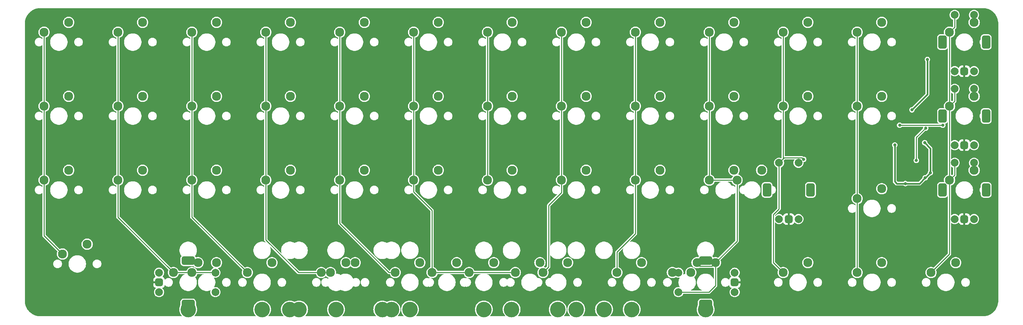
<source format=gbr>
%TF.GenerationSoftware,KiCad,Pcbnew,8.0.5*%
%TF.CreationDate,2024-10-14T19:27:37+02:00*%
%TF.ProjectId,Eightu Ortho,45696768-7475-4204-9f72-74686f2e6b69,rev?*%
%TF.SameCoordinates,Original*%
%TF.FileFunction,Copper,L1,Top*%
%TF.FilePolarity,Positive*%
%FSLAX46Y46*%
G04 Gerber Fmt 4.6, Leading zero omitted, Abs format (unit mm)*
G04 Created by KiCad (PCBNEW 8.0.5) date 2024-10-14 19:27:37*
%MOMM*%
%LPD*%
G01*
G04 APERTURE LIST*
G04 Aperture macros list*
%AMRoundRect*
0 Rectangle with rounded corners*
0 $1 Rounding radius*
0 $2 $3 $4 $5 $6 $7 $8 $9 X,Y pos of 4 corners*
0 Add a 4 corners polygon primitive as box body*
4,1,4,$2,$3,$4,$5,$6,$7,$8,$9,$2,$3,0*
0 Add four circle primitives for the rounded corners*
1,1,$1+$1,$2,$3*
1,1,$1+$1,$4,$5*
1,1,$1+$1,$6,$7*
1,1,$1+$1,$8,$9*
0 Add four rect primitives between the rounded corners*
20,1,$1+$1,$2,$3,$4,$5,0*
20,1,$1+$1,$4,$5,$6,$7,0*
20,1,$1+$1,$6,$7,$8,$9,0*
20,1,$1+$1,$8,$9,$2,$3,0*%
G04 Aperture macros list end*
%TA.AperFunction,ComponentPad*%
%ADD10C,2.300000*%
%TD*%
%TA.AperFunction,ComponentPad*%
%ADD11C,4.000000*%
%TD*%
%TA.AperFunction,ComponentPad*%
%ADD12C,2.000000*%
%TD*%
%TA.AperFunction,ComponentPad*%
%ADD13RoundRect,0.500000X0.500000X-0.500000X0.500000X0.500000X-0.500000X0.500000X-0.500000X-0.500000X0*%
%TD*%
%TA.AperFunction,ComponentPad*%
%ADD14RoundRect,0.550000X0.550000X-1.150000X0.550000X1.150000X-0.550000X1.150000X-0.550000X-1.150000X0*%
%TD*%
%TA.AperFunction,ComponentPad*%
%ADD15RoundRect,0.500000X-0.500000X-0.500000X0.500000X-0.500000X0.500000X0.500000X-0.500000X0.500000X0*%
%TD*%
%TA.AperFunction,ComponentPad*%
%ADD16RoundRect,0.550000X-1.150000X-0.550000X1.150000X-0.550000X1.150000X0.550000X-1.150000X0.550000X0*%
%TD*%
%TA.AperFunction,ComponentPad*%
%ADD17RoundRect,0.500000X0.500000X0.500000X-0.500000X0.500000X-0.500000X-0.500000X0.500000X-0.500000X0*%
%TD*%
%TA.AperFunction,ComponentPad*%
%ADD18RoundRect,0.550000X1.150000X0.550000X-1.150000X0.550000X-1.150000X-0.550000X1.150000X-0.550000X0*%
%TD*%
%TA.AperFunction,ViaPad*%
%ADD19C,0.800000*%
%TD*%
%TA.AperFunction,Conductor*%
%ADD20C,0.250000*%
%TD*%
%TA.AperFunction,Conductor*%
%ADD21C,0.381000*%
%TD*%
G04 APERTURE END LIST*
D10*
%TO.P,MX25,1,1*%
%TO.N,COL11*%
X266065000Y-68897500D03*
%TO.P,MX25,2,2*%
%TO.N,Net-(D25-A)*%
X272415000Y-66357500D03*
%TD*%
%TO.P,MX44,1,1*%
%TO.N,COL5*%
X166052500Y-111760000D03*
%TO.P,MX44,2,2*%
%TO.N,Net-(D44-A)*%
X172402500Y-109220000D03*
%TD*%
%TO.P,MX15,1,1*%
%TO.N,COL0*%
X56515000Y-68897500D03*
%TO.P,MX15,2,2*%
%TO.N,Net-(D15-A)*%
X62865000Y-66357500D03*
%TD*%
%TO.P,MX46,1,1*%
%TO.N,R5*%
X218440000Y-111760000D03*
%TO.P,MX46,2,2*%
%TO.N,C5*%
X224790000Y-109220000D03*
%TD*%
%TO.P,MX19,1,1*%
%TO.N,COL4*%
X132715000Y-68897500D03*
%TO.P,MX19,2,2*%
%TO.N,Net-(D19-A)*%
X139065000Y-66357500D03*
%TD*%
%TO.P,MX17,1,1*%
%TO.N,COL2*%
X94615000Y-68897500D03*
%TO.P,MX17,2,2*%
%TO.N,Net-(D17-A)*%
X100965000Y-66357500D03*
%TD*%
%TO.P,MX56,1,1*%
%TO.N,COL7*%
X185102500Y-111760000D03*
%TO.P,MX56,2,2*%
%TO.N,Net-(D45-A)*%
X191452500Y-109220000D03*
%TD*%
%TO.P,MX51,1,1*%
%TO.N,R5*%
X223202500Y-111760000D03*
%TO.P,MX51,2,2*%
%TO.N,C5*%
X229552500Y-109220000D03*
%TD*%
%TO.P,MX49,1,1*%
%TO.N,C1*%
X285115000Y-111760000D03*
%TO.P,MX49,2,2*%
%TO.N,Net-(D49-A)*%
X291465000Y-109220000D03*
%TD*%
%TO.P,MX35,1,1*%
%TO.N,COL7*%
X189865000Y-87947500D03*
%TO.P,MX35,2,2*%
%TO.N,Net-(D35-A)*%
X196215000Y-85407500D03*
%TD*%
%TO.P,MX22,1,1*%
%TO.N,COL7*%
X189865000Y-68897500D03*
%TO.P,MX22,2,2*%
%TO.N,Net-(D22-A)*%
X196215000Y-66357500D03*
%TD*%
%TO.P,MX50,1,1*%
%TO.N,C4*%
X89852500Y-111760000D03*
%TO.P,MX50,2,2*%
%TO.N,R4*%
X96202500Y-109220000D03*
%TD*%
%TO.P,MX41,1,1*%
%TO.N,COL0*%
X61277500Y-106997500D03*
%TO.P,MX41,2,2*%
%TO.N,Net-(D41-A)*%
X67627500Y-104457500D03*
%TD*%
%TO.P,MX54,1,1*%
%TO.N,COL3*%
X130333750Y-111760000D03*
%TO.P,MX54,2,2*%
%TO.N,Net-(D27-A)*%
X136683750Y-109220000D03*
%TD*%
%TO.P,MX48,1,1*%
%TO.N,COL11*%
X266065000Y-111760000D03*
%TO.P,MX48,2,2*%
%TO.N,Net-(D48-A)*%
X272415000Y-109220000D03*
%TD*%
%TO.P,MX34,1,1*%
%TO.N,COL6*%
X170815000Y-87947500D03*
%TO.P,MX34,2,2*%
%TO.N,Net-(D34-A)*%
X177165000Y-85407500D03*
%TD*%
%TO.P,MX5,1,1*%
%TO.N,COL4*%
X132715000Y-49847500D03*
%TO.P,MX5,2,2*%
%TO.N,Net-(D5-A)*%
X139065000Y-47307500D03*
%TD*%
%TO.P,MX21,1,1*%
%TO.N,COL6*%
X170815000Y-68897500D03*
%TO.P,MX21,2,2*%
%TO.N,Net-(D21-A)*%
X177165000Y-66357500D03*
%TD*%
D11*
%TO.P,S2,*%
%TO.N,*%
X200818750Y-121285000D03*
X177006250Y-121285000D03*
%TD*%
D10*
%TO.P,MX26,1,1*%
%TO.N,C1*%
X289877500Y-68897500D03*
%TO.P,MX26,2,2*%
%TO.N,R2*%
X296227500Y-66357500D03*
%TD*%
%TO.P,MX42,1,1*%
%TO.N,C4*%
X94615000Y-111760000D03*
%TO.P,MX42,2,2*%
%TO.N,R4*%
X100965000Y-109220000D03*
%TD*%
D11*
%TO.P,S10,*%
%TO.N,*%
X193675000Y-121285000D03*
X169862500Y-121285000D03*
%TD*%
%TO.P,S3,*%
%TO.N,*%
X227012500Y-121285000D03*
X112712500Y-121285000D03*
%TD*%
D10*
%TO.P,MX12,1,1*%
%TO.N,COL11*%
X266065000Y-49847500D03*
%TO.P,MX12,2,2*%
%TO.N,Net-(D12-A)*%
X272415000Y-47307500D03*
%TD*%
D12*
%TO.P,SW7,A,A*%
%TO.N,ENC_K*%
X245943750Y-97987500D03*
%TO.P,SW7,B,B*%
%TO.N,ENC_L*%
X250943750Y-97987500D03*
D13*
%TO.P,SW7,C,C*%
%TO.N,GND*%
X248443750Y-97987500D03*
D14*
%TO.P,SW7,MP*%
%TO.N,N/C*%
X242843750Y-90487500D03*
X254043750Y-90487500D03*
D12*
%TO.P,SW7,S1,S1*%
%TO.N,R6*%
X250943750Y-83487500D03*
%TO.P,SW7,S2,S2*%
%TO.N,C6*%
X245943750Y-83487500D03*
%TD*%
D10*
%TO.P,MX14,1,1*%
%TO.N,C6*%
X247015000Y-68897500D03*
%TO.P,MX14,2,2*%
%TO.N,Net-(D14-A)*%
X253365000Y-66357500D03*
%TD*%
%TO.P,MX40,1,1*%
%TO.N,COL4*%
X147002500Y-111760000D03*
%TO.P,MX40,2,2*%
%TO.N,Net-(D40-A)*%
X153352500Y-109220000D03*
%TD*%
%TO.P,MX36,1,1*%
%TO.N,COL8*%
X208915000Y-87947500D03*
%TO.P,MX36,2,2*%
%TO.N,Net-(D36-A)*%
X215265000Y-85407500D03*
%TD*%
%TO.P,MX59,1,1*%
%TO.N,COL8*%
X204152500Y-111760000D03*
%TO.P,MX59,2,2*%
%TO.N,Net-(D50-A)*%
X210502500Y-109220000D03*
%TD*%
%TO.P,MX61,1,1*%
%TO.N,C5*%
X227965000Y-87947500D03*
%TO.P,MX61,2,2*%
%TO.N,Net-(D37-A)*%
X234315000Y-85407500D03*
%TD*%
%TO.P,MX8,1,1*%
%TO.N,COL7*%
X189865000Y-49847500D03*
%TO.P,MX8,2,2*%
%TO.N,Net-(D8-A)*%
X196215000Y-47307500D03*
%TD*%
%TO.P,MX52,1,1*%
%TO.N,COL2*%
X108902500Y-111760000D03*
%TO.P,MX52,2,2*%
%TO.N,Net-(D43-A)*%
X115252500Y-109220000D03*
%TD*%
%TO.P,MX58,1,1*%
%TO.N,COL5*%
X177958750Y-111760000D03*
%TO.P,MX58,2,2*%
%TO.N,Net-(D44-A)*%
X184308750Y-109220000D03*
%TD*%
D11*
%TO.P,S7,*%
%TO.N,*%
X150812500Y-121285000D03*
X112712500Y-121285000D03*
%TD*%
%TO.P,S1,*%
%TO.N,*%
X143668750Y-121285000D03*
X119856250Y-121285000D03*
%TD*%
D10*
%TO.P,MX31,1,1*%
%TO.N,COL3*%
X113665000Y-87947500D03*
%TO.P,MX31,2,2*%
%TO.N,Net-(D31-A)*%
X120015000Y-85407500D03*
%TD*%
%TO.P,MX38,1,1*%
%TO.N,COL11*%
X266065000Y-92710000D03*
%TO.P,MX38,2,2*%
%TO.N,Net-(D38-A)*%
X272415000Y-90170000D03*
%TD*%
%TO.P,MX18,1,1*%
%TO.N,COL3*%
X113665000Y-68897500D03*
%TO.P,MX18,2,2*%
%TO.N,Net-(D18-A)*%
X120015000Y-66357500D03*
%TD*%
%TO.P,MX32,1,1*%
%TO.N,COL4*%
X132715000Y-87947500D03*
%TO.P,MX32,2,2*%
%TO.N,Net-(D32-A)*%
X139065000Y-85407500D03*
%TD*%
D12*
%TO.P,SW4,A,A*%
%TO.N,ENC_G*%
X86162500Y-111800000D03*
%TO.P,SW4,B,B*%
%TO.N,ENC_H*%
X86162500Y-116800000D03*
D15*
%TO.P,SW4,C,C*%
%TO.N,GND*%
X86162500Y-114300000D03*
D16*
%TO.P,SW4,MP*%
%TO.N,N/C*%
X93662500Y-108700000D03*
X93662500Y-119900000D03*
D12*
%TO.P,SW4,S1,S1*%
%TO.N,R4*%
X100662500Y-116800000D03*
%TO.P,SW4,S2,S2*%
%TO.N,C4*%
X100662500Y-111800000D03*
%TD*%
D10*
%TO.P,MX29,1,1*%
%TO.N,C4*%
X75565000Y-87947500D03*
%TO.P,MX29,2,2*%
%TO.N,Net-(D29-A)*%
X81915000Y-85407500D03*
%TD*%
%TO.P,MX6,1,1*%
%TO.N,COL5*%
X151765000Y-49847500D03*
%TO.P,MX6,2,2*%
%TO.N,Net-(D6-A)*%
X158115000Y-47307500D03*
%TD*%
%TO.P,MX30,1,1*%
%TO.N,COL2*%
X94615000Y-87947500D03*
%TO.P,MX30,2,2*%
%TO.N,Net-(D30-A)*%
X100965000Y-85407500D03*
%TD*%
%TO.P,MX1,1,1*%
%TO.N,COL0*%
X56515000Y-49847500D03*
%TO.P,MX1,2,2*%
%TO.N,Net-(D1-A)*%
X62865000Y-47307500D03*
%TD*%
%TO.P,MX7,1,1*%
%TO.N,COL6*%
X170815000Y-49847500D03*
%TO.P,MX7,2,2*%
%TO.N,Net-(D7-A)*%
X177165000Y-47307500D03*
%TD*%
%TO.P,MX39,1,1*%
%TO.N,C1*%
X289877500Y-87947500D03*
%TO.P,MX39,2,2*%
%TO.N,R3*%
X296227500Y-85407500D03*
%TD*%
%TO.P,MX28,1,1*%
%TO.N,COL0*%
X56515000Y-87947500D03*
%TO.P,MX28,2,2*%
%TO.N,Net-(D28-A)*%
X62865000Y-85407500D03*
%TD*%
D11*
%TO.P,S5,*%
%TO.N,*%
X188912500Y-121285000D03*
X131762500Y-121285000D03*
%TD*%
%TO.P,S4,*%
%TO.N,*%
X207962500Y-121285000D03*
X112712500Y-121285000D03*
%TD*%
D10*
%TO.P,MX37,1,1*%
%TO.N,C5*%
X235108750Y-87947500D03*
%TO.P,MX37,2,2*%
%TO.N,Net-(D37-A)*%
X241458750Y-85407500D03*
%TD*%
D12*
%TO.P,SW5,A,A*%
%TO.N,ENC_I*%
X234512500Y-116800000D03*
%TO.P,SW5,B,B*%
%TO.N,ENC_J*%
X234512500Y-111800000D03*
D17*
%TO.P,SW5,C,C*%
%TO.N,GND*%
X234512500Y-114300000D03*
D18*
%TO.P,SW5,MP*%
%TO.N,N/C*%
X227012500Y-119900000D03*
X227012500Y-108700000D03*
D12*
%TO.P,SW5,S1,S1*%
%TO.N,R5*%
X220012500Y-111800000D03*
%TO.P,SW5,S2,S2*%
%TO.N,C5*%
X220012500Y-116800000D03*
%TD*%
D10*
%TO.P,MX47,1,1*%
%TO.N,C6*%
X247015000Y-111760000D03*
%TO.P,MX47,2,2*%
%TO.N,Net-(D47-A)*%
X253365000Y-109220000D03*
%TD*%
%TO.P,MX20,1,1*%
%TO.N,COL5*%
X151765000Y-68897500D03*
%TO.P,MX20,2,2*%
%TO.N,Net-(D20-A)*%
X158115000Y-66357500D03*
%TD*%
%TO.P,MX16,1,1*%
%TO.N,C4*%
X75565000Y-68897500D03*
%TO.P,MX16,2,2*%
%TO.N,Net-(D16-A)*%
X81915000Y-66357500D03*
%TD*%
%TO.P,MX11,1,1*%
%TO.N,C6*%
X247015000Y-49847500D03*
%TO.P,MX11,2,2*%
%TO.N,Net-(D11-A)*%
X253365000Y-47307500D03*
%TD*%
%TO.P,MX3,1,1*%
%TO.N,COL2*%
X94615000Y-49847500D03*
%TO.P,MX3,2,2*%
%TO.N,Net-(D3-A)*%
X100965000Y-47307500D03*
%TD*%
%TO.P,MX27,1,1*%
%TO.N,COL3*%
X127952500Y-111760000D03*
%TO.P,MX27,2,2*%
%TO.N,Net-(D27-A)*%
X134302500Y-109220000D03*
%TD*%
D11*
%TO.P,S8,*%
%TO.N,*%
X207962500Y-121285000D03*
X169862500Y-121285000D03*
%TD*%
%TO.P,S9,*%
%TO.N,*%
X146050000Y-121285000D03*
X122237500Y-121285000D03*
%TD*%
D10*
%TO.P,MX33,1,1*%
%TO.N,COL5*%
X151765000Y-87947500D03*
%TO.P,MX33,2,2*%
%TO.N,Net-(D33-A)*%
X158115000Y-85407500D03*
%TD*%
D12*
%TO.P,SW2,A,A*%
%TO.N,ENC_C*%
X291187500Y-78937500D03*
%TO.P,SW2,B,B*%
%TO.N,ENC_D*%
X296187500Y-78937500D03*
D13*
%TO.P,SW2,C,C*%
%TO.N,GND*%
X293687500Y-78937500D03*
D14*
%TO.P,SW2,MP*%
%TO.N,N/C*%
X288087500Y-71437500D03*
X299287500Y-71437500D03*
D12*
%TO.P,SW2,S1,S1*%
%TO.N,R2*%
X296187500Y-64437500D03*
%TO.P,SW2,S2,S2*%
%TO.N,C1*%
X291187500Y-64437500D03*
%TD*%
%TO.P,SW3,A,A*%
%TO.N,ENC_E*%
X291187500Y-97987500D03*
%TO.P,SW3,B,B*%
%TO.N,ENC_F*%
X296187500Y-97987500D03*
D13*
%TO.P,SW3,C,C*%
%TO.N,GND*%
X293687500Y-97987500D03*
D14*
%TO.P,SW3,MP*%
%TO.N,N/C*%
X288087500Y-90487500D03*
X299287500Y-90487500D03*
D12*
%TO.P,SW3,S1,S1*%
%TO.N,R3*%
X296187500Y-83487500D03*
%TO.P,SW3,S2,S2*%
%TO.N,C1*%
X291187500Y-83487500D03*
%TD*%
D10*
%TO.P,MX23,1,1*%
%TO.N,COL8*%
X208915000Y-68897500D03*
%TO.P,MX23,2,2*%
%TO.N,Net-(D23-A)*%
X215265000Y-66357500D03*
%TD*%
D11*
%TO.P,S6,*%
%TO.N,*%
X227012500Y-121285000D03*
X93662500Y-121285000D03*
%TD*%
D10*
%TO.P,MX10,1,1*%
%TO.N,C5*%
X227965000Y-49847500D03*
%TO.P,MX10,2,2*%
%TO.N,Net-(D10-A)*%
X234315000Y-47307500D03*
%TD*%
D12*
%TO.P,SW1,A,A*%
%TO.N,ENC_A*%
X291187500Y-59887500D03*
%TO.P,SW1,B,B*%
%TO.N,ENC_B*%
X296187500Y-59887500D03*
D13*
%TO.P,SW1,C,C*%
%TO.N,GND*%
X293687500Y-59887500D03*
D14*
%TO.P,SW1,MP*%
%TO.N,N/C*%
X288087500Y-52387500D03*
X299287500Y-52387500D03*
D12*
%TO.P,SW1,S1,S1*%
%TO.N,R1*%
X296187500Y-45387500D03*
%TO.P,SW1,S2,S2*%
%TO.N,C1*%
X291187500Y-45387500D03*
%TD*%
D10*
%TO.P,MX4,1,1*%
%TO.N,COL3*%
X113665000Y-49847500D03*
%TO.P,MX4,2,2*%
%TO.N,Net-(D4-A)*%
X120015000Y-47307500D03*
%TD*%
%TO.P,MX9,1,1*%
%TO.N,COL8*%
X208915000Y-49847500D03*
%TO.P,MX9,2,2*%
%TO.N,Net-(D9-A)*%
X215265000Y-47307500D03*
%TD*%
%TO.P,MX13,1,1*%
%TO.N,C1*%
X289877500Y-49847500D03*
%TO.P,MX13,2,2*%
%TO.N,R1*%
X296227500Y-47307500D03*
%TD*%
%TO.P,MX24,1,1*%
%TO.N,C5*%
X227965000Y-68897500D03*
%TO.P,MX24,2,2*%
%TO.N,Net-(D24-A)*%
X234315000Y-66357500D03*
%TD*%
%TO.P,MX55,1,1*%
%TO.N,COL5*%
X156527500Y-111760000D03*
%TO.P,MX55,2,2*%
%TO.N,Net-(D44-A)*%
X162877500Y-109220000D03*
%TD*%
%TO.P,MX2,1,1*%
%TO.N,C4*%
X75565000Y-49847500D03*
%TO.P,MX2,2,2*%
%TO.N,Net-(D2-A)*%
X81915000Y-47307500D03*
%TD*%
D19*
%TO.N,GND*%
X293687500Y-100937500D03*
X236562500Y-114300000D03*
X248443750Y-100937500D03*
X293687500Y-76437500D03*
X293687500Y-61912500D03*
X84112500Y-114300000D03*
%TO.N,ROW1*%
X288131250Y-73818750D03*
X277018750Y-73818750D03*
%TO.N,GND*%
X280903870Y-66314604D03*
X282575000Y-69850000D03*
X285463798Y-77320048D03*
X286490793Y-87333331D03*
X272587500Y-78781250D03*
X279995956Y-63374119D03*
X279731250Y-82881250D03*
X254175142Y-61020740D03*
X278937500Y-91757549D03*
%TO.N,+3V3*%
X280193750Y-69850000D03*
X283608767Y-87344710D03*
X275762500Y-78912500D03*
X284162500Y-56887500D03*
X284933241Y-86053181D03*
X278478269Y-88840443D03*
X283476453Y-78319488D03*
%TO.N,BOOT0*%
X283731485Y-74543250D03*
X281318750Y-82881250D03*
%TO.N,C6*%
X252279086Y-82607000D03*
%TD*%
D20*
%TO.N,GND*%
X293687500Y-97987500D02*
X293687500Y-100937500D01*
X234512500Y-114300000D02*
X236562500Y-114300000D01*
X248443750Y-97987500D02*
X248443750Y-100937500D01*
X293687500Y-78937500D02*
X293687500Y-76437500D01*
X293687500Y-59887500D02*
X293687500Y-61912500D01*
X86162500Y-114300000D02*
X84112500Y-114300000D01*
%TO.N,ROW1*%
X277018750Y-73818750D02*
X288131250Y-73818750D01*
%TO.N,COL0*%
X56515000Y-87947500D02*
X56495000Y-87967500D01*
X56495000Y-87967500D02*
X56495000Y-102215000D01*
X56515000Y-49847500D02*
X56515000Y-87947500D01*
X56495000Y-102215000D02*
X61277500Y-106997500D01*
%TO.N,C4*%
X75565000Y-97472500D02*
X89852500Y-111760000D01*
X75565000Y-87947500D02*
X75565000Y-97472500D01*
X100622500Y-111760000D02*
X100662500Y-111800000D01*
X89852500Y-111760000D02*
X100622500Y-111760000D01*
X75565000Y-68897500D02*
X75565000Y-87947500D01*
X75565000Y-49847500D02*
X75565000Y-68897500D01*
%TO.N,COL2*%
X94615000Y-87947500D02*
X94615000Y-97472500D01*
X94615000Y-49847500D02*
X94615000Y-87947500D01*
X94615000Y-97472500D02*
X108902500Y-111760000D01*
%TO.N,COL3*%
X122078750Y-111760000D02*
X130333750Y-111760000D01*
X113665000Y-49847500D02*
X113665000Y-87947500D01*
X113665000Y-103346250D02*
X122078750Y-111760000D01*
X127952500Y-111760000D02*
X130333750Y-111760000D01*
X113665000Y-87947500D02*
X113665000Y-103346250D01*
%TO.N,COL4*%
X132715000Y-96043750D02*
X132715000Y-99098845D01*
X132715000Y-99098845D02*
X145376155Y-111760000D01*
X132715000Y-49847500D02*
X132715000Y-87947500D01*
X132715000Y-87947500D02*
X132715000Y-96043750D01*
X145376155Y-111760000D02*
X147002500Y-111760000D01*
%TO.N,COL5*%
X151765000Y-90985267D02*
X156527500Y-95747767D01*
X156527500Y-111760000D02*
X177958750Y-111760000D01*
X151765000Y-49847500D02*
X151765000Y-87947500D01*
X156527500Y-95747767D02*
X156527500Y-111760000D01*
X151765000Y-87947500D02*
X151765000Y-90985267D01*
%TO.N,COL6*%
X170815000Y-49847500D02*
X170815000Y-87947500D01*
%TO.N,COL7*%
X186543600Y-94443900D02*
X189865000Y-91122500D01*
X185102500Y-111760000D02*
X186543600Y-110318900D01*
X186543600Y-110318900D02*
X186543600Y-94443900D01*
X189865000Y-91122500D02*
X189865000Y-87947500D01*
X189865000Y-49847500D02*
X189865000Y-87947500D01*
%TO.N,C5*%
X235108750Y-103663750D02*
X229552500Y-109220000D01*
X227862631Y-116800000D02*
X220012500Y-116800000D01*
X229552500Y-115110131D02*
X227862631Y-116800000D01*
X235108750Y-87947500D02*
X235108750Y-103663750D01*
X228628750Y-110143750D02*
X229552500Y-109220000D01*
X229552500Y-109220000D02*
X229552500Y-115110131D01*
X225518813Y-110143750D02*
X228628750Y-110143750D01*
X224790000Y-109414937D02*
X225518813Y-110143750D01*
X227965000Y-87947500D02*
X235108750Y-87947500D01*
X224790000Y-109220000D02*
X224790000Y-109414937D01*
X227965000Y-49847500D02*
X227965000Y-87947500D01*
%TO.N,COL11*%
X266065000Y-49847500D02*
X266065000Y-92710000D01*
X266065000Y-92710000D02*
X266065000Y-111760000D01*
%TO.N,C1*%
X289862500Y-81756250D02*
X289862500Y-87932500D01*
X289862500Y-68912500D02*
X289877500Y-68897500D01*
X289862500Y-87962500D02*
X289877500Y-87947500D01*
X289857500Y-68877500D02*
X289877500Y-68897500D01*
X289857500Y-62706250D02*
X289857500Y-49867500D01*
X289862500Y-82162500D02*
X289862500Y-81756250D01*
X289857500Y-63107500D02*
X289857500Y-62706250D01*
X291187500Y-83487500D02*
X291187500Y-86637500D01*
X289862500Y-107012500D02*
X289862500Y-87962500D01*
X291187500Y-64437500D02*
X291187500Y-67587500D01*
X289862500Y-87932500D02*
X289877500Y-87947500D01*
X289857500Y-62706250D02*
X289857500Y-68877500D01*
X291187500Y-48537500D02*
X289877500Y-49847500D01*
X289857500Y-49867500D02*
X289877500Y-49847500D01*
X289862500Y-107012500D02*
X285115000Y-111760000D01*
X291187500Y-67587500D02*
X289877500Y-68897500D01*
X291187500Y-45387500D02*
X291187500Y-48537500D01*
X289862500Y-81756250D02*
X289862500Y-68912500D01*
X291187500Y-86637500D02*
X289877500Y-87947500D01*
D21*
%TO.N,+3V3*%
X275762500Y-88318386D02*
X276284557Y-88840443D01*
X283608767Y-87344710D02*
X282113034Y-88840443D01*
X284933241Y-86053181D02*
X283641712Y-87344710D01*
X284162500Y-65881250D02*
X284162500Y-56887500D01*
X282113034Y-88840443D02*
X278478269Y-88840443D01*
X283476453Y-78319488D02*
X284933241Y-79776276D01*
X276284557Y-88840443D02*
X278478269Y-88840443D01*
X283641712Y-87344710D02*
X283608767Y-87344710D01*
X280193750Y-69850000D02*
X284162500Y-65881250D01*
X284933241Y-79776276D02*
X284933241Y-86053181D01*
X275762500Y-78912500D02*
X275762500Y-88318386D01*
D20*
%TO.N,BOOT0*%
X281318750Y-82881250D02*
X281318750Y-76955985D01*
X281318750Y-76955985D02*
X283731485Y-74543250D01*
%TO.N,C6*%
X247015000Y-68897500D02*
X247015000Y-82416250D01*
X247015000Y-82416250D02*
X245943750Y-83487500D01*
X244475000Y-96837500D02*
X244475000Y-109220000D01*
X251834586Y-82162500D02*
X252279086Y-82607000D01*
X247015000Y-49847500D02*
X247015000Y-68897500D01*
X245943750Y-83487500D02*
X245943750Y-95368750D01*
X244475000Y-109220000D02*
X247015000Y-111760000D01*
X247015000Y-82416250D02*
X247268750Y-82162500D01*
X247268750Y-82162500D02*
X251834586Y-82162500D01*
X245943750Y-95368750D02*
X244475000Y-96837500D01*
%TO.N,COL8*%
X204152500Y-106504869D02*
X204152500Y-111760000D01*
X208915000Y-87947500D02*
X208915000Y-101742369D01*
X208915000Y-49847500D02*
X208915000Y-87947500D01*
X208915000Y-101742369D02*
X204152500Y-106504869D01*
%TD*%
%TA.AperFunction,Conductor*%
%TO.N,GND*%
G36*
X298450181Y-43624951D02*
G01*
X298646007Y-43627358D01*
X298646956Y-43627410D01*
X299036830Y-43665817D01*
X299037915Y-43665978D01*
X299422058Y-43742396D01*
X299423131Y-43742665D01*
X299797932Y-43856365D01*
X299798972Y-43856737D01*
X300160832Y-44006628D01*
X300161839Y-44007105D01*
X300507251Y-44191733D01*
X300508197Y-44192300D01*
X300833855Y-44409899D01*
X300834747Y-44410560D01*
X301002654Y-44548357D01*
X301137509Y-44659029D01*
X301138345Y-44659787D01*
X301415280Y-44936718D01*
X301416038Y-44937554D01*
X301664504Y-45240305D01*
X301665173Y-45241208D01*
X301762923Y-45387497D01*
X301882766Y-45566848D01*
X301883343Y-45567811D01*
X302007805Y-45800654D01*
X302067970Y-45913209D01*
X302068453Y-45914229D01*
X302218339Y-46276066D01*
X302218719Y-46277128D01*
X302332419Y-46651911D01*
X302332693Y-46653006D01*
X302409110Y-47037118D01*
X302409276Y-47038234D01*
X302447686Y-47428074D01*
X302447740Y-47429063D01*
X302450099Y-47624861D01*
X302450100Y-47625000D01*
X302450000Y-119031190D01*
X302449999Y-119031331D01*
X302447595Y-119227138D01*
X302447541Y-119228124D01*
X302409141Y-119617966D01*
X302408975Y-119619083D01*
X302332565Y-120003202D01*
X302332291Y-120004296D01*
X302218601Y-120379077D01*
X302218221Y-120380140D01*
X302068339Y-120741983D01*
X302067856Y-120743003D01*
X301883237Y-121088401D01*
X301882657Y-121089369D01*
X301665067Y-121415015D01*
X301664395Y-121415921D01*
X301415940Y-121718667D01*
X301415182Y-121719504D01*
X301138245Y-121996445D01*
X301137409Y-121997203D01*
X300834657Y-122245669D01*
X300833750Y-122246341D01*
X300508112Y-122463931D01*
X300507144Y-122464511D01*
X300161749Y-122649134D01*
X300160729Y-122649617D01*
X299798887Y-122799504D01*
X299797824Y-122799884D01*
X299423044Y-122913579D01*
X299421950Y-122913853D01*
X299037833Y-122990267D01*
X299036716Y-122990433D01*
X298646875Y-123028838D01*
X298645886Y-123028892D01*
X298450083Y-123031249D01*
X298449945Y-123031250D01*
X228540901Y-123031250D01*
X228532769Y-123027882D01*
X228529401Y-123019750D01*
X228532769Y-123011618D01*
X228533319Y-123011104D01*
X228557034Y-122990307D01*
X228642689Y-122915189D01*
X228841525Y-122688461D01*
X229009066Y-122437718D01*
X229142445Y-122167252D01*
X229239380Y-121881691D01*
X229298213Y-121585920D01*
X229298214Y-121585909D01*
X229317936Y-121285005D01*
X229317936Y-121284994D01*
X229298214Y-120984090D01*
X229298213Y-120984087D01*
X229298213Y-120984080D01*
X229239380Y-120688309D01*
X229142445Y-120402748D01*
X229142442Y-120402741D01*
X229014186Y-120142663D01*
X229013000Y-120137577D01*
X229013000Y-119276055D01*
X229013000Y-119276046D01*
X229010183Y-119234505D01*
X228990425Y-119155055D01*
X228965538Y-119054981D01*
X228953809Y-119031331D01*
X228883342Y-118889247D01*
X228836981Y-118831572D01*
X228767443Y-118745063D01*
X228767436Y-118745056D01*
X228623254Y-118629159D01*
X228623255Y-118629159D01*
X228457518Y-118546961D01*
X228277998Y-118502317D01*
X228236458Y-118499500D01*
X228236454Y-118499500D01*
X225788546Y-118499500D01*
X225788541Y-118499500D01*
X225747001Y-118502317D01*
X225567481Y-118546961D01*
X225401745Y-118629159D01*
X225257563Y-118745056D01*
X225257556Y-118745063D01*
X225141659Y-118889245D01*
X225059461Y-119054981D01*
X225014817Y-119234501D01*
X225012000Y-119276041D01*
X225012000Y-120137577D01*
X225010814Y-120142663D01*
X224882557Y-120402741D01*
X224785618Y-120688313D01*
X224726786Y-120984087D01*
X224726785Y-120984090D01*
X224707064Y-121284994D01*
X224707064Y-121285005D01*
X224726785Y-121585909D01*
X224726786Y-121585912D01*
X224726787Y-121585920D01*
X224748572Y-121695444D01*
X224785618Y-121881686D01*
X224882557Y-122167258D01*
X225015929Y-122437710D01*
X225015932Y-122437716D01*
X225183473Y-122688459D01*
X225382302Y-122915180D01*
X225382319Y-122915197D01*
X225491681Y-123011104D01*
X225495574Y-123018998D01*
X225492745Y-123027332D01*
X225484851Y-123031225D01*
X225484099Y-123031250D01*
X209490901Y-123031250D01*
X209482769Y-123027882D01*
X209479401Y-123019750D01*
X209482769Y-123011618D01*
X209483319Y-123011104D01*
X209507034Y-122990307D01*
X209592689Y-122915189D01*
X209791525Y-122688461D01*
X209959066Y-122437718D01*
X210092445Y-122167252D01*
X210189380Y-121881691D01*
X210248213Y-121585920D01*
X210248214Y-121585909D01*
X210267936Y-121285005D01*
X210267936Y-121284994D01*
X210248214Y-120984090D01*
X210248213Y-120984087D01*
X210248213Y-120984080D01*
X210189380Y-120688309D01*
X210092445Y-120402748D01*
X210092442Y-120402741D01*
X209959070Y-120132289D01*
X209959067Y-120132283D01*
X209791526Y-119881540D01*
X209592697Y-119654819D01*
X209592680Y-119654802D01*
X209365959Y-119455973D01*
X209115216Y-119288432D01*
X209115210Y-119288429D01*
X208844758Y-119155057D01*
X208559186Y-119058118D01*
X208372944Y-119021072D01*
X208263420Y-118999287D01*
X208263415Y-118999286D01*
X208263412Y-118999286D01*
X208263409Y-118999285D01*
X207962505Y-118979564D01*
X207962495Y-118979564D01*
X207661590Y-118999285D01*
X207661587Y-118999286D01*
X207661582Y-118999286D01*
X207661580Y-118999287D01*
X207588900Y-119013743D01*
X207365813Y-119058118D01*
X207080241Y-119155057D01*
X206809789Y-119288429D01*
X206809783Y-119288432D01*
X206559040Y-119455973D01*
X206332319Y-119654802D01*
X206332302Y-119654819D01*
X206133473Y-119881540D01*
X205965932Y-120132283D01*
X205965929Y-120132289D01*
X205832557Y-120402741D01*
X205735618Y-120688313D01*
X205676786Y-120984087D01*
X205676785Y-120984090D01*
X205657064Y-121284994D01*
X205657064Y-121285005D01*
X205676785Y-121585909D01*
X205676786Y-121585912D01*
X205676787Y-121585920D01*
X205698572Y-121695444D01*
X205735618Y-121881686D01*
X205832557Y-122167258D01*
X205965929Y-122437710D01*
X205965932Y-122437716D01*
X206133473Y-122688459D01*
X206332302Y-122915180D01*
X206332319Y-122915197D01*
X206441681Y-123011104D01*
X206445574Y-123018998D01*
X206442745Y-123027332D01*
X206434851Y-123031225D01*
X206434099Y-123031250D01*
X202347151Y-123031250D01*
X202339019Y-123027882D01*
X202335651Y-123019750D01*
X202339019Y-123011618D01*
X202339569Y-123011104D01*
X202363284Y-122990307D01*
X202448939Y-122915189D01*
X202647775Y-122688461D01*
X202815316Y-122437718D01*
X202948695Y-122167252D01*
X203045630Y-121881691D01*
X203104463Y-121585920D01*
X203104464Y-121585909D01*
X203124186Y-121285005D01*
X203124186Y-121284994D01*
X203104464Y-120984090D01*
X203104463Y-120984087D01*
X203104463Y-120984080D01*
X203045630Y-120688309D01*
X202948695Y-120402748D01*
X202948692Y-120402741D01*
X202815320Y-120132289D01*
X202815317Y-120132283D01*
X202647776Y-119881540D01*
X202448947Y-119654819D01*
X202448930Y-119654802D01*
X202222209Y-119455973D01*
X201971466Y-119288432D01*
X201971460Y-119288429D01*
X201701008Y-119155057D01*
X201415436Y-119058118D01*
X201229194Y-119021072D01*
X201119670Y-118999287D01*
X201119665Y-118999286D01*
X201119662Y-118999286D01*
X201119659Y-118999285D01*
X200818755Y-118979564D01*
X200818745Y-118979564D01*
X200517840Y-118999285D01*
X200517837Y-118999286D01*
X200517832Y-118999286D01*
X200517830Y-118999287D01*
X200445150Y-119013743D01*
X200222063Y-119058118D01*
X199936491Y-119155057D01*
X199666039Y-119288429D01*
X199666033Y-119288432D01*
X199415290Y-119455973D01*
X199188569Y-119654802D01*
X199188552Y-119654819D01*
X198989723Y-119881540D01*
X198822182Y-120132283D01*
X198822179Y-120132289D01*
X198688807Y-120402741D01*
X198591868Y-120688313D01*
X198533036Y-120984087D01*
X198533035Y-120984090D01*
X198513314Y-121284994D01*
X198513314Y-121285005D01*
X198533035Y-121585909D01*
X198533036Y-121585912D01*
X198533037Y-121585920D01*
X198554822Y-121695444D01*
X198591868Y-121881686D01*
X198688807Y-122167258D01*
X198822179Y-122437710D01*
X198822182Y-122437716D01*
X198989723Y-122688459D01*
X199188552Y-122915180D01*
X199188569Y-122915197D01*
X199297931Y-123011104D01*
X199301824Y-123018998D01*
X199298995Y-123027332D01*
X199291101Y-123031225D01*
X199290349Y-123031250D01*
X195203401Y-123031250D01*
X195195269Y-123027882D01*
X195191901Y-123019750D01*
X195195269Y-123011618D01*
X195195819Y-123011104D01*
X195219534Y-122990307D01*
X195305189Y-122915189D01*
X195504025Y-122688461D01*
X195671566Y-122437718D01*
X195804945Y-122167252D01*
X195901880Y-121881691D01*
X195960713Y-121585920D01*
X195960714Y-121585909D01*
X195980436Y-121285005D01*
X195980436Y-121284994D01*
X195960714Y-120984090D01*
X195960713Y-120984087D01*
X195960713Y-120984080D01*
X195901880Y-120688309D01*
X195804945Y-120402748D01*
X195804942Y-120402741D01*
X195671570Y-120132289D01*
X195671567Y-120132283D01*
X195504026Y-119881540D01*
X195305197Y-119654819D01*
X195305180Y-119654802D01*
X195078459Y-119455973D01*
X194827716Y-119288432D01*
X194827710Y-119288429D01*
X194557258Y-119155057D01*
X194271686Y-119058118D01*
X194085444Y-119021072D01*
X193975920Y-118999287D01*
X193975915Y-118999286D01*
X193975912Y-118999286D01*
X193975909Y-118999285D01*
X193675005Y-118979564D01*
X193674995Y-118979564D01*
X193374090Y-118999285D01*
X193374087Y-118999286D01*
X193374082Y-118999286D01*
X193374080Y-118999287D01*
X193301400Y-119013743D01*
X193078313Y-119058118D01*
X192792741Y-119155057D01*
X192522289Y-119288429D01*
X192522283Y-119288432D01*
X192271540Y-119455973D01*
X192044819Y-119654802D01*
X192044802Y-119654819D01*
X191845973Y-119881540D01*
X191678432Y-120132283D01*
X191678429Y-120132289D01*
X191545057Y-120402741D01*
X191448118Y-120688313D01*
X191389286Y-120984087D01*
X191389285Y-120984090D01*
X191369564Y-121284994D01*
X191369564Y-121285005D01*
X191389285Y-121585909D01*
X191389286Y-121585912D01*
X191389287Y-121585920D01*
X191411072Y-121695444D01*
X191448118Y-121881686D01*
X191545057Y-122167258D01*
X191678429Y-122437710D01*
X191678432Y-122437716D01*
X191845973Y-122688459D01*
X192044802Y-122915180D01*
X192044819Y-122915197D01*
X192154181Y-123011104D01*
X192158074Y-123018998D01*
X192155245Y-123027332D01*
X192147351Y-123031225D01*
X192146599Y-123031250D01*
X190440901Y-123031250D01*
X190432769Y-123027882D01*
X190429401Y-123019750D01*
X190432769Y-123011618D01*
X190433319Y-123011104D01*
X190457034Y-122990307D01*
X190542689Y-122915189D01*
X190741525Y-122688461D01*
X190909066Y-122437718D01*
X191042445Y-122167252D01*
X191139380Y-121881691D01*
X191198213Y-121585920D01*
X191198214Y-121585909D01*
X191217936Y-121285005D01*
X191217936Y-121284994D01*
X191198214Y-120984090D01*
X191198213Y-120984087D01*
X191198213Y-120984080D01*
X191139380Y-120688309D01*
X191042445Y-120402748D01*
X191042442Y-120402741D01*
X190909070Y-120132289D01*
X190909067Y-120132283D01*
X190741526Y-119881540D01*
X190542697Y-119654819D01*
X190542680Y-119654802D01*
X190315959Y-119455973D01*
X190065216Y-119288432D01*
X190065210Y-119288429D01*
X189794758Y-119155057D01*
X189509186Y-119058118D01*
X189322944Y-119021072D01*
X189213420Y-118999287D01*
X189213415Y-118999286D01*
X189213412Y-118999286D01*
X189213409Y-118999285D01*
X188912505Y-118979564D01*
X188912495Y-118979564D01*
X188611590Y-118999285D01*
X188611587Y-118999286D01*
X188611582Y-118999286D01*
X188611580Y-118999287D01*
X188538900Y-119013743D01*
X188315813Y-119058118D01*
X188030241Y-119155057D01*
X187759789Y-119288429D01*
X187759783Y-119288432D01*
X187509040Y-119455973D01*
X187282319Y-119654802D01*
X187282302Y-119654819D01*
X187083473Y-119881540D01*
X186915932Y-120132283D01*
X186915929Y-120132289D01*
X186782557Y-120402741D01*
X186685618Y-120688313D01*
X186626786Y-120984087D01*
X186626785Y-120984090D01*
X186607064Y-121284994D01*
X186607064Y-121285005D01*
X186626785Y-121585909D01*
X186626786Y-121585912D01*
X186626787Y-121585920D01*
X186648572Y-121695444D01*
X186685618Y-121881686D01*
X186782557Y-122167258D01*
X186915929Y-122437710D01*
X186915932Y-122437716D01*
X187083473Y-122688459D01*
X187282302Y-122915180D01*
X187282319Y-122915197D01*
X187391681Y-123011104D01*
X187395574Y-123018998D01*
X187392745Y-123027332D01*
X187384851Y-123031225D01*
X187384099Y-123031250D01*
X178534651Y-123031250D01*
X178526519Y-123027882D01*
X178523151Y-123019750D01*
X178526519Y-123011618D01*
X178527069Y-123011104D01*
X178550784Y-122990307D01*
X178636439Y-122915189D01*
X178835275Y-122688461D01*
X179002816Y-122437718D01*
X179136195Y-122167252D01*
X179233130Y-121881691D01*
X179291963Y-121585920D01*
X179291964Y-121585909D01*
X179311686Y-121285005D01*
X179311686Y-121284994D01*
X179291964Y-120984090D01*
X179291963Y-120984087D01*
X179291963Y-120984080D01*
X179233130Y-120688309D01*
X179136195Y-120402748D01*
X179136192Y-120402741D01*
X179002820Y-120132289D01*
X179002817Y-120132283D01*
X178835276Y-119881540D01*
X178636447Y-119654819D01*
X178636430Y-119654802D01*
X178409709Y-119455973D01*
X178158966Y-119288432D01*
X178158960Y-119288429D01*
X177888508Y-119155057D01*
X177602936Y-119058118D01*
X177416694Y-119021072D01*
X177307170Y-118999287D01*
X177307165Y-118999286D01*
X177307162Y-118999286D01*
X177307159Y-118999285D01*
X177006255Y-118979564D01*
X177006245Y-118979564D01*
X176705340Y-118999285D01*
X176705337Y-118999286D01*
X176705332Y-118999286D01*
X176705330Y-118999287D01*
X176632650Y-119013743D01*
X176409563Y-119058118D01*
X176123991Y-119155057D01*
X175853539Y-119288429D01*
X175853533Y-119288432D01*
X175602790Y-119455973D01*
X175376069Y-119654802D01*
X175376052Y-119654819D01*
X175177223Y-119881540D01*
X175009682Y-120132283D01*
X175009679Y-120132289D01*
X174876307Y-120402741D01*
X174779368Y-120688313D01*
X174720536Y-120984087D01*
X174720535Y-120984090D01*
X174700814Y-121284994D01*
X174700814Y-121285005D01*
X174720535Y-121585909D01*
X174720536Y-121585912D01*
X174720537Y-121585920D01*
X174742322Y-121695444D01*
X174779368Y-121881686D01*
X174876307Y-122167258D01*
X175009679Y-122437710D01*
X175009682Y-122437716D01*
X175177223Y-122688459D01*
X175376052Y-122915180D01*
X175376069Y-122915197D01*
X175485431Y-123011104D01*
X175489324Y-123018998D01*
X175486495Y-123027332D01*
X175478601Y-123031225D01*
X175477849Y-123031250D01*
X171390901Y-123031250D01*
X171382769Y-123027882D01*
X171379401Y-123019750D01*
X171382769Y-123011618D01*
X171383319Y-123011104D01*
X171407034Y-122990307D01*
X171492689Y-122915189D01*
X171691525Y-122688461D01*
X171859066Y-122437718D01*
X171992445Y-122167252D01*
X172089380Y-121881691D01*
X172148213Y-121585920D01*
X172148214Y-121585909D01*
X172167936Y-121285005D01*
X172167936Y-121284994D01*
X172148214Y-120984090D01*
X172148213Y-120984087D01*
X172148213Y-120984080D01*
X172089380Y-120688309D01*
X171992445Y-120402748D01*
X171992442Y-120402741D01*
X171859070Y-120132289D01*
X171859067Y-120132283D01*
X171691526Y-119881540D01*
X171492697Y-119654819D01*
X171492680Y-119654802D01*
X171265959Y-119455973D01*
X171015216Y-119288432D01*
X171015210Y-119288429D01*
X170744758Y-119155057D01*
X170459186Y-119058118D01*
X170272944Y-119021072D01*
X170163420Y-118999287D01*
X170163415Y-118999286D01*
X170163412Y-118999286D01*
X170163409Y-118999285D01*
X169862505Y-118979564D01*
X169862495Y-118979564D01*
X169561590Y-118999285D01*
X169561587Y-118999286D01*
X169561582Y-118999286D01*
X169561580Y-118999287D01*
X169488900Y-119013743D01*
X169265813Y-119058118D01*
X168980241Y-119155057D01*
X168709789Y-119288429D01*
X168709783Y-119288432D01*
X168459040Y-119455973D01*
X168232319Y-119654802D01*
X168232302Y-119654819D01*
X168033473Y-119881540D01*
X167865932Y-120132283D01*
X167865929Y-120132289D01*
X167732557Y-120402741D01*
X167635618Y-120688313D01*
X167576786Y-120984087D01*
X167576785Y-120984090D01*
X167557064Y-121284994D01*
X167557064Y-121285005D01*
X167576785Y-121585909D01*
X167576786Y-121585912D01*
X167576787Y-121585920D01*
X167598572Y-121695444D01*
X167635618Y-121881686D01*
X167732557Y-122167258D01*
X167865929Y-122437710D01*
X167865932Y-122437716D01*
X168033473Y-122688459D01*
X168232302Y-122915180D01*
X168232319Y-122915197D01*
X168341681Y-123011104D01*
X168345574Y-123018998D01*
X168342745Y-123027332D01*
X168334851Y-123031225D01*
X168334099Y-123031250D01*
X152340901Y-123031250D01*
X152332769Y-123027882D01*
X152329401Y-123019750D01*
X152332769Y-123011618D01*
X152333319Y-123011104D01*
X152357034Y-122990307D01*
X152442689Y-122915189D01*
X152641525Y-122688461D01*
X152809066Y-122437718D01*
X152942445Y-122167252D01*
X153039380Y-121881691D01*
X153098213Y-121585920D01*
X153098214Y-121585909D01*
X153117936Y-121285005D01*
X153117936Y-121284994D01*
X153098214Y-120984090D01*
X153098213Y-120984087D01*
X153098213Y-120984080D01*
X153039380Y-120688309D01*
X152942445Y-120402748D01*
X152942442Y-120402741D01*
X152809070Y-120132289D01*
X152809067Y-120132283D01*
X152641526Y-119881540D01*
X152442697Y-119654819D01*
X152442680Y-119654802D01*
X152215959Y-119455973D01*
X151965216Y-119288432D01*
X151965210Y-119288429D01*
X151694758Y-119155057D01*
X151409186Y-119058118D01*
X151222944Y-119021072D01*
X151113420Y-118999287D01*
X151113415Y-118999286D01*
X151113412Y-118999286D01*
X151113409Y-118999285D01*
X150812505Y-118979564D01*
X150812495Y-118979564D01*
X150511590Y-118999285D01*
X150511587Y-118999286D01*
X150511582Y-118999286D01*
X150511580Y-118999287D01*
X150438900Y-119013743D01*
X150215813Y-119058118D01*
X149930241Y-119155057D01*
X149659789Y-119288429D01*
X149659783Y-119288432D01*
X149409040Y-119455973D01*
X149182319Y-119654802D01*
X149182302Y-119654819D01*
X148983473Y-119881540D01*
X148815932Y-120132283D01*
X148815929Y-120132289D01*
X148682557Y-120402741D01*
X148585618Y-120688313D01*
X148526786Y-120984087D01*
X148526785Y-120984090D01*
X148507064Y-121284994D01*
X148507064Y-121285005D01*
X148526785Y-121585909D01*
X148526786Y-121585912D01*
X148526787Y-121585920D01*
X148548572Y-121695444D01*
X148585618Y-121881686D01*
X148682557Y-122167258D01*
X148815929Y-122437710D01*
X148815932Y-122437716D01*
X148983473Y-122688459D01*
X149182302Y-122915180D01*
X149182319Y-122915197D01*
X149291681Y-123011104D01*
X149295574Y-123018998D01*
X149292745Y-123027332D01*
X149284851Y-123031225D01*
X149284099Y-123031250D01*
X147578401Y-123031250D01*
X147570269Y-123027882D01*
X147566901Y-123019750D01*
X147570269Y-123011618D01*
X147570819Y-123011104D01*
X147594534Y-122990307D01*
X147680189Y-122915189D01*
X147879025Y-122688461D01*
X148046566Y-122437718D01*
X148179945Y-122167252D01*
X148276880Y-121881691D01*
X148335713Y-121585920D01*
X148335714Y-121585909D01*
X148355436Y-121285005D01*
X148355436Y-121284994D01*
X148335714Y-120984090D01*
X148335713Y-120984087D01*
X148335713Y-120984080D01*
X148276880Y-120688309D01*
X148179945Y-120402748D01*
X148179942Y-120402741D01*
X148046570Y-120132289D01*
X148046567Y-120132283D01*
X147879026Y-119881540D01*
X147680197Y-119654819D01*
X147680180Y-119654802D01*
X147453459Y-119455973D01*
X147202716Y-119288432D01*
X147202710Y-119288429D01*
X146932258Y-119155057D01*
X146646686Y-119058118D01*
X146460444Y-119021072D01*
X146350920Y-118999287D01*
X146350915Y-118999286D01*
X146350912Y-118999286D01*
X146350909Y-118999285D01*
X146050005Y-118979564D01*
X146049995Y-118979564D01*
X145749090Y-118999285D01*
X145749087Y-118999286D01*
X145749082Y-118999286D01*
X145749080Y-118999287D01*
X145676400Y-119013743D01*
X145453313Y-119058118D01*
X145167741Y-119155057D01*
X144897289Y-119288429D01*
X144897283Y-119288432D01*
X144865764Y-119309493D01*
X144857131Y-119311210D01*
X144852986Y-119309493D01*
X144821466Y-119288432D01*
X144821460Y-119288429D01*
X144551008Y-119155057D01*
X144265436Y-119058118D01*
X144079194Y-119021072D01*
X143969670Y-118999287D01*
X143969665Y-118999286D01*
X143969662Y-118999286D01*
X143969659Y-118999285D01*
X143668755Y-118979564D01*
X143668745Y-118979564D01*
X143367840Y-118999285D01*
X143367837Y-118999286D01*
X143367832Y-118999286D01*
X143367830Y-118999287D01*
X143295150Y-119013743D01*
X143072063Y-119058118D01*
X142786491Y-119155057D01*
X142516039Y-119288429D01*
X142516033Y-119288432D01*
X142265290Y-119455973D01*
X142038569Y-119654802D01*
X142038552Y-119654819D01*
X141839723Y-119881540D01*
X141672182Y-120132283D01*
X141672179Y-120132289D01*
X141538807Y-120402741D01*
X141441868Y-120688313D01*
X141383036Y-120984087D01*
X141383035Y-120984090D01*
X141363314Y-121284994D01*
X141363314Y-121285005D01*
X141383035Y-121585909D01*
X141383036Y-121585912D01*
X141383037Y-121585920D01*
X141404822Y-121695444D01*
X141441868Y-121881686D01*
X141538807Y-122167258D01*
X141672179Y-122437710D01*
X141672182Y-122437716D01*
X141839723Y-122688459D01*
X142038552Y-122915180D01*
X142038569Y-122915197D01*
X142147931Y-123011104D01*
X142151824Y-123018998D01*
X142148995Y-123027332D01*
X142141101Y-123031225D01*
X142140349Y-123031250D01*
X133290901Y-123031250D01*
X133282769Y-123027882D01*
X133279401Y-123019750D01*
X133282769Y-123011618D01*
X133283319Y-123011104D01*
X133307034Y-122990307D01*
X133392689Y-122915189D01*
X133591525Y-122688461D01*
X133759066Y-122437718D01*
X133892445Y-122167252D01*
X133989380Y-121881691D01*
X134048213Y-121585920D01*
X134048214Y-121585909D01*
X134067936Y-121285005D01*
X134067936Y-121284994D01*
X134048214Y-120984090D01*
X134048213Y-120984087D01*
X134048213Y-120984080D01*
X133989380Y-120688309D01*
X133892445Y-120402748D01*
X133892442Y-120402741D01*
X133759070Y-120132289D01*
X133759067Y-120132283D01*
X133591526Y-119881540D01*
X133392697Y-119654819D01*
X133392680Y-119654802D01*
X133165959Y-119455973D01*
X132915216Y-119288432D01*
X132915210Y-119288429D01*
X132644758Y-119155057D01*
X132359186Y-119058118D01*
X132172944Y-119021072D01*
X132063420Y-118999287D01*
X132063415Y-118999286D01*
X132063412Y-118999286D01*
X132063409Y-118999285D01*
X131762505Y-118979564D01*
X131762495Y-118979564D01*
X131461590Y-118999285D01*
X131461587Y-118999286D01*
X131461582Y-118999286D01*
X131461580Y-118999287D01*
X131388900Y-119013743D01*
X131165813Y-119058118D01*
X130880241Y-119155057D01*
X130609789Y-119288429D01*
X130609783Y-119288432D01*
X130359040Y-119455973D01*
X130132319Y-119654802D01*
X130132302Y-119654819D01*
X129933473Y-119881540D01*
X129765932Y-120132283D01*
X129765929Y-120132289D01*
X129632557Y-120402741D01*
X129535618Y-120688313D01*
X129476786Y-120984087D01*
X129476785Y-120984090D01*
X129457064Y-121284994D01*
X129457064Y-121285005D01*
X129476785Y-121585909D01*
X129476786Y-121585912D01*
X129476787Y-121585920D01*
X129498572Y-121695444D01*
X129535618Y-121881686D01*
X129632557Y-122167258D01*
X129765929Y-122437710D01*
X129765932Y-122437716D01*
X129933473Y-122688459D01*
X130132302Y-122915180D01*
X130132319Y-122915197D01*
X130241681Y-123011104D01*
X130245574Y-123018998D01*
X130242745Y-123027332D01*
X130234851Y-123031225D01*
X130234099Y-123031250D01*
X123765901Y-123031250D01*
X123757769Y-123027882D01*
X123754401Y-123019750D01*
X123757769Y-123011618D01*
X123758319Y-123011104D01*
X123782034Y-122990307D01*
X123867689Y-122915189D01*
X124066525Y-122688461D01*
X124234066Y-122437718D01*
X124367445Y-122167252D01*
X124464380Y-121881691D01*
X124523213Y-121585920D01*
X124523214Y-121585909D01*
X124542936Y-121285005D01*
X124542936Y-121284994D01*
X124523214Y-120984090D01*
X124523213Y-120984087D01*
X124523213Y-120984080D01*
X124464380Y-120688309D01*
X124367445Y-120402748D01*
X124367442Y-120402741D01*
X124234070Y-120132289D01*
X124234067Y-120132283D01*
X124066526Y-119881540D01*
X123867697Y-119654819D01*
X123867680Y-119654802D01*
X123640959Y-119455973D01*
X123390216Y-119288432D01*
X123390210Y-119288429D01*
X123119758Y-119155057D01*
X122834186Y-119058118D01*
X122647944Y-119021072D01*
X122538420Y-118999287D01*
X122538415Y-118999286D01*
X122538412Y-118999286D01*
X122538409Y-118999285D01*
X122237505Y-118979564D01*
X122237495Y-118979564D01*
X121936590Y-118999285D01*
X121936587Y-118999286D01*
X121936582Y-118999286D01*
X121936580Y-118999287D01*
X121863900Y-119013743D01*
X121640813Y-119058118D01*
X121355241Y-119155057D01*
X121084789Y-119288429D01*
X121084783Y-119288432D01*
X121053264Y-119309493D01*
X121044631Y-119311210D01*
X121040486Y-119309493D01*
X121008966Y-119288432D01*
X121008960Y-119288429D01*
X120738508Y-119155057D01*
X120452936Y-119058118D01*
X120266694Y-119021072D01*
X120157170Y-118999287D01*
X120157165Y-118999286D01*
X120157162Y-118999286D01*
X120157159Y-118999285D01*
X119856255Y-118979564D01*
X119856245Y-118979564D01*
X119555340Y-118999285D01*
X119555337Y-118999286D01*
X119555332Y-118999286D01*
X119555330Y-118999287D01*
X119482650Y-119013743D01*
X119259563Y-119058118D01*
X118973991Y-119155057D01*
X118703539Y-119288429D01*
X118703533Y-119288432D01*
X118452790Y-119455973D01*
X118226069Y-119654802D01*
X118226052Y-119654819D01*
X118027223Y-119881540D01*
X117859682Y-120132283D01*
X117859679Y-120132289D01*
X117726307Y-120402741D01*
X117629368Y-120688313D01*
X117570536Y-120984087D01*
X117570535Y-120984090D01*
X117550814Y-121284994D01*
X117550814Y-121285005D01*
X117570535Y-121585909D01*
X117570536Y-121585912D01*
X117570537Y-121585920D01*
X117592322Y-121695444D01*
X117629368Y-121881686D01*
X117726307Y-122167258D01*
X117859679Y-122437710D01*
X117859682Y-122437716D01*
X118027223Y-122688459D01*
X118226052Y-122915180D01*
X118226069Y-122915197D01*
X118335431Y-123011104D01*
X118339324Y-123018998D01*
X118336495Y-123027332D01*
X118328601Y-123031225D01*
X118327849Y-123031250D01*
X114240901Y-123031250D01*
X114232769Y-123027882D01*
X114229401Y-123019750D01*
X114232769Y-123011618D01*
X114233319Y-123011104D01*
X114257034Y-122990307D01*
X114342689Y-122915189D01*
X114541525Y-122688461D01*
X114709066Y-122437718D01*
X114842445Y-122167252D01*
X114939380Y-121881691D01*
X114998213Y-121585920D01*
X114998214Y-121585909D01*
X115017936Y-121285005D01*
X115017936Y-121284994D01*
X114998214Y-120984090D01*
X114998213Y-120984087D01*
X114998213Y-120984080D01*
X114939380Y-120688309D01*
X114842445Y-120402748D01*
X114842442Y-120402741D01*
X114709070Y-120132289D01*
X114709067Y-120132283D01*
X114541526Y-119881540D01*
X114342697Y-119654819D01*
X114342680Y-119654802D01*
X114115959Y-119455973D01*
X113865216Y-119288432D01*
X113865210Y-119288429D01*
X113594758Y-119155057D01*
X113309186Y-119058118D01*
X113122944Y-119021072D01*
X113013420Y-118999287D01*
X113013415Y-118999286D01*
X113013412Y-118999286D01*
X113013409Y-118999285D01*
X112712505Y-118979564D01*
X112712495Y-118979564D01*
X112411590Y-118999285D01*
X112411587Y-118999286D01*
X112411582Y-118999286D01*
X112411580Y-118999287D01*
X112338900Y-119013743D01*
X112115813Y-119058118D01*
X111830241Y-119155057D01*
X111559789Y-119288429D01*
X111559783Y-119288432D01*
X111309040Y-119455973D01*
X111082319Y-119654802D01*
X111082302Y-119654819D01*
X110883473Y-119881540D01*
X110715932Y-120132283D01*
X110715929Y-120132289D01*
X110582557Y-120402741D01*
X110485618Y-120688313D01*
X110426786Y-120984087D01*
X110426785Y-120984090D01*
X110407064Y-121284994D01*
X110407064Y-121285005D01*
X110426785Y-121585909D01*
X110426786Y-121585912D01*
X110426787Y-121585920D01*
X110448572Y-121695444D01*
X110485618Y-121881686D01*
X110582557Y-122167258D01*
X110715929Y-122437710D01*
X110715932Y-122437716D01*
X110883473Y-122688459D01*
X111082302Y-122915180D01*
X111082319Y-122915197D01*
X111191681Y-123011104D01*
X111195574Y-123018998D01*
X111192745Y-123027332D01*
X111184851Y-123031225D01*
X111184099Y-123031250D01*
X95190901Y-123031250D01*
X95182769Y-123027882D01*
X95179401Y-123019750D01*
X95182769Y-123011618D01*
X95183319Y-123011104D01*
X95207034Y-122990307D01*
X95292689Y-122915189D01*
X95491525Y-122688461D01*
X95659066Y-122437718D01*
X95792445Y-122167252D01*
X95889380Y-121881691D01*
X95948213Y-121585920D01*
X95948214Y-121585909D01*
X95967936Y-121285005D01*
X95967936Y-121284994D01*
X95948214Y-120984090D01*
X95948213Y-120984087D01*
X95948213Y-120984080D01*
X95889380Y-120688309D01*
X95792445Y-120402748D01*
X95792442Y-120402741D01*
X95664186Y-120142663D01*
X95663000Y-120137577D01*
X95663000Y-119276055D01*
X95663000Y-119276046D01*
X95660183Y-119234505D01*
X95640425Y-119155055D01*
X95615538Y-119054981D01*
X95603809Y-119031331D01*
X95533342Y-118889247D01*
X95486981Y-118831572D01*
X95417443Y-118745063D01*
X95417436Y-118745056D01*
X95273254Y-118629159D01*
X95273255Y-118629159D01*
X95107518Y-118546961D01*
X94927998Y-118502317D01*
X94886458Y-118499500D01*
X94886454Y-118499500D01*
X92438546Y-118499500D01*
X92438541Y-118499500D01*
X92397001Y-118502317D01*
X92217481Y-118546961D01*
X92051745Y-118629159D01*
X91907563Y-118745056D01*
X91907556Y-118745063D01*
X91791659Y-118889245D01*
X91709461Y-119054981D01*
X91664817Y-119234501D01*
X91662000Y-119276041D01*
X91662000Y-120137577D01*
X91660814Y-120142663D01*
X91532557Y-120402741D01*
X91435618Y-120688313D01*
X91376786Y-120984087D01*
X91376785Y-120984090D01*
X91357064Y-121284994D01*
X91357064Y-121285005D01*
X91376785Y-121585909D01*
X91376786Y-121585912D01*
X91376787Y-121585920D01*
X91398572Y-121695444D01*
X91435618Y-121881686D01*
X91532557Y-122167258D01*
X91665929Y-122437710D01*
X91665932Y-122437716D01*
X91833473Y-122688459D01*
X92032302Y-122915180D01*
X92032319Y-122915197D01*
X92141681Y-123011104D01*
X92145574Y-123018998D01*
X92142745Y-123027332D01*
X92134851Y-123031225D01*
X92134099Y-123031250D01*
X55562553Y-123031250D01*
X55562416Y-123031249D01*
X55366610Y-123028923D01*
X55365620Y-123028869D01*
X54975775Y-122990473D01*
X54974658Y-122990307D01*
X54590533Y-122913899D01*
X54589439Y-122913625D01*
X54214653Y-122799934D01*
X54213590Y-122799554D01*
X53851741Y-122649670D01*
X53850721Y-122649187D01*
X53735285Y-122587485D01*
X53505314Y-122464562D01*
X53504356Y-122463988D01*
X53178704Y-122246391D01*
X53177801Y-122245722D01*
X53177736Y-122245669D01*
X52875043Y-121997252D01*
X52874208Y-121996495D01*
X52597266Y-121719550D01*
X52596508Y-121718713D01*
X52348051Y-121415962D01*
X52347379Y-121415056D01*
X52260476Y-121284994D01*
X52129782Y-121089394D01*
X52129215Y-121088448D01*
X51944584Y-120743020D01*
X51944114Y-120742028D01*
X51794229Y-120380163D01*
X51793849Y-120379100D01*
X51680162Y-120004310D01*
X51679888Y-120003215D01*
X51679885Y-120003202D01*
X51603486Y-119619093D01*
X51603320Y-119617977D01*
X51587366Y-119455973D01*
X51564925Y-119228108D01*
X51564874Y-119227161D01*
X51562500Y-119031250D01*
X51562500Y-113742002D01*
X84662500Y-113742002D01*
X84662500Y-114049999D01*
X84662501Y-114050000D01*
X85729488Y-114050000D01*
X85696575Y-114107007D01*
X85662500Y-114234174D01*
X85662500Y-114365826D01*
X85696575Y-114492993D01*
X85729488Y-114550000D01*
X84662501Y-114550000D01*
X84662500Y-114550001D01*
X84662500Y-114857997D01*
X84673109Y-114977334D01*
X84673110Y-114977335D01*
X84729055Y-115172856D01*
X84729061Y-115172870D01*
X84823219Y-115353125D01*
X84823223Y-115353131D01*
X84951744Y-115510749D01*
X84951750Y-115510755D01*
X85109368Y-115639276D01*
X85109374Y-115639280D01*
X85289629Y-115733438D01*
X85289645Y-115733445D01*
X85357813Y-115752949D01*
X85364705Y-115758424D01*
X85365706Y-115767168D01*
X85361246Y-115773425D01*
X85323364Y-115799951D01*
X85323357Y-115799956D01*
X85162456Y-115960857D01*
X85162451Y-115960864D01*
X85031934Y-116147261D01*
X84935761Y-116353502D01*
X84935760Y-116353506D01*
X84876866Y-116573303D01*
X84876865Y-116573309D01*
X84857032Y-116799997D01*
X84857032Y-116800002D01*
X84876865Y-117026690D01*
X84876866Y-117026696D01*
X84935760Y-117246493D01*
X84935761Y-117246497D01*
X85031934Y-117452738D01*
X85097192Y-117545936D01*
X85162453Y-117639139D01*
X85323361Y-117800047D01*
X85451453Y-117889737D01*
X85509761Y-117930565D01*
X85509763Y-117930565D01*
X85509766Y-117930568D01*
X85716004Y-118026739D01*
X85935808Y-118085635D01*
X86118422Y-118101611D01*
X86162497Y-118105468D01*
X86162500Y-118105468D01*
X86162503Y-118105468D01*
X86203894Y-118101846D01*
X86389192Y-118085635D01*
X86608996Y-118026739D01*
X86815234Y-117930568D01*
X87001639Y-117800047D01*
X87162547Y-117639139D01*
X87293068Y-117452734D01*
X87389239Y-117246496D01*
X87448135Y-117026692D01*
X87467968Y-116800000D01*
X87448135Y-116573308D01*
X87389239Y-116353504D01*
X87293068Y-116147266D01*
X87293065Y-116147263D01*
X87293065Y-116147261D01*
X87183685Y-115991050D01*
X87162547Y-115960861D01*
X87001639Y-115799953D01*
X86963753Y-115773425D01*
X86959024Y-115766002D01*
X86960929Y-115757409D01*
X86967186Y-115752949D01*
X87035354Y-115733445D01*
X87035370Y-115733438D01*
X87215625Y-115639280D01*
X87215631Y-115639276D01*
X87373249Y-115510755D01*
X87373255Y-115510749D01*
X87501776Y-115353131D01*
X87501780Y-115353125D01*
X87595938Y-115172870D01*
X87595944Y-115172856D01*
X87651889Y-114977335D01*
X87651889Y-114977334D01*
X87652609Y-114969242D01*
X87656684Y-114961441D01*
X87665082Y-114958805D01*
X87672883Y-114962880D01*
X87673361Y-114963492D01*
X87724017Y-115033214D01*
X87849286Y-115158483D01*
X87992610Y-115262614D01*
X88150458Y-115343042D01*
X88318945Y-115397786D01*
X88406433Y-115411643D01*
X88493919Y-115425500D01*
X88493921Y-115425500D01*
X88671081Y-115425500D01*
X88741069Y-115414414D01*
X88846055Y-115397786D01*
X89014542Y-115343042D01*
X89172390Y-115262614D01*
X89315714Y-115158483D01*
X89440983Y-115033214D01*
X89545114Y-114889890D01*
X89625542Y-114732042D01*
X89680286Y-114563555D01*
X89708000Y-114388579D01*
X89708000Y-114211421D01*
X89680286Y-114036445D01*
X89625542Y-113867958D01*
X89545114Y-113710110D01*
X89440983Y-113566786D01*
X89315714Y-113441517D01*
X89172390Y-113337386D01*
X89014542Y-113256958D01*
X89014541Y-113256957D01*
X89014538Y-113256956D01*
X88846052Y-113202213D01*
X88671081Y-113174500D01*
X88671079Y-113174500D01*
X88493921Y-113174500D01*
X88493919Y-113174500D01*
X88318947Y-113202213D01*
X88150461Y-113256956D01*
X87992608Y-113337387D01*
X87849286Y-113441517D01*
X87724017Y-113566786D01*
X87673368Y-113636497D01*
X87665863Y-113641095D01*
X87657304Y-113639041D01*
X87652706Y-113631536D01*
X87652609Y-113630755D01*
X87651890Y-113622665D01*
X87651889Y-113622664D01*
X87595944Y-113427143D01*
X87595938Y-113427129D01*
X87501780Y-113246874D01*
X87501776Y-113246868D01*
X87373255Y-113089250D01*
X87373249Y-113089244D01*
X87215631Y-112960723D01*
X87215625Y-112960719D01*
X87035370Y-112866561D01*
X87035356Y-112866555D01*
X86967185Y-112847049D01*
X86960294Y-112841574D01*
X86959293Y-112832829D01*
X86963750Y-112826576D01*
X87001639Y-112800047D01*
X87162547Y-112639139D01*
X87293068Y-112452734D01*
X87389239Y-112246496D01*
X87448135Y-112026692D01*
X87467968Y-111800000D01*
X87466384Y-111781900D01*
X87463024Y-111743495D01*
X87448135Y-111573308D01*
X87389239Y-111353504D01*
X87293068Y-111147266D01*
X87293065Y-111147263D01*
X87293065Y-111147261D01*
X87244077Y-111077299D01*
X87162547Y-110960861D01*
X87001639Y-110799953D01*
X86908436Y-110734692D01*
X86815238Y-110669434D01*
X86815227Y-110669429D01*
X86732680Y-110630936D01*
X86608997Y-110573261D01*
X86608993Y-110573260D01*
X86389196Y-110514366D01*
X86389195Y-110514365D01*
X86389192Y-110514365D01*
X86298515Y-110506431D01*
X86162503Y-110494532D01*
X86162497Y-110494532D01*
X85992481Y-110509406D01*
X85935808Y-110514365D01*
X85935806Y-110514365D01*
X85935803Y-110514366D01*
X85716006Y-110573260D01*
X85716002Y-110573261D01*
X85509761Y-110669434D01*
X85323364Y-110799951D01*
X85323357Y-110799956D01*
X85162456Y-110960857D01*
X85162451Y-110960864D01*
X85031934Y-111147261D01*
X84935761Y-111353502D01*
X84935760Y-111353506D01*
X84876866Y-111573303D01*
X84876865Y-111573309D01*
X84857032Y-111799997D01*
X84857032Y-111800002D01*
X84876865Y-112026690D01*
X84876866Y-112026696D01*
X84935760Y-112246493D01*
X84935761Y-112246497D01*
X85031934Y-112452738D01*
X85097192Y-112545936D01*
X85162453Y-112639139D01*
X85323361Y-112800047D01*
X85361245Y-112826573D01*
X85365974Y-112833996D01*
X85364069Y-112842589D01*
X85357813Y-112847049D01*
X85289643Y-112866555D01*
X85289629Y-112866561D01*
X85109374Y-112960719D01*
X85109368Y-112960723D01*
X84951750Y-113089244D01*
X84951744Y-113089250D01*
X84823223Y-113246868D01*
X84823219Y-113246874D01*
X84729061Y-113427129D01*
X84729055Y-113427143D01*
X84673110Y-113622664D01*
X84673109Y-113622665D01*
X84662500Y-113742002D01*
X51562500Y-113742002D01*
X51562500Y-109448918D01*
X58882000Y-109448918D01*
X58882000Y-109626081D01*
X58909713Y-109801052D01*
X58964456Y-109969538D01*
X58964457Y-109969541D01*
X58964458Y-109969542D01*
X59044886Y-110127390D01*
X59149017Y-110270714D01*
X59274286Y-110395983D01*
X59417610Y-110500114D01*
X59575458Y-110580542D01*
X59743945Y-110635286D01*
X59831433Y-110649143D01*
X59918919Y-110663000D01*
X59918921Y-110663000D01*
X60096081Y-110663000D01*
X60171072Y-110651122D01*
X60271055Y-110635286D01*
X60439542Y-110580542D01*
X60597390Y-110500114D01*
X60740714Y-110395983D01*
X60865983Y-110270714D01*
X60970114Y-110127390D01*
X61050542Y-109969542D01*
X61105286Y-109801055D01*
X61133000Y-109626079D01*
X61133000Y-109448921D01*
X61123730Y-109390394D01*
X62843100Y-109390394D01*
X62843100Y-109684606D01*
X62881502Y-109976300D01*
X62881503Y-109976304D01*
X62881504Y-109976311D01*
X62881504Y-109976312D01*
X62957648Y-110260481D01*
X62957648Y-110260482D01*
X62957649Y-110260486D01*
X62957650Y-110260487D01*
X62970216Y-110290825D01*
X63070240Y-110532306D01*
X63217342Y-110787093D01*
X63217344Y-110787096D01*
X63217345Y-110787097D01*
X63396450Y-111020511D01*
X63604489Y-111228550D01*
X63837903Y-111407655D01*
X63837906Y-111407657D01*
X64092693Y-111554759D01*
X64092694Y-111554759D01*
X64092697Y-111554761D01*
X64364513Y-111667350D01*
X64364517Y-111667351D01*
X64648688Y-111743495D01*
X64648689Y-111743495D01*
X64648700Y-111743498D01*
X64940394Y-111781900D01*
X64940398Y-111781900D01*
X65234602Y-111781900D01*
X65234606Y-111781900D01*
X65526300Y-111743498D01*
X65526311Y-111743495D01*
X65526312Y-111743495D01*
X65600678Y-111723568D01*
X65810487Y-111667350D01*
X66082303Y-111554761D01*
X66337097Y-111407655D01*
X66570511Y-111228550D01*
X66778550Y-111020511D01*
X66957655Y-110787097D01*
X67104761Y-110532303D01*
X67217350Y-110260487D01*
X67293498Y-109976300D01*
X67331900Y-109684606D01*
X67331900Y-109448918D01*
X69042000Y-109448918D01*
X69042000Y-109626081D01*
X69069713Y-109801052D01*
X69124456Y-109969538D01*
X69124457Y-109969541D01*
X69124458Y-109969542D01*
X69204886Y-110127390D01*
X69309017Y-110270714D01*
X69434286Y-110395983D01*
X69577610Y-110500114D01*
X69735458Y-110580542D01*
X69903945Y-110635286D01*
X69991433Y-110649143D01*
X70078919Y-110663000D01*
X70078921Y-110663000D01*
X70256081Y-110663000D01*
X70331072Y-110651122D01*
X70431055Y-110635286D01*
X70599542Y-110580542D01*
X70757390Y-110500114D01*
X70900714Y-110395983D01*
X71025983Y-110270714D01*
X71130114Y-110127390D01*
X71210542Y-109969542D01*
X71265286Y-109801055D01*
X71293000Y-109626079D01*
X71293000Y-109448921D01*
X71265286Y-109273945D01*
X71210542Y-109105458D01*
X71130114Y-108947610D01*
X71025983Y-108804286D01*
X70900714Y-108679017D01*
X70757390Y-108574886D01*
X70599542Y-108494458D01*
X70599541Y-108494457D01*
X70599538Y-108494456D01*
X70431052Y-108439713D01*
X70256081Y-108412000D01*
X70256079Y-108412000D01*
X70078921Y-108412000D01*
X70078919Y-108412000D01*
X69903947Y-108439713D01*
X69735461Y-108494456D01*
X69577608Y-108574887D01*
X69434286Y-108679017D01*
X69309017Y-108804286D01*
X69204887Y-108947608D01*
X69124456Y-109105461D01*
X69069713Y-109273947D01*
X69042000Y-109448918D01*
X67331900Y-109448918D01*
X67331900Y-109390394D01*
X67293498Y-109098700D01*
X67261809Y-108980437D01*
X67217351Y-108814518D01*
X67217351Y-108814517D01*
X67217350Y-108814513D01*
X67104761Y-108542697D01*
X67098437Y-108531744D01*
X66957657Y-108287906D01*
X66957655Y-108287903D01*
X66778550Y-108054489D01*
X66570511Y-107846450D01*
X66337097Y-107667345D01*
X66337096Y-107667344D01*
X66337093Y-107667342D01*
X66082306Y-107520240D01*
X65810482Y-107407648D01*
X65526311Y-107331504D01*
X65526304Y-107331503D01*
X65526300Y-107331502D01*
X65290794Y-107300497D01*
X65234607Y-107293100D01*
X65234606Y-107293100D01*
X64940394Y-107293100D01*
X64940392Y-107293100D01*
X64828016Y-107307894D01*
X64648700Y-107331502D01*
X64648696Y-107331502D01*
X64648688Y-107331504D01*
X64648687Y-107331504D01*
X64364518Y-107407648D01*
X64364517Y-107407648D01*
X64092693Y-107520240D01*
X63837906Y-107667342D01*
X63808081Y-107690228D01*
X63604489Y-107846450D01*
X63604484Y-107846455D01*
X63604482Y-107846456D01*
X63396456Y-108054482D01*
X63396455Y-108054484D01*
X63396450Y-108054489D01*
X63323795Y-108149175D01*
X63217342Y-108287906D01*
X63070240Y-108542693D01*
X62957648Y-108814517D01*
X62957648Y-108814518D01*
X62881504Y-109098687D01*
X62881504Y-109098688D01*
X62881502Y-109098696D01*
X62881502Y-109098700D01*
X62880612Y-109105461D01*
X62843911Y-109384237D01*
X62843100Y-109390394D01*
X61123730Y-109390394D01*
X61105286Y-109273945D01*
X61050542Y-109105458D01*
X60970114Y-108947610D01*
X60865983Y-108804286D01*
X60740714Y-108679017D01*
X60597390Y-108574886D01*
X60439542Y-108494458D01*
X60439541Y-108494457D01*
X60439538Y-108494456D01*
X60271052Y-108439713D01*
X60096081Y-108412000D01*
X60096079Y-108412000D01*
X59918921Y-108412000D01*
X59918919Y-108412000D01*
X59743947Y-108439713D01*
X59575461Y-108494456D01*
X59417608Y-108574887D01*
X59274286Y-108679017D01*
X59149017Y-108804286D01*
X59044887Y-108947608D01*
X58964456Y-109105461D01*
X58909713Y-109273947D01*
X58882000Y-109448918D01*
X51562500Y-109448918D01*
X51562500Y-52298918D01*
X54119500Y-52298918D01*
X54119500Y-52476081D01*
X54147213Y-52651052D01*
X54201956Y-52819538D01*
X54201957Y-52819541D01*
X54201958Y-52819542D01*
X54282386Y-52977390D01*
X54386517Y-53120714D01*
X54511786Y-53245983D01*
X54655110Y-53350114D01*
X54812958Y-53430542D01*
X54981445Y-53485286D01*
X55068933Y-53499143D01*
X55156419Y-53513000D01*
X55156421Y-53513000D01*
X55333581Y-53513000D01*
X55403569Y-53501914D01*
X55508555Y-53485286D01*
X55677042Y-53430542D01*
X55834890Y-53350114D01*
X55978214Y-53245983D01*
X56069869Y-53154327D01*
X56078000Y-53150960D01*
X56086132Y-53154328D01*
X56089500Y-53162460D01*
X56089500Y-67501768D01*
X56086132Y-67509900D01*
X56081734Y-67512645D01*
X55930346Y-67564617D01*
X55930338Y-67564621D01*
X55718937Y-67679024D01*
X55718934Y-67679027D01*
X55529237Y-67826673D01*
X55366428Y-68003531D01*
X55234954Y-68204764D01*
X55234950Y-68204773D01*
X55138392Y-68424901D01*
X55138389Y-68424911D01*
X55079381Y-68657931D01*
X55079380Y-68657934D01*
X55079380Y-68657937D01*
X55059529Y-68897500D01*
X55079380Y-69137063D01*
X55079380Y-69137066D01*
X55079381Y-69137068D01*
X55138389Y-69370088D01*
X55138392Y-69370098D01*
X55234950Y-69590226D01*
X55234954Y-69590235D01*
X55366428Y-69791468D01*
X55420310Y-69850000D01*
X55529236Y-69968325D01*
X55718933Y-70115972D01*
X55718935Y-70115973D01*
X55718937Y-70115975D01*
X55822465Y-70172001D01*
X55930344Y-70230382D01*
X56081735Y-70282354D01*
X56088331Y-70288179D01*
X56089500Y-70293230D01*
X56089500Y-70662539D01*
X56086132Y-70670671D01*
X56078000Y-70674039D01*
X56069868Y-70670671D01*
X56061736Y-70662539D01*
X55978214Y-70579017D01*
X55834890Y-70474886D01*
X55677042Y-70394458D01*
X55677041Y-70394457D01*
X55677038Y-70394456D01*
X55508552Y-70339713D01*
X55333581Y-70312000D01*
X55333579Y-70312000D01*
X55156421Y-70312000D01*
X55156419Y-70312000D01*
X54981447Y-70339713D01*
X54812961Y-70394456D01*
X54655108Y-70474887D01*
X54511786Y-70579017D01*
X54386517Y-70704286D01*
X54282387Y-70847608D01*
X54201956Y-71005461D01*
X54147213Y-71173947D01*
X54119500Y-71348918D01*
X54119500Y-71526081D01*
X54147213Y-71701052D01*
X54201956Y-71869538D01*
X54201957Y-71869541D01*
X54201958Y-71869542D01*
X54282386Y-72027390D01*
X54386517Y-72170714D01*
X54511786Y-72295983D01*
X54655110Y-72400114D01*
X54812958Y-72480542D01*
X54981445Y-72535286D01*
X55068933Y-72549143D01*
X55156419Y-72563000D01*
X55156421Y-72563000D01*
X55333581Y-72563000D01*
X55403569Y-72551914D01*
X55508555Y-72535286D01*
X55677042Y-72480542D01*
X55834890Y-72400114D01*
X55978214Y-72295983D01*
X56069869Y-72204327D01*
X56078000Y-72200960D01*
X56086132Y-72204328D01*
X56089500Y-72212460D01*
X56089500Y-86551768D01*
X56086132Y-86559900D01*
X56081734Y-86562645D01*
X55930346Y-86614617D01*
X55930338Y-86614621D01*
X55718937Y-86729024D01*
X55718934Y-86729027D01*
X55529237Y-86876673D01*
X55366428Y-87053531D01*
X55234954Y-87254764D01*
X55234950Y-87254773D01*
X55138392Y-87474901D01*
X55138389Y-87474911D01*
X55079381Y-87707931D01*
X55079380Y-87707934D01*
X55079380Y-87707937D01*
X55059529Y-87947500D01*
X55079380Y-88187063D01*
X55079380Y-88187066D01*
X55079381Y-88187068D01*
X55138389Y-88420088D01*
X55138392Y-88420098D01*
X55234950Y-88640226D01*
X55234954Y-88640235D01*
X55363586Y-88837118D01*
X55366429Y-88841469D01*
X55529236Y-89018325D01*
X55718933Y-89165972D01*
X55718935Y-89165973D01*
X55718937Y-89165975D01*
X55822465Y-89222001D01*
X55930344Y-89280382D01*
X56061735Y-89325488D01*
X56068331Y-89331313D01*
X56069500Y-89336364D01*
X56069500Y-89692539D01*
X56066132Y-89700671D01*
X56058000Y-89704039D01*
X56049868Y-89700671D01*
X56041736Y-89692539D01*
X55978214Y-89629017D01*
X55834890Y-89524886D01*
X55677042Y-89444458D01*
X55677041Y-89444457D01*
X55677038Y-89444456D01*
X55508552Y-89389713D01*
X55333581Y-89362000D01*
X55333579Y-89362000D01*
X55156421Y-89362000D01*
X55156419Y-89362000D01*
X54981447Y-89389713D01*
X54812961Y-89444456D01*
X54655108Y-89524887D01*
X54511786Y-89629017D01*
X54386517Y-89754286D01*
X54282387Y-89897608D01*
X54201956Y-90055461D01*
X54147213Y-90223947D01*
X54119500Y-90398918D01*
X54119500Y-90576081D01*
X54147213Y-90751052D01*
X54201956Y-90919538D01*
X54201957Y-90919541D01*
X54201958Y-90919542D01*
X54282386Y-91077390D01*
X54386517Y-91220714D01*
X54511786Y-91345983D01*
X54655110Y-91450114D01*
X54812958Y-91530542D01*
X54981445Y-91585286D01*
X55050466Y-91596218D01*
X55156419Y-91613000D01*
X55156421Y-91613000D01*
X55333581Y-91613000D01*
X55404576Y-91601755D01*
X55508555Y-91585286D01*
X55677042Y-91530542D01*
X55834890Y-91450114D01*
X55978214Y-91345983D01*
X56049869Y-91274327D01*
X56058000Y-91270960D01*
X56066132Y-91274328D01*
X56069500Y-91282460D01*
X56069500Y-102271017D01*
X56098495Y-102379231D01*
X56098499Y-102379241D01*
X56154514Y-102476262D01*
X59987496Y-106309243D01*
X59990864Y-106317375D01*
X59989895Y-106321994D01*
X59900893Y-106524901D01*
X59900889Y-106524911D01*
X59841881Y-106757931D01*
X59841880Y-106757934D01*
X59841880Y-106757937D01*
X59822029Y-106997500D01*
X59841880Y-107237063D01*
X59841880Y-107237066D01*
X59841881Y-107237068D01*
X59900889Y-107470088D01*
X59900892Y-107470098D01*
X59997450Y-107690226D01*
X59997454Y-107690235D01*
X60126086Y-107887118D01*
X60128929Y-107891469D01*
X60278994Y-108054484D01*
X60291737Y-108068326D01*
X60301656Y-108076046D01*
X60481433Y-108215972D01*
X60481435Y-108215973D01*
X60481437Y-108215975D01*
X60546155Y-108250998D01*
X60692844Y-108330382D01*
X60920203Y-108408434D01*
X61157308Y-108448000D01*
X61157310Y-108448000D01*
X61397690Y-108448000D01*
X61397692Y-108448000D01*
X61634797Y-108408434D01*
X61862156Y-108330382D01*
X62034412Y-108237161D01*
X62073562Y-108215975D01*
X62073562Y-108215974D01*
X62073567Y-108215972D01*
X62263264Y-108068325D01*
X62426071Y-107891469D01*
X62527616Y-107736044D01*
X62557545Y-107690235D01*
X62557546Y-107690232D01*
X62557549Y-107690228D01*
X62654110Y-107470091D01*
X62713120Y-107237063D01*
X62732971Y-106997500D01*
X62713120Y-106757937D01*
X62654110Y-106524909D01*
X62654108Y-106524904D01*
X62654107Y-106524901D01*
X62573281Y-106340637D01*
X62557549Y-106304772D01*
X62557547Y-106304769D01*
X62557545Y-106304764D01*
X62426071Y-106103531D01*
X62263262Y-105926673D01*
X62179162Y-105861215D01*
X62073567Y-105779028D01*
X62073564Y-105779026D01*
X62073562Y-105779024D01*
X61883136Y-105675972D01*
X61862156Y-105664618D01*
X61634797Y-105586566D01*
X61634787Y-105586564D01*
X61516676Y-105566855D01*
X61397692Y-105547000D01*
X61157308Y-105547000D01*
X61062190Y-105562872D01*
X60920212Y-105586564D01*
X60920202Y-105586566D01*
X60692846Y-105664617D01*
X60692838Y-105664621D01*
X60605341Y-105711971D01*
X60596586Y-105712879D01*
X60591736Y-105709989D01*
X59339247Y-104457500D01*
X66172029Y-104457500D01*
X66191880Y-104697063D01*
X66191880Y-104697066D01*
X66191881Y-104697068D01*
X66250889Y-104930088D01*
X66250892Y-104930098D01*
X66347450Y-105150226D01*
X66347454Y-105150235D01*
X66478928Y-105351468D01*
X66478929Y-105351469D01*
X66641736Y-105528325D01*
X66831433Y-105675972D01*
X66831435Y-105675973D01*
X66831437Y-105675975D01*
X66897953Y-105711971D01*
X67042844Y-105790382D01*
X67270203Y-105868434D01*
X67507308Y-105908000D01*
X67507310Y-105908000D01*
X67747690Y-105908000D01*
X67747692Y-105908000D01*
X67984797Y-105868434D01*
X68212156Y-105790382D01*
X68384412Y-105697161D01*
X68423562Y-105675975D01*
X68423562Y-105675974D01*
X68423567Y-105675972D01*
X68613264Y-105528325D01*
X68776071Y-105351469D01*
X68846094Y-105244291D01*
X68907545Y-105150235D01*
X68907546Y-105150232D01*
X68907549Y-105150228D01*
X69004110Y-104930091D01*
X69063120Y-104697063D01*
X69082971Y-104457500D01*
X69063120Y-104217937D01*
X69004110Y-103984909D01*
X69004108Y-103984904D01*
X69004107Y-103984901D01*
X68935279Y-103827991D01*
X68907549Y-103764772D01*
X68907547Y-103764769D01*
X68907545Y-103764764D01*
X68776071Y-103563531D01*
X68709181Y-103490869D01*
X68613264Y-103386675D01*
X68613263Y-103386674D01*
X68613262Y-103386673D01*
X68489354Y-103290232D01*
X68423567Y-103239028D01*
X68423564Y-103239026D01*
X68423562Y-103239024D01*
X68251310Y-103145807D01*
X68212156Y-103124618D01*
X67984797Y-103046566D01*
X67984787Y-103046564D01*
X67866676Y-103026855D01*
X67747692Y-103007000D01*
X67507308Y-103007000D01*
X67412190Y-103022872D01*
X67270212Y-103046564D01*
X67270202Y-103046566D01*
X67042846Y-103124617D01*
X67042838Y-103124621D01*
X66831437Y-103239024D01*
X66831434Y-103239027D01*
X66641737Y-103386673D01*
X66478928Y-103563531D01*
X66347454Y-103764764D01*
X66347450Y-103764773D01*
X66250892Y-103984901D01*
X66250889Y-103984911D01*
X66191881Y-104217931D01*
X66191880Y-104217934D01*
X66191880Y-104217937D01*
X66172029Y-104457500D01*
X59339247Y-104457500D01*
X58758663Y-103876916D01*
X56923868Y-102042120D01*
X56920500Y-102033988D01*
X56920500Y-90340394D01*
X58080600Y-90340394D01*
X58080600Y-90634606D01*
X58119002Y-90926300D01*
X58119003Y-90926304D01*
X58119004Y-90926311D01*
X58119004Y-90926312D01*
X58195148Y-91210481D01*
X58195148Y-91210482D01*
X58195149Y-91210486D01*
X58195150Y-91210487D01*
X58199386Y-91220713D01*
X58307740Y-91482306D01*
X58454842Y-91737093D01*
X58454844Y-91737096D01*
X58454845Y-91737097D01*
X58633950Y-91970511D01*
X58841989Y-92178550D01*
X59075403Y-92357655D01*
X59075406Y-92357657D01*
X59330193Y-92504759D01*
X59330194Y-92504759D01*
X59330197Y-92504761D01*
X59602013Y-92617350D01*
X59602017Y-92617351D01*
X59886188Y-92693495D01*
X59886189Y-92693495D01*
X59886200Y-92693498D01*
X60177894Y-92731900D01*
X60177898Y-92731900D01*
X60472102Y-92731900D01*
X60472106Y-92731900D01*
X60763800Y-92693498D01*
X60763811Y-92693495D01*
X60763812Y-92693495D01*
X60838178Y-92673568D01*
X61047987Y-92617350D01*
X61319803Y-92504761D01*
X61574597Y-92357655D01*
X61808011Y-92178550D01*
X62016050Y-91970511D01*
X62195155Y-91737097D01*
X62342261Y-91482303D01*
X62454850Y-91210487D01*
X62530998Y-90926300D01*
X62569400Y-90634606D01*
X62569400Y-90398918D01*
X64279500Y-90398918D01*
X64279500Y-90576081D01*
X64307213Y-90751052D01*
X64361956Y-90919538D01*
X64361957Y-90919541D01*
X64361958Y-90919542D01*
X64442386Y-91077390D01*
X64546517Y-91220714D01*
X64671786Y-91345983D01*
X64815110Y-91450114D01*
X64972958Y-91530542D01*
X65141445Y-91585286D01*
X65210466Y-91596218D01*
X65316419Y-91613000D01*
X65316421Y-91613000D01*
X65493581Y-91613000D01*
X65564576Y-91601755D01*
X65668555Y-91585286D01*
X65837042Y-91530542D01*
X65994890Y-91450114D01*
X66138214Y-91345983D01*
X66263483Y-91220714D01*
X66367614Y-91077390D01*
X66448042Y-90919542D01*
X66502786Y-90751055D01*
X66530500Y-90576079D01*
X66530500Y-90398921D01*
X66502786Y-90223945D01*
X66448042Y-90055458D01*
X66367614Y-89897610D01*
X66263483Y-89754286D01*
X66138214Y-89629017D01*
X65994890Y-89524886D01*
X65837042Y-89444458D01*
X65837041Y-89444457D01*
X65837038Y-89444456D01*
X65668552Y-89389713D01*
X65493581Y-89362000D01*
X65493579Y-89362000D01*
X65316421Y-89362000D01*
X65316419Y-89362000D01*
X65141447Y-89389713D01*
X64972961Y-89444456D01*
X64815108Y-89524887D01*
X64671786Y-89629017D01*
X64546517Y-89754286D01*
X64442387Y-89897608D01*
X64361956Y-90055461D01*
X64307213Y-90223947D01*
X64279500Y-90398918D01*
X62569400Y-90398918D01*
X62569400Y-90340394D01*
X62530998Y-90048700D01*
X62499309Y-89930437D01*
X62460229Y-89784589D01*
X62454850Y-89764513D01*
X62342261Y-89492697D01*
X62333355Y-89477272D01*
X62195157Y-89237906D01*
X62182953Y-89222001D01*
X62016050Y-89004489D01*
X61808011Y-88796450D01*
X61574597Y-88617345D01*
X61574596Y-88617344D01*
X61574593Y-88617342D01*
X61319806Y-88470240D01*
X61047982Y-88357648D01*
X60763811Y-88281504D01*
X60763804Y-88281503D01*
X60763800Y-88281502D01*
X60528294Y-88250497D01*
X60472107Y-88243100D01*
X60472106Y-88243100D01*
X60177894Y-88243100D01*
X60177892Y-88243100D01*
X60097044Y-88253744D01*
X59886200Y-88281502D01*
X59886196Y-88281502D01*
X59886188Y-88281504D01*
X59886187Y-88281504D01*
X59602018Y-88357648D01*
X59602017Y-88357648D01*
X59330193Y-88470240D01*
X59075406Y-88617342D01*
X59045581Y-88640228D01*
X58841989Y-88796450D01*
X58841984Y-88796455D01*
X58841982Y-88796456D01*
X58633956Y-89004482D01*
X58633955Y-89004484D01*
X58633950Y-89004489D01*
X58561295Y-89099175D01*
X58454842Y-89237906D01*
X58307740Y-89492693D01*
X58195148Y-89764517D01*
X58195148Y-89764518D01*
X58119004Y-90048687D01*
X58119004Y-90048688D01*
X58119002Y-90048696D01*
X58119002Y-90048700D01*
X58080600Y-90340394D01*
X56920500Y-90340394D01*
X56920500Y-89350095D01*
X56923868Y-89341963D01*
X56928262Y-89339220D01*
X57099656Y-89280382D01*
X57271912Y-89187161D01*
X57311062Y-89165975D01*
X57311062Y-89165974D01*
X57311067Y-89165972D01*
X57500764Y-89018325D01*
X57663571Y-88841469D01*
X57743258Y-88719500D01*
X57795045Y-88640235D01*
X57795046Y-88640232D01*
X57795049Y-88640228D01*
X57891610Y-88420091D01*
X57950620Y-88187063D01*
X57970471Y-87947500D01*
X57950620Y-87707937D01*
X57891610Y-87474909D01*
X57891608Y-87474904D01*
X57891607Y-87474901D01*
X57802604Y-87271996D01*
X57795049Y-87254772D01*
X57795047Y-87254769D01*
X57795045Y-87254764D01*
X57663571Y-87053531D01*
X57500863Y-86876783D01*
X57500764Y-86876675D01*
X57500763Y-86876674D01*
X57500762Y-86876673D01*
X57404476Y-86801731D01*
X57311067Y-86729028D01*
X57311064Y-86729026D01*
X57311062Y-86729024D01*
X57120636Y-86625972D01*
X57099656Y-86614618D01*
X57065876Y-86603021D01*
X56948266Y-86562645D01*
X56941668Y-86556819D01*
X56940500Y-86551768D01*
X56940500Y-85407500D01*
X61409529Y-85407500D01*
X61429380Y-85647063D01*
X61429380Y-85647066D01*
X61429381Y-85647068D01*
X61488389Y-85880088D01*
X61488392Y-85880098D01*
X61584950Y-86100226D01*
X61584954Y-86100235D01*
X61716428Y-86301468D01*
X61716429Y-86301469D01*
X61879236Y-86478325D01*
X62068933Y-86625972D01*
X62068935Y-86625973D01*
X62068937Y-86625975D01*
X62142994Y-86666052D01*
X62280344Y-86740382D01*
X62507703Y-86818434D01*
X62744808Y-86858000D01*
X62744810Y-86858000D01*
X62985190Y-86858000D01*
X62985192Y-86858000D01*
X63222297Y-86818434D01*
X63449656Y-86740382D01*
X63646390Y-86633915D01*
X63661062Y-86625975D01*
X63661062Y-86625974D01*
X63661067Y-86625972D01*
X63850764Y-86478325D01*
X64013571Y-86301469D01*
X64083594Y-86194291D01*
X64145045Y-86100235D01*
X64145046Y-86100232D01*
X64145049Y-86100228D01*
X64241610Y-85880091D01*
X64300620Y-85647063D01*
X64320471Y-85407500D01*
X64300620Y-85167937D01*
X64241610Y-84934909D01*
X64241608Y-84934904D01*
X64241607Y-84934901D01*
X64147586Y-84720556D01*
X64145049Y-84714772D01*
X64145047Y-84714769D01*
X64145045Y-84714764D01*
X64013571Y-84513531D01*
X63989647Y-84487543D01*
X63850764Y-84336675D01*
X63850763Y-84336674D01*
X63850762Y-84336673D01*
X63766662Y-84271215D01*
X63661067Y-84189028D01*
X63661064Y-84189026D01*
X63661062Y-84189024D01*
X63488810Y-84095807D01*
X63449656Y-84074618D01*
X63222297Y-83996566D01*
X63222287Y-83996564D01*
X63104176Y-83976855D01*
X62985192Y-83957000D01*
X62744808Y-83957000D01*
X62649690Y-83972872D01*
X62507712Y-83996564D01*
X62507702Y-83996566D01*
X62280346Y-84074617D01*
X62280338Y-84074621D01*
X62068937Y-84189024D01*
X62068934Y-84189027D01*
X61879237Y-84336673D01*
X61716428Y-84513531D01*
X61584954Y-84714764D01*
X61584950Y-84714773D01*
X61488392Y-84934901D01*
X61488389Y-84934911D01*
X61429381Y-85167931D01*
X61429380Y-85167934D01*
X61429380Y-85167937D01*
X61409529Y-85407500D01*
X56940500Y-85407500D01*
X56940500Y-71290394D01*
X58080600Y-71290394D01*
X58080600Y-71584606D01*
X58119002Y-71876300D01*
X58119003Y-71876304D01*
X58119004Y-71876311D01*
X58119004Y-71876312D01*
X58195148Y-72160481D01*
X58195148Y-72160482D01*
X58307740Y-72432306D01*
X58454842Y-72687093D01*
X58454844Y-72687096D01*
X58454845Y-72687097D01*
X58633950Y-72920511D01*
X58841989Y-73128550D01*
X59075403Y-73307655D01*
X59075406Y-73307657D01*
X59330193Y-73454759D01*
X59330194Y-73454759D01*
X59330197Y-73454761D01*
X59602013Y-73567350D01*
X59602017Y-73567351D01*
X59886188Y-73643495D01*
X59886189Y-73643495D01*
X59886200Y-73643498D01*
X60177894Y-73681900D01*
X60177898Y-73681900D01*
X60472102Y-73681900D01*
X60472106Y-73681900D01*
X60763800Y-73643498D01*
X60763811Y-73643495D01*
X60763812Y-73643495D01*
X60838178Y-73623568D01*
X61047987Y-73567350D01*
X61319803Y-73454761D01*
X61574597Y-73307655D01*
X61808011Y-73128550D01*
X62016050Y-72920511D01*
X62195155Y-72687097D01*
X62342261Y-72432303D01*
X62454850Y-72160487D01*
X62530998Y-71876300D01*
X62569400Y-71584606D01*
X62569400Y-71348918D01*
X64279500Y-71348918D01*
X64279500Y-71526081D01*
X64307213Y-71701052D01*
X64361956Y-71869538D01*
X64361957Y-71869541D01*
X64361958Y-71869542D01*
X64442386Y-72027390D01*
X64546517Y-72170714D01*
X64671786Y-72295983D01*
X64815110Y-72400114D01*
X64972958Y-72480542D01*
X65141445Y-72535286D01*
X65228933Y-72549143D01*
X65316419Y-72563000D01*
X65316421Y-72563000D01*
X65493581Y-72563000D01*
X65563569Y-72551914D01*
X65668555Y-72535286D01*
X65837042Y-72480542D01*
X65994890Y-72400114D01*
X66138214Y-72295983D01*
X66263483Y-72170714D01*
X66367614Y-72027390D01*
X66448042Y-71869542D01*
X66502786Y-71701055D01*
X66530500Y-71526079D01*
X66530500Y-71348921D01*
X66502786Y-71173945D01*
X66448042Y-71005458D01*
X66367614Y-70847610D01*
X66263483Y-70704286D01*
X66138214Y-70579017D01*
X65994890Y-70474886D01*
X65837042Y-70394458D01*
X65837041Y-70394457D01*
X65837038Y-70394456D01*
X65668552Y-70339713D01*
X65493581Y-70312000D01*
X65493579Y-70312000D01*
X65316421Y-70312000D01*
X65316419Y-70312000D01*
X65141447Y-70339713D01*
X64972961Y-70394456D01*
X64815108Y-70474887D01*
X64671786Y-70579017D01*
X64546517Y-70704286D01*
X64442387Y-70847608D01*
X64361956Y-71005461D01*
X64307213Y-71173947D01*
X64279500Y-71348918D01*
X62569400Y-71348918D01*
X62569400Y-71290394D01*
X62530998Y-70998700D01*
X62454850Y-70714513D01*
X62342261Y-70442697D01*
X62335352Y-70430731D01*
X62195157Y-70187906D01*
X62187502Y-70177930D01*
X62016050Y-69954489D01*
X61808011Y-69746450D01*
X61574597Y-69567345D01*
X61574596Y-69567344D01*
X61574593Y-69567342D01*
X61319806Y-69420240D01*
X61047982Y-69307648D01*
X60763811Y-69231504D01*
X60763804Y-69231503D01*
X60763800Y-69231502D01*
X60528294Y-69200497D01*
X60472107Y-69193100D01*
X60472106Y-69193100D01*
X60177894Y-69193100D01*
X60177892Y-69193100D01*
X60065516Y-69207894D01*
X59886200Y-69231502D01*
X59886196Y-69231502D01*
X59886188Y-69231504D01*
X59886187Y-69231504D01*
X59602018Y-69307648D01*
X59602017Y-69307648D01*
X59330193Y-69420240D01*
X59075406Y-69567342D01*
X59045581Y-69590228D01*
X58841989Y-69746450D01*
X58841984Y-69746455D01*
X58841982Y-69746456D01*
X58633956Y-69954482D01*
X58633955Y-69954484D01*
X58633950Y-69954489D01*
X58522009Y-70100372D01*
X58454842Y-70187906D01*
X58307740Y-70442693D01*
X58195148Y-70714517D01*
X58195148Y-70714518D01*
X58119004Y-70998687D01*
X58119004Y-70998688D01*
X58119002Y-70998696D01*
X58119002Y-70998700D01*
X58080600Y-71290394D01*
X56940500Y-71290394D01*
X56940500Y-70293230D01*
X56943868Y-70285098D01*
X56948262Y-70282355D01*
X57099656Y-70230382D01*
X57271912Y-70137161D01*
X57311062Y-70115975D01*
X57311062Y-70115974D01*
X57311067Y-70115972D01*
X57500764Y-69968325D01*
X57663571Y-69791469D01*
X57735661Y-69681128D01*
X57795045Y-69590235D01*
X57795046Y-69590232D01*
X57795049Y-69590228D01*
X57891610Y-69370091D01*
X57950620Y-69137063D01*
X57970471Y-68897500D01*
X57950620Y-68657937D01*
X57891610Y-68424909D01*
X57891608Y-68424904D01*
X57891607Y-68424901D01*
X57802604Y-68221996D01*
X57795049Y-68204772D01*
X57795047Y-68204769D01*
X57795045Y-68204764D01*
X57663571Y-68003531D01*
X57500762Y-67826673D01*
X57404476Y-67751731D01*
X57311067Y-67679028D01*
X57311064Y-67679026D01*
X57311062Y-67679024D01*
X57120636Y-67575972D01*
X57099656Y-67564618D01*
X57065876Y-67553021D01*
X56948266Y-67512645D01*
X56941668Y-67506819D01*
X56940500Y-67501768D01*
X56940500Y-66357500D01*
X61409529Y-66357500D01*
X61429380Y-66597063D01*
X61429380Y-66597066D01*
X61429381Y-66597068D01*
X61488389Y-66830088D01*
X61488392Y-66830098D01*
X61584950Y-67050226D01*
X61584954Y-67050235D01*
X61716428Y-67251468D01*
X61716429Y-67251469D01*
X61879236Y-67428325D01*
X62068933Y-67575972D01*
X62068935Y-67575973D01*
X62068937Y-67575975D01*
X62142994Y-67616052D01*
X62280344Y-67690382D01*
X62507703Y-67768434D01*
X62744808Y-67808000D01*
X62744810Y-67808000D01*
X62985190Y-67808000D01*
X62985192Y-67808000D01*
X63222297Y-67768434D01*
X63449656Y-67690382D01*
X63621912Y-67597161D01*
X63661062Y-67575975D01*
X63661062Y-67575974D01*
X63661067Y-67575972D01*
X63850764Y-67428325D01*
X64013571Y-67251469D01*
X64083594Y-67144291D01*
X64145045Y-67050235D01*
X64145046Y-67050232D01*
X64145049Y-67050228D01*
X64241610Y-66830091D01*
X64300620Y-66597063D01*
X64320471Y-66357500D01*
X64300620Y-66117937D01*
X64241610Y-65884909D01*
X64241608Y-65884904D01*
X64241607Y-65884901D01*
X64151153Y-65678688D01*
X64145049Y-65664772D01*
X64145047Y-65664769D01*
X64145045Y-65664764D01*
X64013571Y-65463531D01*
X63850762Y-65286673D01*
X63766662Y-65221215D01*
X63661067Y-65139028D01*
X63661064Y-65139026D01*
X63661062Y-65139024D01*
X63488810Y-65045807D01*
X63449656Y-65024618D01*
X63222297Y-64946566D01*
X63222287Y-64946564D01*
X63104176Y-64926855D01*
X62985192Y-64907000D01*
X62744808Y-64907000D01*
X62649690Y-64922872D01*
X62507712Y-64946564D01*
X62507702Y-64946566D01*
X62280346Y-65024617D01*
X62280338Y-65024621D01*
X62068937Y-65139024D01*
X62068934Y-65139027D01*
X61879237Y-65286673D01*
X61716428Y-65463531D01*
X61584954Y-65664764D01*
X61584950Y-65664773D01*
X61488392Y-65884901D01*
X61488389Y-65884911D01*
X61429381Y-66117931D01*
X61429380Y-66117934D01*
X61429380Y-66117937D01*
X61409529Y-66357500D01*
X56940500Y-66357500D01*
X56940500Y-52240394D01*
X58080600Y-52240394D01*
X58080600Y-52534606D01*
X58119002Y-52826300D01*
X58119003Y-52826304D01*
X58119004Y-52826311D01*
X58119004Y-52826312D01*
X58195148Y-53110481D01*
X58195148Y-53110482D01*
X58307740Y-53382306D01*
X58454842Y-53637093D01*
X58454844Y-53637096D01*
X58454845Y-53637097D01*
X58633950Y-53870511D01*
X58841989Y-54078550D01*
X59075403Y-54257655D01*
X59075406Y-54257657D01*
X59330193Y-54404759D01*
X59330194Y-54404759D01*
X59330197Y-54404761D01*
X59602013Y-54517350D01*
X59602017Y-54517351D01*
X59886188Y-54593495D01*
X59886189Y-54593495D01*
X59886200Y-54593498D01*
X60177894Y-54631900D01*
X60177898Y-54631900D01*
X60472102Y-54631900D01*
X60472106Y-54631900D01*
X60763800Y-54593498D01*
X60763811Y-54593495D01*
X60763812Y-54593495D01*
X60838178Y-54573568D01*
X61047987Y-54517350D01*
X61319803Y-54404761D01*
X61574597Y-54257655D01*
X61808011Y-54078550D01*
X62016050Y-53870511D01*
X62195155Y-53637097D01*
X62342261Y-53382303D01*
X62454850Y-53110487D01*
X62530998Y-52826300D01*
X62569400Y-52534606D01*
X62569400Y-52298918D01*
X64279500Y-52298918D01*
X64279500Y-52476081D01*
X64307213Y-52651052D01*
X64361956Y-52819538D01*
X64361957Y-52819541D01*
X64361958Y-52819542D01*
X64442386Y-52977390D01*
X64546517Y-53120714D01*
X64671786Y-53245983D01*
X64815110Y-53350114D01*
X64972958Y-53430542D01*
X65141445Y-53485286D01*
X65228933Y-53499143D01*
X65316419Y-53513000D01*
X65316421Y-53513000D01*
X65493581Y-53513000D01*
X65563569Y-53501914D01*
X65668555Y-53485286D01*
X65837042Y-53430542D01*
X65994890Y-53350114D01*
X66138214Y-53245983D01*
X66263483Y-53120714D01*
X66367614Y-52977390D01*
X66448042Y-52819542D01*
X66502786Y-52651055D01*
X66530500Y-52476079D01*
X66530500Y-52298921D01*
X66530500Y-52298918D01*
X73169500Y-52298918D01*
X73169500Y-52476081D01*
X73197213Y-52651052D01*
X73251956Y-52819538D01*
X73251957Y-52819541D01*
X73251958Y-52819542D01*
X73332386Y-52977390D01*
X73436517Y-53120714D01*
X73561786Y-53245983D01*
X73705110Y-53350114D01*
X73862958Y-53430542D01*
X74031445Y-53485286D01*
X74118933Y-53499143D01*
X74206419Y-53513000D01*
X74206421Y-53513000D01*
X74383581Y-53513000D01*
X74453569Y-53501914D01*
X74558555Y-53485286D01*
X74727042Y-53430542D01*
X74884890Y-53350114D01*
X75028214Y-53245983D01*
X75119869Y-53154327D01*
X75128000Y-53150960D01*
X75136132Y-53154328D01*
X75139500Y-53162460D01*
X75139500Y-67501768D01*
X75136132Y-67509900D01*
X75131734Y-67512645D01*
X74980346Y-67564617D01*
X74980338Y-67564621D01*
X74768937Y-67679024D01*
X74768934Y-67679027D01*
X74579237Y-67826673D01*
X74416428Y-68003531D01*
X74284954Y-68204764D01*
X74284950Y-68204773D01*
X74188392Y-68424901D01*
X74188389Y-68424911D01*
X74129381Y-68657931D01*
X74129380Y-68657934D01*
X74129380Y-68657937D01*
X74109529Y-68897500D01*
X74129380Y-69137063D01*
X74129380Y-69137066D01*
X74129381Y-69137068D01*
X74188389Y-69370088D01*
X74188392Y-69370098D01*
X74284950Y-69590226D01*
X74284954Y-69590235D01*
X74416428Y-69791468D01*
X74470310Y-69850000D01*
X74579236Y-69968325D01*
X74768933Y-70115972D01*
X74768935Y-70115973D01*
X74768937Y-70115975D01*
X74872465Y-70172001D01*
X74980344Y-70230382D01*
X75131735Y-70282354D01*
X75138331Y-70288179D01*
X75139500Y-70293230D01*
X75139500Y-70662539D01*
X75136132Y-70670671D01*
X75128000Y-70674039D01*
X75119868Y-70670671D01*
X75111736Y-70662539D01*
X75028214Y-70579017D01*
X74884890Y-70474886D01*
X74727042Y-70394458D01*
X74727041Y-70394457D01*
X74727038Y-70394456D01*
X74558552Y-70339713D01*
X74383581Y-70312000D01*
X74383579Y-70312000D01*
X74206421Y-70312000D01*
X74206419Y-70312000D01*
X74031447Y-70339713D01*
X73862961Y-70394456D01*
X73705108Y-70474887D01*
X73561786Y-70579017D01*
X73436517Y-70704286D01*
X73332387Y-70847608D01*
X73251956Y-71005461D01*
X73197213Y-71173947D01*
X73169500Y-71348918D01*
X73169500Y-71526081D01*
X73197213Y-71701052D01*
X73251956Y-71869538D01*
X73251957Y-71869541D01*
X73251958Y-71869542D01*
X73332386Y-72027390D01*
X73436517Y-72170714D01*
X73561786Y-72295983D01*
X73705110Y-72400114D01*
X73862958Y-72480542D01*
X74031445Y-72535286D01*
X74118933Y-72549143D01*
X74206419Y-72563000D01*
X74206421Y-72563000D01*
X74383581Y-72563000D01*
X74453569Y-72551914D01*
X74558555Y-72535286D01*
X74727042Y-72480542D01*
X74884890Y-72400114D01*
X75028214Y-72295983D01*
X75119869Y-72204327D01*
X75128000Y-72200960D01*
X75136132Y-72204328D01*
X75139500Y-72212460D01*
X75139500Y-86551768D01*
X75136132Y-86559900D01*
X75131734Y-86562645D01*
X74980346Y-86614617D01*
X74980338Y-86614621D01*
X74768937Y-86729024D01*
X74768934Y-86729027D01*
X74579237Y-86876673D01*
X74416428Y-87053531D01*
X74284954Y-87254764D01*
X74284950Y-87254773D01*
X74188392Y-87474901D01*
X74188389Y-87474911D01*
X74129381Y-87707931D01*
X74129380Y-87707934D01*
X74129380Y-87707937D01*
X74109529Y-87947500D01*
X74129380Y-88187063D01*
X74129380Y-88187066D01*
X74129381Y-88187068D01*
X74188389Y-88420088D01*
X74188392Y-88420098D01*
X74284950Y-88640226D01*
X74284954Y-88640235D01*
X74413586Y-88837118D01*
X74416429Y-88841469D01*
X74579236Y-89018325D01*
X74768933Y-89165972D01*
X74768935Y-89165973D01*
X74768937Y-89165975D01*
X74872465Y-89222001D01*
X74980344Y-89280382D01*
X75131735Y-89332354D01*
X75138331Y-89338179D01*
X75139500Y-89343230D01*
X75139500Y-89712539D01*
X75136132Y-89720671D01*
X75128000Y-89724039D01*
X75119868Y-89720671D01*
X75091736Y-89692539D01*
X75028214Y-89629017D01*
X74884890Y-89524886D01*
X74727042Y-89444458D01*
X74727041Y-89444457D01*
X74727038Y-89444456D01*
X74558552Y-89389713D01*
X74383581Y-89362000D01*
X74383579Y-89362000D01*
X74206421Y-89362000D01*
X74206419Y-89362000D01*
X74031447Y-89389713D01*
X73862961Y-89444456D01*
X73705108Y-89524887D01*
X73561786Y-89629017D01*
X73436517Y-89754286D01*
X73332387Y-89897608D01*
X73251956Y-90055461D01*
X73197213Y-90223947D01*
X73169500Y-90398918D01*
X73169500Y-90576081D01*
X73197213Y-90751052D01*
X73251956Y-90919538D01*
X73251957Y-90919541D01*
X73251958Y-90919542D01*
X73332386Y-91077390D01*
X73436517Y-91220714D01*
X73561786Y-91345983D01*
X73705110Y-91450114D01*
X73862958Y-91530542D01*
X74031445Y-91585286D01*
X74100466Y-91596218D01*
X74206419Y-91613000D01*
X74206421Y-91613000D01*
X74383581Y-91613000D01*
X74454576Y-91601755D01*
X74558555Y-91585286D01*
X74727042Y-91530542D01*
X74884890Y-91450114D01*
X75028214Y-91345983D01*
X75119869Y-91254327D01*
X75128000Y-91250960D01*
X75136132Y-91254328D01*
X75139500Y-91262460D01*
X75139500Y-97528517D01*
X75168495Y-97636731D01*
X75168499Y-97636741D01*
X75224514Y-97733762D01*
X88562496Y-111071743D01*
X88565864Y-111079875D01*
X88564895Y-111084494D01*
X88475893Y-111287401D01*
X88475889Y-111287411D01*
X88416881Y-111520431D01*
X88416880Y-111520434D01*
X88416880Y-111520437D01*
X88397029Y-111760000D01*
X88416880Y-111999563D01*
X88416880Y-111999566D01*
X88416881Y-111999568D01*
X88475889Y-112232588D01*
X88475892Y-112232598D01*
X88572450Y-112452726D01*
X88572454Y-112452735D01*
X88674520Y-112608956D01*
X88703929Y-112653969D01*
X88853994Y-112816984D01*
X88866737Y-112830826D01*
X88908787Y-112863554D01*
X89056433Y-112978472D01*
X89056435Y-112978473D01*
X89056437Y-112978475D01*
X89167617Y-113038642D01*
X89267844Y-113092882D01*
X89495203Y-113170934D01*
X89732308Y-113210500D01*
X89732310Y-113210500D01*
X89972690Y-113210500D01*
X89972692Y-113210500D01*
X90209797Y-113170934D01*
X90437156Y-113092882D01*
X90609412Y-112999661D01*
X90648562Y-112978475D01*
X90648562Y-112978474D01*
X90648567Y-112978472D01*
X90838264Y-112830825D01*
X91001071Y-112653969D01*
X91071094Y-112546791D01*
X91132545Y-112452735D01*
X91132546Y-112452732D01*
X91132549Y-112452728D01*
X91229110Y-112232591D01*
X91238838Y-112194177D01*
X91244099Y-112187121D01*
X91249986Y-112185500D01*
X92844639Y-112185500D01*
X92852771Y-112188868D01*
X92856139Y-112197000D01*
X92852771Y-112205132D01*
X92849040Y-112207625D01*
X92667693Y-112282740D01*
X92412906Y-112429842D01*
X92383081Y-112452728D01*
X92179489Y-112608950D01*
X92179484Y-112608955D01*
X92179482Y-112608956D01*
X91971456Y-112816982D01*
X91971455Y-112816984D01*
X91971450Y-112816989D01*
X91872366Y-112946118D01*
X91792342Y-113050406D01*
X91645240Y-113305193D01*
X91532648Y-113577017D01*
X91532648Y-113577018D01*
X91456504Y-113861187D01*
X91456504Y-113861188D01*
X91456502Y-113861196D01*
X91456502Y-113861200D01*
X91418100Y-114152894D01*
X91418100Y-114447106D01*
X91456502Y-114738800D01*
X91456503Y-114738804D01*
X91456504Y-114738811D01*
X91456504Y-114738812D01*
X91532648Y-115022981D01*
X91532648Y-115022982D01*
X91532649Y-115022986D01*
X91532650Y-115022987D01*
X91536886Y-115033213D01*
X91645240Y-115294806D01*
X91792342Y-115549593D01*
X91792344Y-115549596D01*
X91792345Y-115549597D01*
X91971450Y-115783011D01*
X92179489Y-115991050D01*
X92412903Y-116170155D01*
X92412906Y-116170157D01*
X92667693Y-116317259D01*
X92667694Y-116317259D01*
X92667697Y-116317261D01*
X92939513Y-116429850D01*
X92939517Y-116429851D01*
X93223688Y-116505995D01*
X93223689Y-116505995D01*
X93223700Y-116505998D01*
X93515394Y-116544400D01*
X93515398Y-116544400D01*
X93809602Y-116544400D01*
X93809606Y-116544400D01*
X94101300Y-116505998D01*
X94101311Y-116505995D01*
X94101312Y-116505995D01*
X94175678Y-116486068D01*
X94385487Y-116429850D01*
X94657303Y-116317261D01*
X94912097Y-116170155D01*
X95145511Y-115991050D01*
X95353550Y-115783011D01*
X95532655Y-115549597D01*
X95679761Y-115294803D01*
X95792350Y-115022987D01*
X95868498Y-114738800D01*
X95906900Y-114447106D01*
X95906900Y-114152894D01*
X95868498Y-113861200D01*
X95852099Y-113800000D01*
X95795009Y-113586938D01*
X95792350Y-113577013D01*
X95679761Y-113305197D01*
X95625087Y-113210500D01*
X95532657Y-113050406D01*
X95459586Y-112955178D01*
X95457308Y-112946676D01*
X95461645Y-112939103D01*
X95600764Y-112830825D01*
X95763571Y-112653969D01*
X95833594Y-112546791D01*
X95895045Y-112452735D01*
X95895046Y-112452732D01*
X95895049Y-112452728D01*
X95991610Y-112232591D01*
X96001338Y-112194177D01*
X96006599Y-112187121D01*
X96012486Y-112185500D01*
X97607139Y-112185500D01*
X97615271Y-112188868D01*
X97618639Y-112197000D01*
X97615271Y-112205132D01*
X97611540Y-112207625D01*
X97430193Y-112282740D01*
X97175406Y-112429842D01*
X97145581Y-112452728D01*
X96941989Y-112608950D01*
X96941984Y-112608955D01*
X96941982Y-112608956D01*
X96733956Y-112816982D01*
X96733955Y-112816984D01*
X96733950Y-112816989D01*
X96634866Y-112946118D01*
X96554842Y-113050406D01*
X96407740Y-113305193D01*
X96295148Y-113577017D01*
X96295148Y-113577018D01*
X96219004Y-113861187D01*
X96219004Y-113861188D01*
X96219002Y-113861196D01*
X96219002Y-113861200D01*
X96180600Y-114152894D01*
X96180600Y-114447106D01*
X96219002Y-114738800D01*
X96219003Y-114738804D01*
X96219004Y-114738811D01*
X96219004Y-114738812D01*
X96295148Y-115022981D01*
X96295148Y-115022982D01*
X96295149Y-115022986D01*
X96295150Y-115022987D01*
X96299386Y-115033213D01*
X96407740Y-115294806D01*
X96554842Y-115549593D01*
X96554844Y-115549596D01*
X96554845Y-115549597D01*
X96733950Y-115783011D01*
X96941989Y-115991050D01*
X97175403Y-116170155D01*
X97175406Y-116170157D01*
X97430193Y-116317259D01*
X97430194Y-116317259D01*
X97430197Y-116317261D01*
X97702013Y-116429850D01*
X97702017Y-116429851D01*
X97986188Y-116505995D01*
X97986189Y-116505995D01*
X97986200Y-116505998D01*
X98277894Y-116544400D01*
X98277898Y-116544400D01*
X98572102Y-116544400D01*
X98572106Y-116544400D01*
X98863800Y-116505998D01*
X98863811Y-116505995D01*
X98863812Y-116505995D01*
X98938178Y-116486068D01*
X99147987Y-116429850D01*
X99419803Y-116317261D01*
X99433181Y-116309536D01*
X99441905Y-116308388D01*
X99448888Y-116313745D01*
X99450037Y-116322472D01*
X99449352Y-116324356D01*
X99435761Y-116353502D01*
X99435760Y-116353506D01*
X99376866Y-116573303D01*
X99376865Y-116573309D01*
X99357032Y-116799997D01*
X99357032Y-116800002D01*
X99376865Y-117026690D01*
X99376866Y-117026696D01*
X99435760Y-117246493D01*
X99435761Y-117246497D01*
X99531934Y-117452738D01*
X99597192Y-117545936D01*
X99662453Y-117639139D01*
X99823361Y-117800047D01*
X99951453Y-117889737D01*
X100009761Y-117930565D01*
X100009763Y-117930565D01*
X100009766Y-117930568D01*
X100216004Y-118026739D01*
X100435808Y-118085635D01*
X100618422Y-118101611D01*
X100662497Y-118105468D01*
X100662500Y-118105468D01*
X100662503Y-118105468D01*
X100703894Y-118101846D01*
X100889192Y-118085635D01*
X101108996Y-118026739D01*
X101315234Y-117930568D01*
X101501639Y-117800047D01*
X101662547Y-117639139D01*
X101793068Y-117452734D01*
X101889239Y-117246496D01*
X101948135Y-117026692D01*
X101967968Y-116800000D01*
X101948135Y-116573308D01*
X101889239Y-116353504D01*
X101793068Y-116147266D01*
X101793065Y-116147263D01*
X101793065Y-116147261D01*
X101683685Y-115991050D01*
X101662547Y-115960861D01*
X101501639Y-115799953D01*
X101406645Y-115733438D01*
X101315238Y-115669434D01*
X101108997Y-115573261D01*
X101108993Y-115573260D01*
X100889196Y-115514366D01*
X100889195Y-115514365D01*
X100889192Y-115514365D01*
X100798515Y-115506431D01*
X100662503Y-115494532D01*
X100662497Y-115494532D01*
X100492481Y-115509406D01*
X100435808Y-115514365D01*
X100435806Y-115514365D01*
X100435803Y-115514366D01*
X100320294Y-115545316D01*
X100311568Y-115544167D01*
X100306210Y-115537184D01*
X100307358Y-115528459D01*
X100442261Y-115294803D01*
X100554850Y-115022987D01*
X100630998Y-114738800D01*
X100669400Y-114447106D01*
X100669400Y-114211418D01*
X102379500Y-114211418D01*
X102379500Y-114388581D01*
X102407213Y-114563552D01*
X102461956Y-114732038D01*
X102461957Y-114732041D01*
X102461958Y-114732042D01*
X102542386Y-114889890D01*
X102646517Y-115033214D01*
X102771786Y-115158483D01*
X102915110Y-115262614D01*
X103072958Y-115343042D01*
X103241445Y-115397786D01*
X103328933Y-115411643D01*
X103416419Y-115425500D01*
X103416421Y-115425500D01*
X103593581Y-115425500D01*
X103663569Y-115414414D01*
X103768555Y-115397786D01*
X103937042Y-115343042D01*
X104094890Y-115262614D01*
X104238214Y-115158483D01*
X104363483Y-115033214D01*
X104467614Y-114889890D01*
X104548042Y-114732042D01*
X104602786Y-114563555D01*
X104630500Y-114388579D01*
X104630500Y-114211421D01*
X104630500Y-114211418D01*
X106507000Y-114211418D01*
X106507000Y-114388581D01*
X106534713Y-114563552D01*
X106589456Y-114732038D01*
X106589457Y-114732041D01*
X106589458Y-114732042D01*
X106669886Y-114889890D01*
X106774017Y-115033214D01*
X106899286Y-115158483D01*
X107042610Y-115262614D01*
X107200458Y-115343042D01*
X107368945Y-115397786D01*
X107456433Y-115411643D01*
X107543919Y-115425500D01*
X107543921Y-115425500D01*
X107721081Y-115425500D01*
X107791069Y-115414414D01*
X107896055Y-115397786D01*
X108064542Y-115343042D01*
X108222390Y-115262614D01*
X108365714Y-115158483D01*
X108490983Y-115033214D01*
X108595114Y-114889890D01*
X108675542Y-114732042D01*
X108730286Y-114563555D01*
X108758000Y-114388579D01*
X108758000Y-114211421D01*
X108748730Y-114152894D01*
X110468100Y-114152894D01*
X110468100Y-114447106D01*
X110506502Y-114738800D01*
X110506503Y-114738804D01*
X110506504Y-114738811D01*
X110506504Y-114738812D01*
X110582648Y-115022981D01*
X110582648Y-115022982D01*
X110582649Y-115022986D01*
X110582650Y-115022987D01*
X110586886Y-115033213D01*
X110695240Y-115294806D01*
X110842342Y-115549593D01*
X110842344Y-115549596D01*
X110842345Y-115549597D01*
X111021450Y-115783011D01*
X111229489Y-115991050D01*
X111462903Y-116170155D01*
X111462906Y-116170157D01*
X111717693Y-116317259D01*
X111717694Y-116317259D01*
X111717697Y-116317261D01*
X111989513Y-116429850D01*
X111989517Y-116429851D01*
X112273688Y-116505995D01*
X112273689Y-116505995D01*
X112273700Y-116505998D01*
X112565394Y-116544400D01*
X112565398Y-116544400D01*
X112859602Y-116544400D01*
X112859606Y-116544400D01*
X113151300Y-116505998D01*
X113151311Y-116505995D01*
X113151312Y-116505995D01*
X113225678Y-116486068D01*
X113435487Y-116429850D01*
X113707303Y-116317261D01*
X113962097Y-116170155D01*
X114195511Y-115991050D01*
X114403550Y-115783011D01*
X114582655Y-115549597D01*
X114729761Y-115294803D01*
X114842350Y-115022987D01*
X114918498Y-114738800D01*
X114956900Y-114447106D01*
X114956900Y-114211418D01*
X116667000Y-114211418D01*
X116667000Y-114388581D01*
X116694713Y-114563552D01*
X116749456Y-114732038D01*
X116749457Y-114732041D01*
X116749458Y-114732042D01*
X116829886Y-114889890D01*
X116934017Y-115033214D01*
X117059286Y-115158483D01*
X117202610Y-115262614D01*
X117360458Y-115343042D01*
X117528945Y-115397786D01*
X117616433Y-115411643D01*
X117703919Y-115425500D01*
X117703921Y-115425500D01*
X117881081Y-115425500D01*
X117951069Y-115414414D01*
X118056055Y-115397786D01*
X118224542Y-115343042D01*
X118382390Y-115262614D01*
X118525714Y-115158483D01*
X118650983Y-115033214D01*
X118755114Y-114889890D01*
X118835542Y-114732042D01*
X118890286Y-114563555D01*
X118918000Y-114388579D01*
X118918000Y-114211421D01*
X118918000Y-114211418D01*
X125557000Y-114211418D01*
X125557000Y-114388581D01*
X125584713Y-114563552D01*
X125639456Y-114732038D01*
X125639457Y-114732041D01*
X125639458Y-114732042D01*
X125719886Y-114889890D01*
X125824017Y-115033214D01*
X125949286Y-115158483D01*
X126092610Y-115262614D01*
X126250458Y-115343042D01*
X126418945Y-115397786D01*
X126506433Y-115411643D01*
X126593919Y-115425500D01*
X126593921Y-115425500D01*
X126771081Y-115425500D01*
X126841069Y-115414414D01*
X126946055Y-115397786D01*
X127114542Y-115343042D01*
X127272390Y-115262614D01*
X127415714Y-115158483D01*
X127540983Y-115033214D01*
X127645114Y-114889890D01*
X127725542Y-114732042D01*
X127780286Y-114563555D01*
X127808000Y-114388579D01*
X127808000Y-114211421D01*
X127780286Y-114036445D01*
X127725542Y-113867958D01*
X127645114Y-113710110D01*
X127540983Y-113566786D01*
X127415714Y-113441517D01*
X127272390Y-113337386D01*
X127114542Y-113256958D01*
X127114541Y-113256957D01*
X127114538Y-113256956D01*
X126946052Y-113202213D01*
X126771081Y-113174500D01*
X126771079Y-113174500D01*
X126593921Y-113174500D01*
X126593919Y-113174500D01*
X126418947Y-113202213D01*
X126250461Y-113256956D01*
X126092608Y-113337387D01*
X125949286Y-113441517D01*
X125824017Y-113566786D01*
X125719887Y-113710108D01*
X125639456Y-113867961D01*
X125584713Y-114036447D01*
X125557000Y-114211418D01*
X118918000Y-114211418D01*
X118890286Y-114036445D01*
X118835542Y-113867958D01*
X118755114Y-113710110D01*
X118650983Y-113566786D01*
X118525714Y-113441517D01*
X118382390Y-113337386D01*
X118224542Y-113256958D01*
X118224541Y-113256957D01*
X118224538Y-113256956D01*
X118056052Y-113202213D01*
X117881081Y-113174500D01*
X117881079Y-113174500D01*
X117703921Y-113174500D01*
X117703919Y-113174500D01*
X117528947Y-113202213D01*
X117360461Y-113256956D01*
X117202608Y-113337387D01*
X117059286Y-113441517D01*
X116934017Y-113566786D01*
X116829887Y-113710108D01*
X116749456Y-113867961D01*
X116694713Y-114036447D01*
X116667000Y-114211418D01*
X114956900Y-114211418D01*
X114956900Y-114152894D01*
X114918498Y-113861200D01*
X114902099Y-113800000D01*
X114845009Y-113586938D01*
X114842350Y-113577013D01*
X114729761Y-113305197D01*
X114675087Y-113210500D01*
X114582657Y-113050406D01*
X114580282Y-113047311D01*
X114403550Y-112816989D01*
X114195511Y-112608950D01*
X113962097Y-112429845D01*
X113962096Y-112429844D01*
X113962093Y-112429842D01*
X113707306Y-112282740D01*
X113435482Y-112170148D01*
X113151311Y-112094004D01*
X113151304Y-112094003D01*
X113151300Y-112094002D01*
X112915794Y-112062997D01*
X112859607Y-112055600D01*
X112859606Y-112055600D01*
X112565394Y-112055600D01*
X112565392Y-112055600D01*
X112453016Y-112070394D01*
X112273700Y-112094002D01*
X112273696Y-112094002D01*
X112273688Y-112094004D01*
X112273687Y-112094004D01*
X111989518Y-112170148D01*
X111989517Y-112170148D01*
X111717693Y-112282740D01*
X111462906Y-112429842D01*
X111433081Y-112452728D01*
X111229489Y-112608950D01*
X111229484Y-112608955D01*
X111229482Y-112608956D01*
X111021456Y-112816982D01*
X111021455Y-112816984D01*
X111021450Y-112816989D01*
X110922366Y-112946118D01*
X110842342Y-113050406D01*
X110695240Y-113305193D01*
X110582648Y-113577017D01*
X110582648Y-113577018D01*
X110506504Y-113861187D01*
X110506504Y-113861188D01*
X110506502Y-113861196D01*
X110506502Y-113861200D01*
X110468100Y-114152894D01*
X108748730Y-114152894D01*
X108730286Y-114036445D01*
X108675542Y-113867958D01*
X108595114Y-113710110D01*
X108490983Y-113566786D01*
X108365714Y-113441517D01*
X108222390Y-113337386D01*
X108064542Y-113256958D01*
X108064541Y-113256957D01*
X108064538Y-113256956D01*
X107896052Y-113202213D01*
X107721081Y-113174500D01*
X107721079Y-113174500D01*
X107543921Y-113174500D01*
X107543919Y-113174500D01*
X107368947Y-113202213D01*
X107200461Y-113256956D01*
X107042608Y-113337387D01*
X106899286Y-113441517D01*
X106774017Y-113566786D01*
X106669887Y-113710108D01*
X106589456Y-113867961D01*
X106534713Y-114036447D01*
X106507000Y-114211418D01*
X104630500Y-114211418D01*
X104602786Y-114036445D01*
X104548042Y-113867958D01*
X104467614Y-113710110D01*
X104363483Y-113566786D01*
X104238214Y-113441517D01*
X104094890Y-113337386D01*
X103937042Y-113256958D01*
X103937041Y-113256957D01*
X103937038Y-113256956D01*
X103768552Y-113202213D01*
X103593581Y-113174500D01*
X103593579Y-113174500D01*
X103416421Y-113174500D01*
X103416419Y-113174500D01*
X103241447Y-113202213D01*
X103072961Y-113256956D01*
X102915108Y-113337387D01*
X102771786Y-113441517D01*
X102646517Y-113566786D01*
X102542387Y-113710108D01*
X102461956Y-113867961D01*
X102407213Y-114036447D01*
X102379500Y-114211418D01*
X100669400Y-114211418D01*
X100669400Y-114152894D01*
X100630998Y-113861200D01*
X100614599Y-113800000D01*
X100557509Y-113586938D01*
X100554850Y-113577013D01*
X100442261Y-113305197D01*
X100392256Y-113218586D01*
X100307359Y-113071540D01*
X100306210Y-113062814D01*
X100311568Y-113055831D01*
X100320292Y-113054682D01*
X100435808Y-113085635D01*
X100611859Y-113101037D01*
X100662497Y-113105468D01*
X100662500Y-113105468D01*
X100662503Y-113105468D01*
X100703894Y-113101846D01*
X100889192Y-113085635D01*
X101108996Y-113026739D01*
X101315234Y-112930568D01*
X101501639Y-112800047D01*
X101662547Y-112639139D01*
X101793068Y-112452734D01*
X101889239Y-112246496D01*
X101948135Y-112026692D01*
X101967968Y-111800000D01*
X101966384Y-111781900D01*
X101963024Y-111743495D01*
X101948135Y-111573308D01*
X101889239Y-111353504D01*
X101793068Y-111147266D01*
X101793065Y-111147263D01*
X101793065Y-111147261D01*
X101744077Y-111077299D01*
X101662547Y-110960861D01*
X101501639Y-110799953D01*
X101315234Y-110669432D01*
X101315233Y-110669431D01*
X101315229Y-110669429D01*
X101289886Y-110657611D01*
X101283939Y-110651122D01*
X101284324Y-110642329D01*
X101290813Y-110636382D01*
X101292846Y-110635848D01*
X101316947Y-110631826D01*
X101322286Y-110630936D01*
X101322287Y-110630935D01*
X101322297Y-110630934D01*
X101549656Y-110552882D01*
X101721912Y-110459661D01*
X101761062Y-110438475D01*
X101761062Y-110438474D01*
X101761067Y-110438472D01*
X101950764Y-110290825D01*
X102113571Y-110113969D01*
X102207081Y-109970842D01*
X102245045Y-109912735D01*
X102245046Y-109912732D01*
X102245049Y-109912728D01*
X102341610Y-109692591D01*
X102400620Y-109459563D01*
X102420471Y-109220000D01*
X102400620Y-108980437D01*
X102341610Y-108747409D01*
X102341608Y-108747404D01*
X102341607Y-108747401D01*
X102251813Y-108542693D01*
X102245049Y-108527272D01*
X102245047Y-108527269D01*
X102245045Y-108527264D01*
X102113571Y-108326031D01*
X102044496Y-108250995D01*
X101950764Y-108149175D01*
X101950763Y-108149174D01*
X101950762Y-108149173D01*
X101829102Y-108054482D01*
X101761067Y-108001528D01*
X101761064Y-108001526D01*
X101761062Y-108001524D01*
X101557694Y-107891468D01*
X101549656Y-107887118D01*
X101322297Y-107809066D01*
X101322287Y-107809064D01*
X101204176Y-107789355D01*
X101085192Y-107769500D01*
X100844808Y-107769500D01*
X100749690Y-107785372D01*
X100607712Y-107809064D01*
X100607702Y-107809066D01*
X100380346Y-107887117D01*
X100380338Y-107887121D01*
X100168937Y-108001524D01*
X100168934Y-108001527D01*
X99979237Y-108149173D01*
X99816428Y-108326031D01*
X99684954Y-108527264D01*
X99684950Y-108527273D01*
X99588392Y-108747401D01*
X99588389Y-108747411D01*
X99529381Y-108980431D01*
X99529380Y-108980434D01*
X99529380Y-108980437D01*
X99509529Y-109220000D01*
X99529380Y-109459563D01*
X99529380Y-109459566D01*
X99529381Y-109459568D01*
X99588389Y-109692588D01*
X99588392Y-109692598D01*
X99684950Y-109912726D01*
X99684954Y-109912735D01*
X99807629Y-110100500D01*
X99816429Y-110113969D01*
X99979236Y-110290825D01*
X100168933Y-110438472D01*
X100168935Y-110438473D01*
X100168937Y-110438475D01*
X100325705Y-110523313D01*
X100331254Y-110530146D01*
X100330346Y-110538900D01*
X100323513Y-110544449D01*
X100323208Y-110544535D01*
X100216006Y-110573260D01*
X100216002Y-110573261D01*
X100009761Y-110669434D01*
X99823364Y-110799951D01*
X99823357Y-110799956D01*
X99662456Y-110960857D01*
X99662451Y-110960864D01*
X99531934Y-111147261D01*
X99447719Y-111327860D01*
X99441229Y-111333806D01*
X99437296Y-111334500D01*
X96012486Y-111334500D01*
X96004354Y-111331132D01*
X96001338Y-111325823D01*
X95997691Y-111311426D01*
X95991610Y-111287409D01*
X95991608Y-111287404D01*
X95991607Y-111287401D01*
X95902604Y-111084496D01*
X95895049Y-111067272D01*
X95895047Y-111067269D01*
X95895045Y-111067264D01*
X95763571Y-110866031D01*
X95600762Y-110689173D01*
X95495954Y-110607598D01*
X95411067Y-110541528D01*
X95411064Y-110541526D01*
X95411062Y-110541524D01*
X95220636Y-110438472D01*
X95199656Y-110427118D01*
X94972297Y-110349066D01*
X94972287Y-110349064D01*
X94854176Y-110329355D01*
X94735192Y-110309500D01*
X94494808Y-110309500D01*
X94399690Y-110325372D01*
X94257712Y-110349064D01*
X94257702Y-110349066D01*
X94030346Y-110427117D01*
X94030338Y-110427121D01*
X93818937Y-110541524D01*
X93818934Y-110541527D01*
X93629237Y-110689173D01*
X93466428Y-110866031D01*
X93334954Y-111067264D01*
X93334950Y-111067273D01*
X93238392Y-111287401D01*
X93238389Y-111287411D01*
X93228662Y-111325823D01*
X93223401Y-111332879D01*
X93217514Y-111334500D01*
X91249986Y-111334500D01*
X91241854Y-111331132D01*
X91238838Y-111325823D01*
X91235191Y-111311426D01*
X91229110Y-111287409D01*
X91229108Y-111287404D01*
X91229107Y-111287401D01*
X91140104Y-111084496D01*
X91132549Y-111067272D01*
X91132547Y-111067269D01*
X91132545Y-111067264D01*
X91001071Y-110866031D01*
X90838262Y-110689173D01*
X90733454Y-110607598D01*
X90648567Y-110541528D01*
X90648564Y-110541526D01*
X90648562Y-110541524D01*
X90458136Y-110438472D01*
X90437156Y-110427118D01*
X90209797Y-110349066D01*
X90209787Y-110349064D01*
X90091676Y-110329355D01*
X89972692Y-110309500D01*
X89732308Y-110309500D01*
X89637190Y-110325372D01*
X89495212Y-110349064D01*
X89495202Y-110349066D01*
X89267846Y-110427117D01*
X89267838Y-110427121D01*
X89180341Y-110474471D01*
X89171586Y-110475379D01*
X89166736Y-110472489D01*
X84592141Y-105897894D01*
X91418100Y-105897894D01*
X91418100Y-106192106D01*
X91456502Y-106483800D01*
X91456503Y-106483804D01*
X91456504Y-106483811D01*
X91456504Y-106483812D01*
X91532648Y-106767981D01*
X91532648Y-106767982D01*
X91645240Y-107039806D01*
X91792342Y-107294593D01*
X91948322Y-107497871D01*
X91950600Y-107506373D01*
X91946403Y-107513835D01*
X91907563Y-107545056D01*
X91907556Y-107545063D01*
X91791659Y-107689245D01*
X91709461Y-107854981D01*
X91664817Y-108034501D01*
X91662000Y-108076041D01*
X91662000Y-109323958D01*
X91664817Y-109365498D01*
X91709461Y-109545018D01*
X91749664Y-109626079D01*
X91791658Y-109710753D01*
X91791659Y-109710754D01*
X91907556Y-109854936D01*
X91907563Y-109854943D01*
X92051745Y-109970840D01*
X92051747Y-109970842D01*
X92210549Y-110049600D01*
X92217481Y-110053038D01*
X92395146Y-110097220D01*
X92397005Y-110097683D01*
X92438546Y-110100500D01*
X92438555Y-110100500D01*
X94886445Y-110100500D01*
X94886454Y-110100500D01*
X94927995Y-110097683D01*
X95019243Y-110074990D01*
X95027946Y-110076296D01*
X95031644Y-110079860D01*
X95043288Y-110097683D01*
X95053929Y-110113969D01*
X95216736Y-110290825D01*
X95406433Y-110438472D01*
X95406435Y-110438473D01*
X95406437Y-110438475D01*
X95488974Y-110483141D01*
X95617844Y-110552882D01*
X95845203Y-110630934D01*
X96082308Y-110670500D01*
X96082310Y-110670500D01*
X96322690Y-110670500D01*
X96322692Y-110670500D01*
X96559797Y-110630934D01*
X96787156Y-110552882D01*
X96959412Y-110459661D01*
X96998562Y-110438475D01*
X96998562Y-110438474D01*
X96998567Y-110438472D01*
X97188264Y-110290825D01*
X97351071Y-110113969D01*
X97444581Y-109970842D01*
X97482545Y-109912735D01*
X97482546Y-109912732D01*
X97482549Y-109912728D01*
X97579110Y-109692591D01*
X97638120Y-109459563D01*
X97657971Y-109220000D01*
X97638120Y-108980437D01*
X97579110Y-108747409D01*
X97579108Y-108747404D01*
X97579107Y-108747401D01*
X97489313Y-108542693D01*
X97482549Y-108527272D01*
X97482547Y-108527269D01*
X97482545Y-108527264D01*
X97351071Y-108326031D01*
X97281996Y-108250995D01*
X97188264Y-108149175D01*
X97188263Y-108149174D01*
X97188262Y-108149173D01*
X97066602Y-108054482D01*
X96998567Y-108001528D01*
X96998564Y-108001526D01*
X96998562Y-108001524D01*
X96795194Y-107891468D01*
X96787156Y-107887118D01*
X96559797Y-107809066D01*
X96559787Y-107809064D01*
X96441676Y-107789355D01*
X96322692Y-107769500D01*
X96082308Y-107769500D01*
X95987190Y-107785372D01*
X95845212Y-107809064D01*
X95845202Y-107809066D01*
X95634948Y-107881245D01*
X95626163Y-107880699D01*
X95620337Y-107874102D01*
X95620054Y-107873143D01*
X95615538Y-107854981D01*
X95611310Y-107846456D01*
X95533342Y-107689247D01*
X95486981Y-107631572D01*
X95417443Y-107545063D01*
X95417436Y-107545056D01*
X95378595Y-107513835D01*
X95374367Y-107506115D01*
X95376675Y-107497872D01*
X95532655Y-107294597D01*
X95679761Y-107039803D01*
X95792350Y-106767987D01*
X95868498Y-106483800D01*
X95906900Y-106192106D01*
X95906900Y-105897894D01*
X95868498Y-105606200D01*
X95852635Y-105547000D01*
X95823780Y-105439313D01*
X95792350Y-105322013D01*
X95679761Y-105050197D01*
X95610417Y-104930091D01*
X95532657Y-104795406D01*
X95532655Y-104795403D01*
X95353550Y-104561989D01*
X95145511Y-104353950D01*
X94912097Y-104174845D01*
X94912096Y-104174844D01*
X94912093Y-104174842D01*
X94657306Y-104027740D01*
X94447052Y-103940651D01*
X94385487Y-103915150D01*
X94385486Y-103915149D01*
X94385482Y-103915148D01*
X94101311Y-103839004D01*
X94101304Y-103839003D01*
X94101300Y-103839002D01*
X93865794Y-103807997D01*
X93809607Y-103800600D01*
X93809606Y-103800600D01*
X93515394Y-103800600D01*
X93515392Y-103800600D01*
X93403016Y-103815394D01*
X93223700Y-103839002D01*
X93223696Y-103839002D01*
X93223688Y-103839004D01*
X93223687Y-103839004D01*
X92939518Y-103915148D01*
X92939517Y-103915148D01*
X92667693Y-104027740D01*
X92412906Y-104174842D01*
X92356752Y-104217931D01*
X92179489Y-104353950D01*
X92179484Y-104353955D01*
X92179482Y-104353956D01*
X91971456Y-104561982D01*
X91971455Y-104561984D01*
X91971450Y-104561989D01*
X91867804Y-104697063D01*
X91792342Y-104795406D01*
X91645240Y-105050193D01*
X91532648Y-105322017D01*
X91532648Y-105322018D01*
X91456504Y-105606187D01*
X91456504Y-105606188D01*
X91456502Y-105606196D01*
X91456502Y-105606200D01*
X91447316Y-105675975D01*
X91421979Y-105868433D01*
X91418100Y-105897894D01*
X84592141Y-105897894D01*
X75993868Y-97299620D01*
X75990500Y-97291488D01*
X75990500Y-90340394D01*
X77130600Y-90340394D01*
X77130600Y-90634606D01*
X77169002Y-90926300D01*
X77169003Y-90926304D01*
X77169004Y-90926311D01*
X77169004Y-90926312D01*
X77245148Y-91210481D01*
X77245148Y-91210482D01*
X77245149Y-91210486D01*
X77245150Y-91210487D01*
X77249386Y-91220713D01*
X77357740Y-91482306D01*
X77504842Y-91737093D01*
X77504844Y-91737096D01*
X77504845Y-91737097D01*
X77683950Y-91970511D01*
X77891989Y-92178550D01*
X78125403Y-92357655D01*
X78125406Y-92357657D01*
X78380193Y-92504759D01*
X78380194Y-92504759D01*
X78380197Y-92504761D01*
X78652013Y-92617350D01*
X78652017Y-92617351D01*
X78936188Y-92693495D01*
X78936189Y-92693495D01*
X78936200Y-92693498D01*
X79227894Y-92731900D01*
X79227898Y-92731900D01*
X79522102Y-92731900D01*
X79522106Y-92731900D01*
X79813800Y-92693498D01*
X79813811Y-92693495D01*
X79813812Y-92693495D01*
X79888178Y-92673568D01*
X80097987Y-92617350D01*
X80369803Y-92504761D01*
X80624597Y-92357655D01*
X80858011Y-92178550D01*
X81066050Y-91970511D01*
X81245155Y-91737097D01*
X81392261Y-91482303D01*
X81504850Y-91210487D01*
X81580998Y-90926300D01*
X81619400Y-90634606D01*
X81619400Y-90398918D01*
X83329500Y-90398918D01*
X83329500Y-90576081D01*
X83357213Y-90751052D01*
X83411956Y-90919538D01*
X83411957Y-90919541D01*
X83411958Y-90919542D01*
X83492386Y-91077390D01*
X83596517Y-91220714D01*
X83721786Y-91345983D01*
X83865110Y-91450114D01*
X84022958Y-91530542D01*
X84191445Y-91585286D01*
X84260466Y-91596218D01*
X84366419Y-91613000D01*
X84366421Y-91613000D01*
X84543581Y-91613000D01*
X84614576Y-91601755D01*
X84718555Y-91585286D01*
X84887042Y-91530542D01*
X85044890Y-91450114D01*
X85188214Y-91345983D01*
X85313483Y-91220714D01*
X85417614Y-91077390D01*
X85498042Y-90919542D01*
X85552786Y-90751055D01*
X85580500Y-90576079D01*
X85580500Y-90398921D01*
X85552786Y-90223945D01*
X85498042Y-90055458D01*
X85417614Y-89897610D01*
X85313483Y-89754286D01*
X85188214Y-89629017D01*
X85044890Y-89524886D01*
X84887042Y-89444458D01*
X84887041Y-89444457D01*
X84887038Y-89444456D01*
X84718552Y-89389713D01*
X84543581Y-89362000D01*
X84543579Y-89362000D01*
X84366421Y-89362000D01*
X84366419Y-89362000D01*
X84191447Y-89389713D01*
X84022961Y-89444456D01*
X83865108Y-89524887D01*
X83721786Y-89629017D01*
X83596517Y-89754286D01*
X83492387Y-89897608D01*
X83411956Y-90055461D01*
X83357213Y-90223947D01*
X83329500Y-90398918D01*
X81619400Y-90398918D01*
X81619400Y-90340394D01*
X81580998Y-90048700D01*
X81549309Y-89930437D01*
X81510229Y-89784589D01*
X81504850Y-89764513D01*
X81392261Y-89492697D01*
X81383355Y-89477272D01*
X81245157Y-89237906D01*
X81232953Y-89222001D01*
X81066050Y-89004489D01*
X80858011Y-88796450D01*
X80624597Y-88617345D01*
X80624596Y-88617344D01*
X80624593Y-88617342D01*
X80369806Y-88470240D01*
X80097982Y-88357648D01*
X79813811Y-88281504D01*
X79813804Y-88281503D01*
X79813800Y-88281502D01*
X79578294Y-88250497D01*
X79522107Y-88243100D01*
X79522106Y-88243100D01*
X79227894Y-88243100D01*
X79227892Y-88243100D01*
X79147044Y-88253744D01*
X78936200Y-88281502D01*
X78936196Y-88281502D01*
X78936188Y-88281504D01*
X78936187Y-88281504D01*
X78652018Y-88357648D01*
X78652017Y-88357648D01*
X78380193Y-88470240D01*
X78125406Y-88617342D01*
X78095581Y-88640228D01*
X77891989Y-88796450D01*
X77891984Y-88796455D01*
X77891982Y-88796456D01*
X77683956Y-89004482D01*
X77683955Y-89004484D01*
X77683950Y-89004489D01*
X77611295Y-89099175D01*
X77504842Y-89237906D01*
X77357740Y-89492693D01*
X77245148Y-89764517D01*
X77245148Y-89764518D01*
X77169004Y-90048687D01*
X77169004Y-90048688D01*
X77169002Y-90048696D01*
X77169002Y-90048700D01*
X77130600Y-90340394D01*
X75990500Y-90340394D01*
X75990500Y-89343230D01*
X75993868Y-89335098D01*
X75998262Y-89332355D01*
X76149656Y-89280382D01*
X76321912Y-89187161D01*
X76361062Y-89165975D01*
X76361062Y-89165974D01*
X76361067Y-89165972D01*
X76550764Y-89018325D01*
X76713571Y-88841469D01*
X76793258Y-88719500D01*
X76845045Y-88640235D01*
X76845046Y-88640232D01*
X76845049Y-88640228D01*
X76941610Y-88420091D01*
X77000620Y-88187063D01*
X77020471Y-87947500D01*
X77000620Y-87707937D01*
X76941610Y-87474909D01*
X76941608Y-87474904D01*
X76941607Y-87474901D01*
X76852604Y-87271996D01*
X76845049Y-87254772D01*
X76845047Y-87254769D01*
X76845045Y-87254764D01*
X76713571Y-87053531D01*
X76550863Y-86876783D01*
X76550764Y-86876675D01*
X76550763Y-86876674D01*
X76550762Y-86876673D01*
X76454476Y-86801731D01*
X76361067Y-86729028D01*
X76361064Y-86729026D01*
X76361062Y-86729024D01*
X76170636Y-86625972D01*
X76149656Y-86614618D01*
X76115876Y-86603021D01*
X75998266Y-86562645D01*
X75991668Y-86556819D01*
X75990500Y-86551768D01*
X75990500Y-85407500D01*
X80459529Y-85407500D01*
X80479380Y-85647063D01*
X80479380Y-85647066D01*
X80479381Y-85647068D01*
X80538389Y-85880088D01*
X80538392Y-85880098D01*
X80634950Y-86100226D01*
X80634954Y-86100235D01*
X80766428Y-86301468D01*
X80766429Y-86301469D01*
X80929236Y-86478325D01*
X81118933Y-86625972D01*
X81118935Y-86625973D01*
X81118937Y-86625975D01*
X81192994Y-86666052D01*
X81330344Y-86740382D01*
X81557703Y-86818434D01*
X81794808Y-86858000D01*
X81794810Y-86858000D01*
X82035190Y-86858000D01*
X82035192Y-86858000D01*
X82272297Y-86818434D01*
X82499656Y-86740382D01*
X82696390Y-86633915D01*
X82711062Y-86625975D01*
X82711062Y-86625974D01*
X82711067Y-86625972D01*
X82900764Y-86478325D01*
X83063571Y-86301469D01*
X83133594Y-86194291D01*
X83195045Y-86100235D01*
X83195046Y-86100232D01*
X83195049Y-86100228D01*
X83291610Y-85880091D01*
X83350620Y-85647063D01*
X83370471Y-85407500D01*
X83350620Y-85167937D01*
X83291610Y-84934909D01*
X83291608Y-84934904D01*
X83291607Y-84934901D01*
X83197586Y-84720556D01*
X83195049Y-84714772D01*
X83195047Y-84714769D01*
X83195045Y-84714764D01*
X83063571Y-84513531D01*
X83039647Y-84487543D01*
X82900764Y-84336675D01*
X82900763Y-84336674D01*
X82900762Y-84336673D01*
X82816662Y-84271215D01*
X82711067Y-84189028D01*
X82711064Y-84189026D01*
X82711062Y-84189024D01*
X82538810Y-84095807D01*
X82499656Y-84074618D01*
X82272297Y-83996566D01*
X82272287Y-83996564D01*
X82154176Y-83976855D01*
X82035192Y-83957000D01*
X81794808Y-83957000D01*
X81699690Y-83972872D01*
X81557712Y-83996564D01*
X81557702Y-83996566D01*
X81330346Y-84074617D01*
X81330338Y-84074621D01*
X81118937Y-84189024D01*
X81118934Y-84189027D01*
X80929237Y-84336673D01*
X80766428Y-84513531D01*
X80634954Y-84714764D01*
X80634950Y-84714773D01*
X80538392Y-84934901D01*
X80538389Y-84934911D01*
X80479381Y-85167931D01*
X80479380Y-85167934D01*
X80479380Y-85167937D01*
X80459529Y-85407500D01*
X75990500Y-85407500D01*
X75990500Y-71290394D01*
X77130600Y-71290394D01*
X77130600Y-71584606D01*
X77169002Y-71876300D01*
X77169003Y-71876304D01*
X77169004Y-71876311D01*
X77169004Y-71876312D01*
X77245148Y-72160481D01*
X77245148Y-72160482D01*
X77357740Y-72432306D01*
X77504842Y-72687093D01*
X77504844Y-72687096D01*
X77504845Y-72687097D01*
X77683950Y-72920511D01*
X77891989Y-73128550D01*
X78125403Y-73307655D01*
X78125406Y-73307657D01*
X78380193Y-73454759D01*
X78380194Y-73454759D01*
X78380197Y-73454761D01*
X78652013Y-73567350D01*
X78652017Y-73567351D01*
X78936188Y-73643495D01*
X78936189Y-73643495D01*
X78936200Y-73643498D01*
X79227894Y-73681900D01*
X79227898Y-73681900D01*
X79522102Y-73681900D01*
X79522106Y-73681900D01*
X79813800Y-73643498D01*
X79813811Y-73643495D01*
X79813812Y-73643495D01*
X79888178Y-73623568D01*
X80097987Y-73567350D01*
X80369803Y-73454761D01*
X80624597Y-73307655D01*
X80858011Y-73128550D01*
X81066050Y-72920511D01*
X81245155Y-72687097D01*
X81392261Y-72432303D01*
X81504850Y-72160487D01*
X81580998Y-71876300D01*
X81619400Y-71584606D01*
X81619400Y-71348918D01*
X83329500Y-71348918D01*
X83329500Y-71526081D01*
X83357213Y-71701052D01*
X83411956Y-71869538D01*
X83411957Y-71869541D01*
X83411958Y-71869542D01*
X83492386Y-72027390D01*
X83596517Y-72170714D01*
X83721786Y-72295983D01*
X83865110Y-72400114D01*
X84022958Y-72480542D01*
X84191445Y-72535286D01*
X84278933Y-72549143D01*
X84366419Y-72563000D01*
X84366421Y-72563000D01*
X84543581Y-72563000D01*
X84613569Y-72551914D01*
X84718555Y-72535286D01*
X84887042Y-72480542D01*
X85044890Y-72400114D01*
X85188214Y-72295983D01*
X85313483Y-72170714D01*
X85417614Y-72027390D01*
X85498042Y-71869542D01*
X85552786Y-71701055D01*
X85580500Y-71526079D01*
X85580500Y-71348921D01*
X85552786Y-71173945D01*
X85498042Y-71005458D01*
X85417614Y-70847610D01*
X85313483Y-70704286D01*
X85188214Y-70579017D01*
X85044890Y-70474886D01*
X84887042Y-70394458D01*
X84887041Y-70394457D01*
X84887038Y-70394456D01*
X84718552Y-70339713D01*
X84543581Y-70312000D01*
X84543579Y-70312000D01*
X84366421Y-70312000D01*
X84366419Y-70312000D01*
X84191447Y-70339713D01*
X84022961Y-70394456D01*
X83865108Y-70474887D01*
X83721786Y-70579017D01*
X83596517Y-70704286D01*
X83492387Y-70847608D01*
X83411956Y-71005461D01*
X83357213Y-71173947D01*
X83329500Y-71348918D01*
X81619400Y-71348918D01*
X81619400Y-71290394D01*
X81580998Y-70998700D01*
X81504850Y-70714513D01*
X81392261Y-70442697D01*
X81385352Y-70430731D01*
X81245157Y-70187906D01*
X81237502Y-70177930D01*
X81066050Y-69954489D01*
X80858011Y-69746450D01*
X80624597Y-69567345D01*
X80624596Y-69567344D01*
X80624593Y-69567342D01*
X80369806Y-69420240D01*
X80097982Y-69307648D01*
X79813811Y-69231504D01*
X79813804Y-69231503D01*
X79813800Y-69231502D01*
X79578294Y-69200497D01*
X79522107Y-69193100D01*
X79522106Y-69193100D01*
X79227894Y-69193100D01*
X79227892Y-69193100D01*
X79115516Y-69207894D01*
X78936200Y-69231502D01*
X78936196Y-69231502D01*
X78936188Y-69231504D01*
X78936187Y-69231504D01*
X78652018Y-69307648D01*
X78652017Y-69307648D01*
X78380193Y-69420240D01*
X78125406Y-69567342D01*
X78095581Y-69590228D01*
X77891989Y-69746450D01*
X77891984Y-69746455D01*
X77891982Y-69746456D01*
X77683956Y-69954482D01*
X77683955Y-69954484D01*
X77683950Y-69954489D01*
X77572009Y-70100372D01*
X77504842Y-70187906D01*
X77357740Y-70442693D01*
X77245148Y-70714517D01*
X77245148Y-70714518D01*
X77169004Y-70998687D01*
X77169004Y-70998688D01*
X77169002Y-70998696D01*
X77169002Y-70998700D01*
X77130600Y-71290394D01*
X75990500Y-71290394D01*
X75990500Y-70293230D01*
X75993868Y-70285098D01*
X75998262Y-70282355D01*
X76149656Y-70230382D01*
X76321912Y-70137161D01*
X76361062Y-70115975D01*
X76361062Y-70115974D01*
X76361067Y-70115972D01*
X76550764Y-69968325D01*
X76713571Y-69791469D01*
X76785661Y-69681128D01*
X76845045Y-69590235D01*
X76845046Y-69590232D01*
X76845049Y-69590228D01*
X76941610Y-69370091D01*
X77000620Y-69137063D01*
X77020471Y-68897500D01*
X77000620Y-68657937D01*
X76941610Y-68424909D01*
X76941608Y-68424904D01*
X76941607Y-68424901D01*
X76852604Y-68221996D01*
X76845049Y-68204772D01*
X76845047Y-68204769D01*
X76845045Y-68204764D01*
X76713571Y-68003531D01*
X76550762Y-67826673D01*
X76454476Y-67751731D01*
X76361067Y-67679028D01*
X76361064Y-67679026D01*
X76361062Y-67679024D01*
X76170636Y-67575972D01*
X76149656Y-67564618D01*
X76115876Y-67553021D01*
X75998266Y-67512645D01*
X75991668Y-67506819D01*
X75990500Y-67501768D01*
X75990500Y-66357500D01*
X80459529Y-66357500D01*
X80479380Y-66597063D01*
X80479380Y-66597066D01*
X80479381Y-66597068D01*
X80538389Y-66830088D01*
X80538392Y-66830098D01*
X80634950Y-67050226D01*
X80634954Y-67050235D01*
X80766428Y-67251468D01*
X80766429Y-67251469D01*
X80929236Y-67428325D01*
X81118933Y-67575972D01*
X81118935Y-67575973D01*
X81118937Y-67575975D01*
X81192994Y-67616052D01*
X81330344Y-67690382D01*
X81557703Y-67768434D01*
X81794808Y-67808000D01*
X81794810Y-67808000D01*
X82035190Y-67808000D01*
X82035192Y-67808000D01*
X82272297Y-67768434D01*
X82499656Y-67690382D01*
X82671912Y-67597161D01*
X82711062Y-67575975D01*
X82711062Y-67575974D01*
X82711067Y-67575972D01*
X82900764Y-67428325D01*
X83063571Y-67251469D01*
X83133594Y-67144291D01*
X83195045Y-67050235D01*
X83195046Y-67050232D01*
X83195049Y-67050228D01*
X83291610Y-66830091D01*
X83350620Y-66597063D01*
X83370471Y-66357500D01*
X83350620Y-66117937D01*
X83291610Y-65884909D01*
X83291608Y-65884904D01*
X83291607Y-65884901D01*
X83201153Y-65678688D01*
X83195049Y-65664772D01*
X83195047Y-65664769D01*
X83195045Y-65664764D01*
X83063571Y-65463531D01*
X82900762Y-65286673D01*
X82816662Y-65221215D01*
X82711067Y-65139028D01*
X82711064Y-65139026D01*
X82711062Y-65139024D01*
X82538810Y-65045807D01*
X82499656Y-65024618D01*
X82272297Y-64946566D01*
X82272287Y-64946564D01*
X82154176Y-64926855D01*
X82035192Y-64907000D01*
X81794808Y-64907000D01*
X81699690Y-64922872D01*
X81557712Y-64946564D01*
X81557702Y-64946566D01*
X81330346Y-65024617D01*
X81330338Y-65024621D01*
X81118937Y-65139024D01*
X81118934Y-65139027D01*
X80929237Y-65286673D01*
X80766428Y-65463531D01*
X80634954Y-65664764D01*
X80634950Y-65664773D01*
X80538392Y-65884901D01*
X80538389Y-65884911D01*
X80479381Y-66117931D01*
X80479380Y-66117934D01*
X80479380Y-66117937D01*
X80459529Y-66357500D01*
X75990500Y-66357500D01*
X75990500Y-52240394D01*
X77130600Y-52240394D01*
X77130600Y-52534606D01*
X77169002Y-52826300D01*
X77169003Y-52826304D01*
X77169004Y-52826311D01*
X77169004Y-52826312D01*
X77245148Y-53110481D01*
X77245148Y-53110482D01*
X77357740Y-53382306D01*
X77504842Y-53637093D01*
X77504844Y-53637096D01*
X77504845Y-53637097D01*
X77683950Y-53870511D01*
X77891989Y-54078550D01*
X78125403Y-54257655D01*
X78125406Y-54257657D01*
X78380193Y-54404759D01*
X78380194Y-54404759D01*
X78380197Y-54404761D01*
X78652013Y-54517350D01*
X78652017Y-54517351D01*
X78936188Y-54593495D01*
X78936189Y-54593495D01*
X78936200Y-54593498D01*
X79227894Y-54631900D01*
X79227898Y-54631900D01*
X79522102Y-54631900D01*
X79522106Y-54631900D01*
X79813800Y-54593498D01*
X79813811Y-54593495D01*
X79813812Y-54593495D01*
X79888178Y-54573568D01*
X80097987Y-54517350D01*
X80369803Y-54404761D01*
X80624597Y-54257655D01*
X80858011Y-54078550D01*
X81066050Y-53870511D01*
X81245155Y-53637097D01*
X81392261Y-53382303D01*
X81504850Y-53110487D01*
X81580998Y-52826300D01*
X81619400Y-52534606D01*
X81619400Y-52298918D01*
X83329500Y-52298918D01*
X83329500Y-52476081D01*
X83357213Y-52651052D01*
X83411956Y-52819538D01*
X83411957Y-52819541D01*
X83411958Y-52819542D01*
X83492386Y-52977390D01*
X83596517Y-53120714D01*
X83721786Y-53245983D01*
X83865110Y-53350114D01*
X84022958Y-53430542D01*
X84191445Y-53485286D01*
X84278933Y-53499143D01*
X84366419Y-53513000D01*
X84366421Y-53513000D01*
X84543581Y-53513000D01*
X84613569Y-53501914D01*
X84718555Y-53485286D01*
X84887042Y-53430542D01*
X85044890Y-53350114D01*
X85188214Y-53245983D01*
X85313483Y-53120714D01*
X85417614Y-52977390D01*
X85498042Y-52819542D01*
X85552786Y-52651055D01*
X85580500Y-52476079D01*
X85580500Y-52298921D01*
X85580500Y-52298918D01*
X92219500Y-52298918D01*
X92219500Y-52476081D01*
X92247213Y-52651052D01*
X92301956Y-52819538D01*
X92301957Y-52819541D01*
X92301958Y-52819542D01*
X92382386Y-52977390D01*
X92486517Y-53120714D01*
X92611786Y-53245983D01*
X92755110Y-53350114D01*
X92912958Y-53430542D01*
X93081445Y-53485286D01*
X93168933Y-53499143D01*
X93256419Y-53513000D01*
X93256421Y-53513000D01*
X93433581Y-53513000D01*
X93503569Y-53501914D01*
X93608555Y-53485286D01*
X93777042Y-53430542D01*
X93934890Y-53350114D01*
X94078214Y-53245983D01*
X94169869Y-53154327D01*
X94178000Y-53150960D01*
X94186132Y-53154328D01*
X94189500Y-53162460D01*
X94189500Y-67501768D01*
X94186132Y-67509900D01*
X94181734Y-67512645D01*
X94030346Y-67564617D01*
X94030338Y-67564621D01*
X93818937Y-67679024D01*
X93818934Y-67679027D01*
X93629237Y-67826673D01*
X93466428Y-68003531D01*
X93334954Y-68204764D01*
X93334950Y-68204773D01*
X93238392Y-68424901D01*
X93238389Y-68424911D01*
X93179381Y-68657931D01*
X93179380Y-68657934D01*
X93179380Y-68657937D01*
X93159529Y-68897500D01*
X93179380Y-69137063D01*
X93179380Y-69137066D01*
X93179381Y-69137068D01*
X93238389Y-69370088D01*
X93238392Y-69370098D01*
X93334950Y-69590226D01*
X93334954Y-69590235D01*
X93466428Y-69791468D01*
X93520310Y-69850000D01*
X93629236Y-69968325D01*
X93818933Y-70115972D01*
X93818935Y-70115973D01*
X93818937Y-70115975D01*
X93922465Y-70172001D01*
X94030344Y-70230382D01*
X94181735Y-70282354D01*
X94188331Y-70288179D01*
X94189500Y-70293230D01*
X94189500Y-70662539D01*
X94186132Y-70670671D01*
X94178000Y-70674039D01*
X94169868Y-70670671D01*
X94161736Y-70662539D01*
X94078214Y-70579017D01*
X93934890Y-70474886D01*
X93777042Y-70394458D01*
X93777041Y-70394457D01*
X93777038Y-70394456D01*
X93608552Y-70339713D01*
X93433581Y-70312000D01*
X93433579Y-70312000D01*
X93256421Y-70312000D01*
X93256419Y-70312000D01*
X93081447Y-70339713D01*
X92912961Y-70394456D01*
X92755108Y-70474887D01*
X92611786Y-70579017D01*
X92486517Y-70704286D01*
X92382387Y-70847608D01*
X92301956Y-71005461D01*
X92247213Y-71173947D01*
X92219500Y-71348918D01*
X92219500Y-71526081D01*
X92247213Y-71701052D01*
X92301956Y-71869538D01*
X92301957Y-71869541D01*
X92301958Y-71869542D01*
X92382386Y-72027390D01*
X92486517Y-72170714D01*
X92611786Y-72295983D01*
X92755110Y-72400114D01*
X92912958Y-72480542D01*
X93081445Y-72535286D01*
X93168933Y-72549143D01*
X93256419Y-72563000D01*
X93256421Y-72563000D01*
X93433581Y-72563000D01*
X93503569Y-72551914D01*
X93608555Y-72535286D01*
X93777042Y-72480542D01*
X93934890Y-72400114D01*
X94078214Y-72295983D01*
X94169869Y-72204327D01*
X94178000Y-72200960D01*
X94186132Y-72204328D01*
X94189500Y-72212460D01*
X94189500Y-86551768D01*
X94186132Y-86559900D01*
X94181734Y-86562645D01*
X94030346Y-86614617D01*
X94030338Y-86614621D01*
X93818937Y-86729024D01*
X93818934Y-86729027D01*
X93629237Y-86876673D01*
X93466428Y-87053531D01*
X93334954Y-87254764D01*
X93334950Y-87254773D01*
X93238392Y-87474901D01*
X93238389Y-87474911D01*
X93179381Y-87707931D01*
X93179380Y-87707934D01*
X93179380Y-87707937D01*
X93159529Y-87947500D01*
X93179380Y-88187063D01*
X93179380Y-88187066D01*
X93179381Y-88187068D01*
X93238389Y-88420088D01*
X93238392Y-88420098D01*
X93334950Y-88640226D01*
X93334954Y-88640235D01*
X93463586Y-88837118D01*
X93466429Y-88841469D01*
X93629236Y-89018325D01*
X93818933Y-89165972D01*
X93818935Y-89165973D01*
X93818937Y-89165975D01*
X93922465Y-89222001D01*
X94030344Y-89280382D01*
X94181735Y-89332354D01*
X94188331Y-89338179D01*
X94189500Y-89343230D01*
X94189500Y-89712539D01*
X94186132Y-89720671D01*
X94178000Y-89724039D01*
X94169868Y-89720671D01*
X94141736Y-89692539D01*
X94078214Y-89629017D01*
X93934890Y-89524886D01*
X93777042Y-89444458D01*
X93777041Y-89444457D01*
X93777038Y-89444456D01*
X93608552Y-89389713D01*
X93433581Y-89362000D01*
X93433579Y-89362000D01*
X93256421Y-89362000D01*
X93256419Y-89362000D01*
X93081447Y-89389713D01*
X92912961Y-89444456D01*
X92755108Y-89524887D01*
X92611786Y-89629017D01*
X92486517Y-89754286D01*
X92382387Y-89897608D01*
X92301956Y-90055461D01*
X92247213Y-90223947D01*
X92219500Y-90398918D01*
X92219500Y-90576081D01*
X92247213Y-90751052D01*
X92301956Y-90919538D01*
X92301957Y-90919541D01*
X92301958Y-90919542D01*
X92382386Y-91077390D01*
X92486517Y-91220714D01*
X92611786Y-91345983D01*
X92755110Y-91450114D01*
X92912958Y-91530542D01*
X93081445Y-91585286D01*
X93150466Y-91596218D01*
X93256419Y-91613000D01*
X93256421Y-91613000D01*
X93433581Y-91613000D01*
X93504576Y-91601755D01*
X93608555Y-91585286D01*
X93777042Y-91530542D01*
X93934890Y-91450114D01*
X94078214Y-91345983D01*
X94169869Y-91254327D01*
X94178000Y-91250960D01*
X94186132Y-91254328D01*
X94189500Y-91262460D01*
X94189500Y-97528517D01*
X94218495Y-97636731D01*
X94218499Y-97636741D01*
X94274514Y-97733762D01*
X107612496Y-111071743D01*
X107615864Y-111079875D01*
X107614895Y-111084494D01*
X107525893Y-111287401D01*
X107525889Y-111287411D01*
X107466881Y-111520431D01*
X107466880Y-111520434D01*
X107466880Y-111520437D01*
X107447029Y-111760000D01*
X107466880Y-111999563D01*
X107466880Y-111999566D01*
X107466881Y-111999568D01*
X107525889Y-112232588D01*
X107525892Y-112232598D01*
X107622450Y-112452726D01*
X107622454Y-112452735D01*
X107724520Y-112608956D01*
X107753929Y-112653969D01*
X107903994Y-112816984D01*
X107916737Y-112830826D01*
X107958787Y-112863554D01*
X108106433Y-112978472D01*
X108106435Y-112978473D01*
X108106437Y-112978475D01*
X108217617Y-113038642D01*
X108317844Y-113092882D01*
X108545203Y-113170934D01*
X108782308Y-113210500D01*
X108782310Y-113210500D01*
X109022690Y-113210500D01*
X109022692Y-113210500D01*
X109259797Y-113170934D01*
X109487156Y-113092882D01*
X109659412Y-112999661D01*
X109698562Y-112978475D01*
X109698562Y-112978474D01*
X109698567Y-112978472D01*
X109888264Y-112830825D01*
X110051071Y-112653969D01*
X110121094Y-112546791D01*
X110182545Y-112452735D01*
X110182546Y-112452732D01*
X110182549Y-112452728D01*
X110279110Y-112232591D01*
X110338120Y-111999563D01*
X110357971Y-111760000D01*
X110338120Y-111520437D01*
X110279110Y-111287409D01*
X110279108Y-111287404D01*
X110279107Y-111287401D01*
X110190104Y-111084496D01*
X110182549Y-111067272D01*
X110182547Y-111067269D01*
X110182545Y-111067264D01*
X110051071Y-110866031D01*
X109888262Y-110689173D01*
X109783454Y-110607598D01*
X109698567Y-110541528D01*
X109698564Y-110541526D01*
X109698562Y-110541524D01*
X109508136Y-110438472D01*
X109487156Y-110427118D01*
X109259797Y-110349066D01*
X109259787Y-110349064D01*
X109141676Y-110329355D01*
X109022692Y-110309500D01*
X108782308Y-110309500D01*
X108687190Y-110325372D01*
X108545212Y-110349064D01*
X108545202Y-110349066D01*
X108317846Y-110427117D01*
X108317838Y-110427121D01*
X108230341Y-110474471D01*
X108221586Y-110475379D01*
X108216736Y-110472489D01*
X106964247Y-109220000D01*
X113797029Y-109220000D01*
X113816880Y-109459563D01*
X113816880Y-109459566D01*
X113816881Y-109459568D01*
X113875889Y-109692588D01*
X113875892Y-109692598D01*
X113972450Y-109912726D01*
X113972454Y-109912735D01*
X114095129Y-110100500D01*
X114103929Y-110113969D01*
X114266736Y-110290825D01*
X114456433Y-110438472D01*
X114456435Y-110438473D01*
X114456437Y-110438475D01*
X114538974Y-110483141D01*
X114667844Y-110552882D01*
X114895203Y-110630934D01*
X115132308Y-110670500D01*
X115132310Y-110670500D01*
X115372690Y-110670500D01*
X115372692Y-110670500D01*
X115609797Y-110630934D01*
X115837156Y-110552882D01*
X116009412Y-110459661D01*
X116048562Y-110438475D01*
X116048562Y-110438474D01*
X116048567Y-110438472D01*
X116238264Y-110290825D01*
X116401071Y-110113969D01*
X116494581Y-109970842D01*
X116532545Y-109912735D01*
X116532546Y-109912732D01*
X116532549Y-109912728D01*
X116629110Y-109692591D01*
X116688120Y-109459563D01*
X116707971Y-109220000D01*
X116688120Y-108980437D01*
X116629110Y-108747409D01*
X116629108Y-108747404D01*
X116629107Y-108747401D01*
X116539313Y-108542693D01*
X116532549Y-108527272D01*
X116532547Y-108527269D01*
X116532545Y-108527264D01*
X116401071Y-108326031D01*
X116331996Y-108250995D01*
X116238264Y-108149175D01*
X116238263Y-108149174D01*
X116238262Y-108149173D01*
X116116602Y-108054482D01*
X116048567Y-108001528D01*
X116048564Y-108001526D01*
X116048562Y-108001524D01*
X115845194Y-107891468D01*
X115837156Y-107887118D01*
X115609797Y-107809066D01*
X115609787Y-107809064D01*
X115491676Y-107789355D01*
X115372692Y-107769500D01*
X115132308Y-107769500D01*
X115037190Y-107785372D01*
X114895212Y-107809064D01*
X114895202Y-107809066D01*
X114667846Y-107887117D01*
X114667838Y-107887121D01*
X114456437Y-108001524D01*
X114456434Y-108001527D01*
X114266737Y-108149173D01*
X114103928Y-108326031D01*
X113972454Y-108527264D01*
X113972450Y-108527273D01*
X113875892Y-108747401D01*
X113875889Y-108747411D01*
X113816881Y-108980431D01*
X113816880Y-108980434D01*
X113816880Y-108980437D01*
X113797029Y-109220000D01*
X106964247Y-109220000D01*
X103642141Y-105897894D01*
X110468100Y-105897894D01*
X110468100Y-106192106D01*
X110506502Y-106483800D01*
X110506503Y-106483804D01*
X110506504Y-106483811D01*
X110506504Y-106483812D01*
X110582648Y-106767981D01*
X110582648Y-106767982D01*
X110695240Y-107039806D01*
X110842342Y-107294593D01*
X110842344Y-107294596D01*
X110842345Y-107294597D01*
X111021450Y-107528011D01*
X111229489Y-107736050D01*
X111462903Y-107915155D01*
X111462906Y-107915157D01*
X111717693Y-108062259D01*
X111717694Y-108062259D01*
X111717697Y-108062261D01*
X111989513Y-108174850D01*
X111989517Y-108174851D01*
X112273688Y-108250995D01*
X112273689Y-108250995D01*
X112273700Y-108250998D01*
X112565394Y-108289400D01*
X112565398Y-108289400D01*
X112859602Y-108289400D01*
X112859606Y-108289400D01*
X113151300Y-108250998D01*
X113151311Y-108250995D01*
X113151312Y-108250995D01*
X113225678Y-108231068D01*
X113435487Y-108174850D01*
X113707303Y-108062261D01*
X113962097Y-107915155D01*
X114195511Y-107736050D01*
X114403550Y-107528011D01*
X114582655Y-107294597D01*
X114729761Y-107039803D01*
X114842350Y-106767987D01*
X114918498Y-106483800D01*
X114956900Y-106192106D01*
X114956900Y-105897894D01*
X114918498Y-105606200D01*
X114902635Y-105547000D01*
X114873780Y-105439313D01*
X114842350Y-105322013D01*
X114729761Y-105050197D01*
X114722295Y-105037265D01*
X114721146Y-105028539D01*
X114726504Y-105021556D01*
X114735230Y-105020407D01*
X114740386Y-105023383D01*
X121738263Y-112021260D01*
X121738265Y-112021263D01*
X121817487Y-112100485D01*
X121914513Y-112156503D01*
X122022731Y-112185500D01*
X122022732Y-112185500D01*
X126555014Y-112185500D01*
X126563146Y-112188868D01*
X126566162Y-112194177D01*
X126575889Y-112232588D01*
X126575892Y-112232598D01*
X126672450Y-112452726D01*
X126672454Y-112452735D01*
X126774520Y-112608956D01*
X126803929Y-112653969D01*
X126953994Y-112816984D01*
X126966737Y-112830826D01*
X127008787Y-112863554D01*
X127156433Y-112978472D01*
X127156435Y-112978473D01*
X127156437Y-112978475D01*
X127267617Y-113038642D01*
X127367844Y-113092882D01*
X127595203Y-113170934D01*
X127832308Y-113210500D01*
X127832310Y-113210500D01*
X128072690Y-113210500D01*
X128072692Y-113210500D01*
X128309797Y-113170934D01*
X128537156Y-113092882D01*
X128709412Y-112999661D01*
X128748562Y-112978475D01*
X128748562Y-112978474D01*
X128748567Y-112978472D01*
X128938264Y-112830825D01*
X129101071Y-112653969D01*
X129133498Y-112604334D01*
X129140765Y-112599370D01*
X129149415Y-112600998D01*
X129152752Y-112604335D01*
X129175487Y-112639135D01*
X129185179Y-112653969D01*
X129335244Y-112816984D01*
X129347987Y-112830826D01*
X129390037Y-112863554D01*
X129537683Y-112978472D01*
X129537685Y-112978473D01*
X129537687Y-112978475D01*
X129648867Y-113038642D01*
X129749094Y-113092882D01*
X129834973Y-113122364D01*
X129841571Y-113128190D01*
X129842116Y-113136975D01*
X129841198Y-113138991D01*
X129745240Y-113305193D01*
X129719383Y-113367617D01*
X129713159Y-113373841D01*
X129704357Y-113373841D01*
X129701999Y-113372520D01*
X129653644Y-113337389D01*
X129653640Y-113337386D01*
X129495792Y-113256958D01*
X129495791Y-113256957D01*
X129495788Y-113256956D01*
X129327302Y-113202213D01*
X129152331Y-113174500D01*
X129152329Y-113174500D01*
X128975171Y-113174500D01*
X128975169Y-113174500D01*
X128800197Y-113202213D01*
X128631711Y-113256956D01*
X128473858Y-113337387D01*
X128330536Y-113441517D01*
X128205267Y-113566786D01*
X128101137Y-113710108D01*
X128020706Y-113867961D01*
X127965963Y-114036447D01*
X127938250Y-114211418D01*
X127938250Y-114388581D01*
X127965963Y-114563552D01*
X128020706Y-114732038D01*
X128020707Y-114732041D01*
X128020708Y-114732042D01*
X128101136Y-114889890D01*
X128205267Y-115033214D01*
X128330536Y-115158483D01*
X128473860Y-115262614D01*
X128631708Y-115343042D01*
X128800195Y-115397786D01*
X128887683Y-115411643D01*
X128975169Y-115425500D01*
X128975171Y-115425500D01*
X129152331Y-115425500D01*
X129222319Y-115414414D01*
X129327305Y-115397786D01*
X129495792Y-115343042D01*
X129653640Y-115262614D01*
X129702001Y-115227477D01*
X129710557Y-115225424D01*
X129718062Y-115230022D01*
X129719383Y-115232381D01*
X129745240Y-115294806D01*
X129892342Y-115549593D01*
X129892344Y-115549596D01*
X129892345Y-115549597D01*
X130071450Y-115783011D01*
X130279489Y-115991050D01*
X130512903Y-116170155D01*
X130512906Y-116170157D01*
X130767693Y-116317259D01*
X130767694Y-116317259D01*
X130767697Y-116317261D01*
X131039513Y-116429850D01*
X131039517Y-116429851D01*
X131323688Y-116505995D01*
X131323689Y-116505995D01*
X131323700Y-116505998D01*
X131615394Y-116544400D01*
X131615398Y-116544400D01*
X131909602Y-116544400D01*
X131909606Y-116544400D01*
X132201300Y-116505998D01*
X132201311Y-116505995D01*
X132201312Y-116505995D01*
X132275678Y-116486068D01*
X132485487Y-116429850D01*
X132757303Y-116317261D01*
X132947376Y-116207520D01*
X132956101Y-116206372D01*
X132958870Y-116207518D01*
X133095778Y-116286564D01*
X133148943Y-116317259D01*
X133148944Y-116317259D01*
X133148947Y-116317261D01*
X133420763Y-116429850D01*
X133420767Y-116429851D01*
X133704938Y-116505995D01*
X133704939Y-116505995D01*
X133704950Y-116505998D01*
X133996644Y-116544400D01*
X133996648Y-116544400D01*
X134290852Y-116544400D01*
X134290856Y-116544400D01*
X134582550Y-116505998D01*
X134582561Y-116505995D01*
X134582562Y-116505995D01*
X134656928Y-116486068D01*
X134866737Y-116429850D01*
X135138553Y-116317261D01*
X135393347Y-116170155D01*
X135626761Y-115991050D01*
X135834800Y-115783011D01*
X136013905Y-115549597D01*
X136161011Y-115294803D01*
X136186866Y-115232379D01*
X136193089Y-115226158D01*
X136201891Y-115226157D01*
X136204249Y-115227478D01*
X136252610Y-115262614D01*
X136410458Y-115343042D01*
X136578945Y-115397786D01*
X136666433Y-115411643D01*
X136753919Y-115425500D01*
X136753921Y-115425500D01*
X136931081Y-115425500D01*
X137001069Y-115414414D01*
X137106055Y-115397786D01*
X137274542Y-115343042D01*
X137432390Y-115262614D01*
X137575714Y-115158483D01*
X137700983Y-115033214D01*
X137805114Y-114889890D01*
X137885542Y-114732042D01*
X137940286Y-114563555D01*
X137968000Y-114388579D01*
X137968000Y-114211421D01*
X137968000Y-114211418D01*
X138098250Y-114211418D01*
X138098250Y-114388581D01*
X138125963Y-114563552D01*
X138180706Y-114732038D01*
X138180707Y-114732041D01*
X138180708Y-114732042D01*
X138261136Y-114889890D01*
X138365267Y-115033214D01*
X138490536Y-115158483D01*
X138633860Y-115262614D01*
X138791708Y-115343042D01*
X138960195Y-115397786D01*
X139047683Y-115411643D01*
X139135169Y-115425500D01*
X139135171Y-115425500D01*
X139312331Y-115425500D01*
X139382319Y-115414414D01*
X139487305Y-115397786D01*
X139655792Y-115343042D01*
X139813640Y-115262614D01*
X139956964Y-115158483D01*
X140082233Y-115033214D01*
X140186364Y-114889890D01*
X140266792Y-114732042D01*
X140321536Y-114563555D01*
X140349250Y-114388579D01*
X140349250Y-114211421D01*
X140349250Y-114211418D01*
X144607000Y-114211418D01*
X144607000Y-114388581D01*
X144634713Y-114563552D01*
X144689456Y-114732038D01*
X144689457Y-114732041D01*
X144689458Y-114732042D01*
X144769886Y-114889890D01*
X144874017Y-115033214D01*
X144999286Y-115158483D01*
X145142610Y-115262614D01*
X145300458Y-115343042D01*
X145468945Y-115397786D01*
X145556433Y-115411643D01*
X145643919Y-115425500D01*
X145643921Y-115425500D01*
X145821081Y-115425500D01*
X145891069Y-115414414D01*
X145996055Y-115397786D01*
X146164542Y-115343042D01*
X146322390Y-115262614D01*
X146465714Y-115158483D01*
X146590983Y-115033214D01*
X146695114Y-114889890D01*
X146775542Y-114732042D01*
X146830286Y-114563555D01*
X146858000Y-114388579D01*
X146858000Y-114211421D01*
X146848730Y-114152894D01*
X148568100Y-114152894D01*
X148568100Y-114447106D01*
X148606502Y-114738800D01*
X148606503Y-114738804D01*
X148606504Y-114738811D01*
X148606504Y-114738812D01*
X148682648Y-115022981D01*
X148682648Y-115022982D01*
X148682649Y-115022986D01*
X148682650Y-115022987D01*
X148686886Y-115033213D01*
X148795240Y-115294806D01*
X148942342Y-115549593D01*
X148942344Y-115549596D01*
X148942345Y-115549597D01*
X149121450Y-115783011D01*
X149329489Y-115991050D01*
X149562903Y-116170155D01*
X149562906Y-116170157D01*
X149817693Y-116317259D01*
X149817694Y-116317259D01*
X149817697Y-116317261D01*
X150089513Y-116429850D01*
X150089517Y-116429851D01*
X150373688Y-116505995D01*
X150373689Y-116505995D01*
X150373700Y-116505998D01*
X150665394Y-116544400D01*
X150665398Y-116544400D01*
X150959602Y-116544400D01*
X150959606Y-116544400D01*
X151251300Y-116505998D01*
X151251311Y-116505995D01*
X151251312Y-116505995D01*
X151325678Y-116486068D01*
X151535487Y-116429850D01*
X151807303Y-116317261D01*
X152062097Y-116170155D01*
X152295511Y-115991050D01*
X152503550Y-115783011D01*
X152682655Y-115549597D01*
X152829761Y-115294803D01*
X152942350Y-115022987D01*
X153018498Y-114738800D01*
X153056900Y-114447106D01*
X153056900Y-114211418D01*
X154132000Y-114211418D01*
X154132000Y-114388581D01*
X154159713Y-114563552D01*
X154214456Y-114732038D01*
X154214457Y-114732041D01*
X154214458Y-114732042D01*
X154294886Y-114889890D01*
X154399017Y-115033214D01*
X154524286Y-115158483D01*
X154667610Y-115262614D01*
X154825458Y-115343042D01*
X154993945Y-115397786D01*
X155081433Y-115411643D01*
X155168919Y-115425500D01*
X155168921Y-115425500D01*
X155346081Y-115425500D01*
X155416069Y-115414414D01*
X155521055Y-115397786D01*
X155571448Y-115381412D01*
X155578552Y-115381412D01*
X155628945Y-115397786D01*
X155716433Y-115411643D01*
X155803919Y-115425500D01*
X155803921Y-115425500D01*
X155981081Y-115425500D01*
X156051069Y-115414414D01*
X156156055Y-115397786D01*
X156324542Y-115343042D01*
X156482390Y-115262614D01*
X156625714Y-115158483D01*
X156750983Y-115033214D01*
X156855114Y-114889890D01*
X156935542Y-114732042D01*
X156990286Y-114563555D01*
X157018000Y-114388579D01*
X157018000Y-114211421D01*
X156990286Y-114036445D01*
X156935542Y-113867958D01*
X156855114Y-113710110D01*
X156750983Y-113566786D01*
X156625714Y-113441517D01*
X156482390Y-113337386D01*
X156324542Y-113256958D01*
X156324541Y-113256957D01*
X156324538Y-113256956D01*
X156156052Y-113202213D01*
X155981081Y-113174500D01*
X155981079Y-113174500D01*
X155803921Y-113174500D01*
X155803919Y-113174500D01*
X155628947Y-113202213D01*
X155578554Y-113218586D01*
X155571446Y-113218586D01*
X155521052Y-113202213D01*
X155346081Y-113174500D01*
X155346079Y-113174500D01*
X155168921Y-113174500D01*
X155168919Y-113174500D01*
X154993947Y-113202213D01*
X154825461Y-113256956D01*
X154667608Y-113337387D01*
X154524286Y-113441517D01*
X154399017Y-113566786D01*
X154294887Y-113710108D01*
X154214456Y-113867961D01*
X154159713Y-114036447D01*
X154132000Y-114211418D01*
X153056900Y-114211418D01*
X153056900Y-114152894D01*
X153018498Y-113861200D01*
X153002099Y-113800000D01*
X152945009Y-113586938D01*
X152942350Y-113577013D01*
X152829761Y-113305197D01*
X152775087Y-113210500D01*
X152682657Y-113050406D01*
X152680282Y-113047311D01*
X152503550Y-112816989D01*
X152295511Y-112608950D01*
X152062097Y-112429845D01*
X152062096Y-112429844D01*
X152062093Y-112429842D01*
X151807306Y-112282740D01*
X151535482Y-112170148D01*
X151251311Y-112094004D01*
X151251304Y-112094003D01*
X151251300Y-112094002D01*
X151015794Y-112062997D01*
X150959607Y-112055600D01*
X150959606Y-112055600D01*
X150665394Y-112055600D01*
X150665392Y-112055600D01*
X150553016Y-112070394D01*
X150373700Y-112094002D01*
X150373696Y-112094002D01*
X150373688Y-112094004D01*
X150373687Y-112094004D01*
X150089518Y-112170148D01*
X150089517Y-112170148D01*
X149817693Y-112282740D01*
X149562906Y-112429842D01*
X149533081Y-112452728D01*
X149329489Y-112608950D01*
X149329484Y-112608955D01*
X149329482Y-112608956D01*
X149121456Y-112816982D01*
X149121455Y-112816984D01*
X149121450Y-112816989D01*
X149022366Y-112946118D01*
X148942342Y-113050406D01*
X148795240Y-113305193D01*
X148682648Y-113577017D01*
X148682648Y-113577018D01*
X148606504Y-113861187D01*
X148606504Y-113861188D01*
X148606502Y-113861196D01*
X148606502Y-113861200D01*
X148568100Y-114152894D01*
X146848730Y-114152894D01*
X146830286Y-114036445D01*
X146775542Y-113867958D01*
X146695114Y-113710110D01*
X146590983Y-113566786D01*
X146465714Y-113441517D01*
X146322390Y-113337386D01*
X146164542Y-113256958D01*
X146164541Y-113256957D01*
X146164538Y-113256956D01*
X145996052Y-113202213D01*
X145821081Y-113174500D01*
X145821079Y-113174500D01*
X145643921Y-113174500D01*
X145643919Y-113174500D01*
X145468947Y-113202213D01*
X145300461Y-113256956D01*
X145142608Y-113337387D01*
X144999286Y-113441517D01*
X144874017Y-113566786D01*
X144769887Y-113710108D01*
X144689456Y-113867961D01*
X144634713Y-114036447D01*
X144607000Y-114211418D01*
X140349250Y-114211418D01*
X140321536Y-114036445D01*
X140266792Y-113867958D01*
X140186364Y-113710110D01*
X140082233Y-113566786D01*
X139956964Y-113441517D01*
X139813640Y-113337386D01*
X139655792Y-113256958D01*
X139655791Y-113256957D01*
X139655788Y-113256956D01*
X139487302Y-113202213D01*
X139312331Y-113174500D01*
X139312329Y-113174500D01*
X139135171Y-113174500D01*
X139135169Y-113174500D01*
X138960197Y-113202213D01*
X138791711Y-113256956D01*
X138633858Y-113337387D01*
X138490536Y-113441517D01*
X138365267Y-113566786D01*
X138261137Y-113710108D01*
X138180706Y-113867961D01*
X138125963Y-114036447D01*
X138098250Y-114211418D01*
X137968000Y-114211418D01*
X137940286Y-114036445D01*
X137885542Y-113867958D01*
X137805114Y-113710110D01*
X137700983Y-113566786D01*
X137575714Y-113441517D01*
X137432390Y-113337386D01*
X137274542Y-113256958D01*
X137274541Y-113256957D01*
X137274538Y-113256956D01*
X137106052Y-113202213D01*
X136931081Y-113174500D01*
X136931079Y-113174500D01*
X136753921Y-113174500D01*
X136753919Y-113174500D01*
X136578947Y-113202213D01*
X136410461Y-113256956D01*
X136329904Y-113298002D01*
X136252610Y-113337386D01*
X136252607Y-113337387D01*
X136252605Y-113337389D01*
X136204249Y-113372520D01*
X136195691Y-113374574D01*
X136188186Y-113369975D01*
X136186865Y-113367617D01*
X136174343Y-113337386D01*
X136161011Y-113305197D01*
X136106337Y-113210500D01*
X136013907Y-113050406D01*
X136011532Y-113047311D01*
X135834800Y-112816989D01*
X135626761Y-112608950D01*
X135393347Y-112429845D01*
X135393346Y-112429844D01*
X135393343Y-112429842D01*
X135138556Y-112282740D01*
X134866732Y-112170148D01*
X134582561Y-112094004D01*
X134582554Y-112094003D01*
X134582550Y-112094002D01*
X134347044Y-112062997D01*
X134290857Y-112055600D01*
X134290856Y-112055600D01*
X133996644Y-112055600D01*
X133996642Y-112055600D01*
X133884266Y-112070394D01*
X133704950Y-112094002D01*
X133704946Y-112094002D01*
X133704938Y-112094004D01*
X133704937Y-112094004D01*
X133420768Y-112170148D01*
X133420767Y-112170148D01*
X133148943Y-112282740D01*
X132958875Y-112392477D01*
X132950149Y-112393626D01*
X132947375Y-112392477D01*
X132757306Y-112282740D01*
X132485482Y-112170148D01*
X132201311Y-112094004D01*
X132201304Y-112094003D01*
X132201300Y-112094002D01*
X131965794Y-112062997D01*
X131909607Y-112055600D01*
X131909606Y-112055600D01*
X131769955Y-112055600D01*
X131761823Y-112052232D01*
X131758455Y-112044100D01*
X131758807Y-112041277D01*
X131763875Y-112021263D01*
X131769370Y-111999563D01*
X131789221Y-111760000D01*
X131769370Y-111520437D01*
X131710360Y-111287409D01*
X131710358Y-111287404D01*
X131710357Y-111287401D01*
X131621354Y-111084496D01*
X131613799Y-111067272D01*
X131613797Y-111067269D01*
X131613795Y-111067264D01*
X131482321Y-110866031D01*
X131319512Y-110689173D01*
X131214704Y-110607598D01*
X131129817Y-110541528D01*
X131129814Y-110541526D01*
X131129812Y-110541524D01*
X130939386Y-110438472D01*
X130918406Y-110427118D01*
X130691047Y-110349066D01*
X130691037Y-110349064D01*
X130572926Y-110329355D01*
X130453942Y-110309500D01*
X130213558Y-110309500D01*
X130118440Y-110325372D01*
X129976462Y-110349064D01*
X129976452Y-110349066D01*
X129749096Y-110427117D01*
X129749088Y-110427121D01*
X129537687Y-110541524D01*
X129537684Y-110541527D01*
X129347987Y-110689173D01*
X129185178Y-110866031D01*
X129152752Y-110915663D01*
X129145485Y-110920628D01*
X129136835Y-110919000D01*
X129133498Y-110915663D01*
X129101071Y-110866031D01*
X128938262Y-110689173D01*
X128833454Y-110607598D01*
X128748567Y-110541528D01*
X128748564Y-110541526D01*
X128748562Y-110541524D01*
X128558136Y-110438472D01*
X128537156Y-110427118D01*
X128309797Y-110349066D01*
X128309787Y-110349064D01*
X128191676Y-110329355D01*
X128072692Y-110309500D01*
X127832308Y-110309500D01*
X127737190Y-110325372D01*
X127595212Y-110349064D01*
X127595202Y-110349066D01*
X127367846Y-110427117D01*
X127367838Y-110427121D01*
X127156437Y-110541524D01*
X127156434Y-110541527D01*
X126966737Y-110689173D01*
X126803928Y-110866031D01*
X126672454Y-111067264D01*
X126672450Y-111067273D01*
X126575892Y-111287401D01*
X126575889Y-111287411D01*
X126566162Y-111325823D01*
X126560901Y-111332879D01*
X126555014Y-111334500D01*
X122259761Y-111334500D01*
X122251629Y-111331132D01*
X120140498Y-109220000D01*
X132847029Y-109220000D01*
X132866880Y-109459563D01*
X132866880Y-109459566D01*
X132866881Y-109459568D01*
X132925889Y-109692588D01*
X132925892Y-109692598D01*
X133022450Y-109912726D01*
X133022454Y-109912735D01*
X133145129Y-110100500D01*
X133153929Y-110113969D01*
X133316736Y-110290825D01*
X133506433Y-110438472D01*
X133506435Y-110438473D01*
X133506437Y-110438475D01*
X133588974Y-110483141D01*
X133717844Y-110552882D01*
X133945203Y-110630934D01*
X134182308Y-110670500D01*
X134182310Y-110670500D01*
X134422690Y-110670500D01*
X134422692Y-110670500D01*
X134659797Y-110630934D01*
X134887156Y-110552882D01*
X135059412Y-110459661D01*
X135098562Y-110438475D01*
X135098562Y-110438474D01*
X135098567Y-110438472D01*
X135288264Y-110290825D01*
X135451071Y-110113969D01*
X135483498Y-110064334D01*
X135490765Y-110059370D01*
X135499415Y-110060998D01*
X135502752Y-110064335D01*
X135526378Y-110100499D01*
X135535179Y-110113969D01*
X135697986Y-110290825D01*
X135887683Y-110438472D01*
X135887685Y-110438473D01*
X135887687Y-110438475D01*
X135970224Y-110483141D01*
X136099094Y-110552882D01*
X136326453Y-110630934D01*
X136563558Y-110670500D01*
X136563560Y-110670500D01*
X136803940Y-110670500D01*
X136803942Y-110670500D01*
X137041047Y-110630934D01*
X137268406Y-110552882D01*
X137440662Y-110459661D01*
X137479812Y-110438475D01*
X137479812Y-110438474D01*
X137479817Y-110438472D01*
X137669514Y-110290825D01*
X137832321Y-110113969D01*
X137925831Y-109970842D01*
X137963795Y-109912735D01*
X137963796Y-109912732D01*
X137963799Y-109912728D01*
X138060360Y-109692591D01*
X138119370Y-109459563D01*
X138139221Y-109220000D01*
X138119370Y-108980437D01*
X138060360Y-108747409D01*
X138060358Y-108747404D01*
X138060357Y-108747401D01*
X137970563Y-108542693D01*
X137963799Y-108527272D01*
X137963797Y-108527269D01*
X137963795Y-108527264D01*
X137832321Y-108326031D01*
X137763246Y-108250995D01*
X137669514Y-108149175D01*
X137669513Y-108149174D01*
X137669512Y-108149173D01*
X137547852Y-108054482D01*
X137479817Y-108001528D01*
X137479814Y-108001526D01*
X137479812Y-108001524D01*
X137276444Y-107891468D01*
X137268406Y-107887118D01*
X137041047Y-107809066D01*
X137041037Y-107809064D01*
X136922926Y-107789355D01*
X136803942Y-107769500D01*
X136563558Y-107769500D01*
X136468440Y-107785372D01*
X136326462Y-107809064D01*
X136326452Y-107809066D01*
X136099096Y-107887117D01*
X136099088Y-107887121D01*
X135887687Y-108001524D01*
X135887684Y-108001527D01*
X135697987Y-108149173D01*
X135535178Y-108326031D01*
X135502752Y-108375663D01*
X135495485Y-108380628D01*
X135486835Y-108379000D01*
X135483498Y-108375663D01*
X135451071Y-108326031D01*
X135381996Y-108250995D01*
X135288264Y-108149175D01*
X135288263Y-108149174D01*
X135288262Y-108149173D01*
X135166602Y-108054482D01*
X135098567Y-108001528D01*
X135098564Y-108001526D01*
X135098562Y-108001524D01*
X134895194Y-107891468D01*
X134887156Y-107887118D01*
X134659797Y-107809066D01*
X134659787Y-107809064D01*
X134541676Y-107789355D01*
X134422692Y-107769500D01*
X134182308Y-107769500D01*
X134087190Y-107785372D01*
X133945212Y-107809064D01*
X133945202Y-107809066D01*
X133717846Y-107887117D01*
X133717838Y-107887121D01*
X133506437Y-108001524D01*
X133506434Y-108001527D01*
X133316737Y-108149173D01*
X133153928Y-108326031D01*
X133022454Y-108527264D01*
X133022450Y-108527273D01*
X132925892Y-108747401D01*
X132925889Y-108747411D01*
X132866881Y-108980431D01*
X132866880Y-108980434D01*
X132866880Y-108980437D01*
X132847029Y-109220000D01*
X120140498Y-109220000D01*
X119109420Y-108188922D01*
X119106052Y-108180790D01*
X119109420Y-108172658D01*
X119117552Y-108169290D01*
X119121952Y-108170164D01*
X119133263Y-108174850D01*
X119133267Y-108174851D01*
X119417438Y-108250995D01*
X119417439Y-108250995D01*
X119417450Y-108250998D01*
X119709144Y-108289400D01*
X119709148Y-108289400D01*
X120003352Y-108289400D01*
X120003356Y-108289400D01*
X120295050Y-108250998D01*
X120295061Y-108250995D01*
X120295062Y-108250995D01*
X120369428Y-108231068D01*
X120579237Y-108174850D01*
X120851053Y-108062261D01*
X121041126Y-107952520D01*
X121049851Y-107951372D01*
X121052620Y-107952518D01*
X121189528Y-108031564D01*
X121242693Y-108062259D01*
X121242694Y-108062259D01*
X121242697Y-108062261D01*
X121514513Y-108174850D01*
X121514517Y-108174851D01*
X121798688Y-108250995D01*
X121798689Y-108250995D01*
X121798700Y-108250998D01*
X122090394Y-108289400D01*
X122090398Y-108289400D01*
X122384602Y-108289400D01*
X122384606Y-108289400D01*
X122676300Y-108250998D01*
X122676311Y-108250995D01*
X122676312Y-108250995D01*
X122750678Y-108231068D01*
X122960487Y-108174850D01*
X123232303Y-108062261D01*
X123487097Y-107915155D01*
X123720511Y-107736050D01*
X123928550Y-107528011D01*
X124107655Y-107294597D01*
X124254761Y-107039803D01*
X124367350Y-106767987D01*
X124443498Y-106483800D01*
X124481900Y-106192106D01*
X124481900Y-105897894D01*
X129518100Y-105897894D01*
X129518100Y-106192106D01*
X129556502Y-106483800D01*
X129556503Y-106483804D01*
X129556504Y-106483811D01*
X129556504Y-106483812D01*
X129632648Y-106767981D01*
X129632648Y-106767982D01*
X129745240Y-107039806D01*
X129892342Y-107294593D01*
X129892344Y-107294596D01*
X129892345Y-107294597D01*
X130071450Y-107528011D01*
X130279489Y-107736050D01*
X130512903Y-107915155D01*
X130512906Y-107915157D01*
X130767693Y-108062259D01*
X130767694Y-108062259D01*
X130767697Y-108062261D01*
X131039513Y-108174850D01*
X131039517Y-108174851D01*
X131323688Y-108250995D01*
X131323689Y-108250995D01*
X131323700Y-108250998D01*
X131615394Y-108289400D01*
X131615398Y-108289400D01*
X131909602Y-108289400D01*
X131909606Y-108289400D01*
X132201300Y-108250998D01*
X132201311Y-108250995D01*
X132201312Y-108250995D01*
X132275678Y-108231068D01*
X132485487Y-108174850D01*
X132757303Y-108062261D01*
X133012097Y-107915155D01*
X133245511Y-107736050D01*
X133453550Y-107528011D01*
X133632655Y-107294597D01*
X133779761Y-107039803D01*
X133892350Y-106767987D01*
X133968498Y-106483800D01*
X134006900Y-106192106D01*
X134006900Y-105897894D01*
X133968498Y-105606200D01*
X133952635Y-105547000D01*
X133923780Y-105439313D01*
X133892350Y-105322013D01*
X133779761Y-105050197D01*
X133710417Y-104930091D01*
X133632657Y-104795406D01*
X133632655Y-104795403D01*
X133453550Y-104561989D01*
X133245511Y-104353950D01*
X133012097Y-104174845D01*
X133012096Y-104174844D01*
X133012093Y-104174842D01*
X132757306Y-104027740D01*
X132547052Y-103940651D01*
X132485487Y-103915150D01*
X132485486Y-103915149D01*
X132485482Y-103915148D01*
X132201311Y-103839004D01*
X132201304Y-103839003D01*
X132201300Y-103839002D01*
X131965794Y-103807997D01*
X131909607Y-103800600D01*
X131909606Y-103800600D01*
X131615394Y-103800600D01*
X131615392Y-103800600D01*
X131503016Y-103815394D01*
X131323700Y-103839002D01*
X131323696Y-103839002D01*
X131323688Y-103839004D01*
X131323687Y-103839004D01*
X131039518Y-103915148D01*
X131039517Y-103915148D01*
X130767693Y-104027740D01*
X130512906Y-104174842D01*
X130456752Y-104217931D01*
X130279489Y-104353950D01*
X130279484Y-104353955D01*
X130279482Y-104353956D01*
X130071456Y-104561982D01*
X130071455Y-104561984D01*
X130071450Y-104561989D01*
X129967804Y-104697063D01*
X129892342Y-104795406D01*
X129745240Y-105050193D01*
X129632648Y-105322017D01*
X129632648Y-105322018D01*
X129556504Y-105606187D01*
X129556504Y-105606188D01*
X129556502Y-105606196D01*
X129556502Y-105606200D01*
X129547316Y-105675975D01*
X129521979Y-105868433D01*
X129518100Y-105897894D01*
X124481900Y-105897894D01*
X124443498Y-105606200D01*
X124427635Y-105547000D01*
X124398780Y-105439313D01*
X124367350Y-105322013D01*
X124254761Y-105050197D01*
X124185417Y-104930091D01*
X124107657Y-104795406D01*
X124107655Y-104795403D01*
X123928550Y-104561989D01*
X123720511Y-104353950D01*
X123487097Y-104174845D01*
X123487096Y-104174844D01*
X123487093Y-104174842D01*
X123232306Y-104027740D01*
X123022052Y-103940651D01*
X122960487Y-103915150D01*
X122960486Y-103915149D01*
X122960482Y-103915148D01*
X122676311Y-103839004D01*
X122676304Y-103839003D01*
X122676300Y-103839002D01*
X122440794Y-103807997D01*
X122384607Y-103800600D01*
X122384606Y-103800600D01*
X122090394Y-103800600D01*
X122090392Y-103800600D01*
X121978016Y-103815394D01*
X121798700Y-103839002D01*
X121798696Y-103839002D01*
X121798688Y-103839004D01*
X121798687Y-103839004D01*
X121514518Y-103915148D01*
X121514517Y-103915148D01*
X121242693Y-104027740D01*
X121052625Y-104137477D01*
X121043899Y-104138626D01*
X121041125Y-104137477D01*
X120851056Y-104027740D01*
X120640802Y-103940651D01*
X120579237Y-103915150D01*
X120579236Y-103915149D01*
X120579232Y-103915148D01*
X120295061Y-103839004D01*
X120295054Y-103839003D01*
X120295050Y-103839002D01*
X120059544Y-103807997D01*
X120003357Y-103800600D01*
X120003356Y-103800600D01*
X119709144Y-103800600D01*
X119709142Y-103800600D01*
X119596766Y-103815394D01*
X119417450Y-103839002D01*
X119417446Y-103839002D01*
X119417438Y-103839004D01*
X119417437Y-103839004D01*
X119133268Y-103915148D01*
X119133267Y-103915148D01*
X118861443Y-104027740D01*
X118606656Y-104174842D01*
X118550502Y-104217931D01*
X118373239Y-104353950D01*
X118373234Y-104353955D01*
X118373232Y-104353956D01*
X118165206Y-104561982D01*
X118165205Y-104561984D01*
X118165200Y-104561989D01*
X118061554Y-104697063D01*
X117986092Y-104795406D01*
X117838990Y-105050193D01*
X117726398Y-105322017D01*
X117726398Y-105322018D01*
X117650254Y-105606187D01*
X117650254Y-105606188D01*
X117650252Y-105606196D01*
X117650252Y-105606200D01*
X117641066Y-105675975D01*
X117615729Y-105868433D01*
X117611850Y-105897894D01*
X117611850Y-106192106D01*
X117650252Y-106483800D01*
X117650253Y-106483804D01*
X117650254Y-106483811D01*
X117650254Y-106483812D01*
X117726398Y-106767981D01*
X117726398Y-106767982D01*
X117731085Y-106779298D01*
X117731085Y-106788100D01*
X117724861Y-106794324D01*
X117716059Y-106794324D01*
X117712328Y-106791831D01*
X114093868Y-103173370D01*
X114090500Y-103165238D01*
X114090500Y-90340394D01*
X115230600Y-90340394D01*
X115230600Y-90634606D01*
X115269002Y-90926300D01*
X115269003Y-90926304D01*
X115269004Y-90926311D01*
X115269004Y-90926312D01*
X115345148Y-91210481D01*
X115345148Y-91210482D01*
X115345149Y-91210486D01*
X115345150Y-91210487D01*
X115349386Y-91220713D01*
X115457740Y-91482306D01*
X115604842Y-91737093D01*
X115604844Y-91737096D01*
X115604845Y-91737097D01*
X115783950Y-91970511D01*
X115991989Y-92178550D01*
X116225403Y-92357655D01*
X116225406Y-92357657D01*
X116480193Y-92504759D01*
X116480194Y-92504759D01*
X116480197Y-92504761D01*
X116752013Y-92617350D01*
X116752017Y-92617351D01*
X117036188Y-92693495D01*
X117036189Y-92693495D01*
X117036200Y-92693498D01*
X117327894Y-92731900D01*
X117327898Y-92731900D01*
X117622102Y-92731900D01*
X117622106Y-92731900D01*
X117913800Y-92693498D01*
X117913811Y-92693495D01*
X117913812Y-92693495D01*
X117988178Y-92673568D01*
X118197987Y-92617350D01*
X118469803Y-92504761D01*
X118724597Y-92357655D01*
X118958011Y-92178550D01*
X119166050Y-91970511D01*
X119345155Y-91737097D01*
X119492261Y-91482303D01*
X119604850Y-91210487D01*
X119680998Y-90926300D01*
X119719400Y-90634606D01*
X119719400Y-90398918D01*
X121429500Y-90398918D01*
X121429500Y-90576081D01*
X121457213Y-90751052D01*
X121511956Y-90919538D01*
X121511957Y-90919541D01*
X121511958Y-90919542D01*
X121592386Y-91077390D01*
X121696517Y-91220714D01*
X121821786Y-91345983D01*
X121965110Y-91450114D01*
X122122958Y-91530542D01*
X122291445Y-91585286D01*
X122360466Y-91596218D01*
X122466419Y-91613000D01*
X122466421Y-91613000D01*
X122643581Y-91613000D01*
X122714576Y-91601755D01*
X122818555Y-91585286D01*
X122987042Y-91530542D01*
X123144890Y-91450114D01*
X123288214Y-91345983D01*
X123413483Y-91220714D01*
X123517614Y-91077390D01*
X123598042Y-90919542D01*
X123652786Y-90751055D01*
X123680500Y-90576079D01*
X123680500Y-90398921D01*
X123652786Y-90223945D01*
X123598042Y-90055458D01*
X123517614Y-89897610D01*
X123413483Y-89754286D01*
X123288214Y-89629017D01*
X123144890Y-89524886D01*
X122987042Y-89444458D01*
X122987041Y-89444457D01*
X122987038Y-89444456D01*
X122818552Y-89389713D01*
X122643581Y-89362000D01*
X122643579Y-89362000D01*
X122466421Y-89362000D01*
X122466419Y-89362000D01*
X122291447Y-89389713D01*
X122122961Y-89444456D01*
X121965108Y-89524887D01*
X121821786Y-89629017D01*
X121696517Y-89754286D01*
X121592387Y-89897608D01*
X121511956Y-90055461D01*
X121457213Y-90223947D01*
X121429500Y-90398918D01*
X119719400Y-90398918D01*
X119719400Y-90340394D01*
X119680998Y-90048700D01*
X119649309Y-89930437D01*
X119610229Y-89784589D01*
X119604850Y-89764513D01*
X119492261Y-89492697D01*
X119483355Y-89477272D01*
X119345157Y-89237906D01*
X119332953Y-89222001D01*
X119166050Y-89004489D01*
X118958011Y-88796450D01*
X118724597Y-88617345D01*
X118724596Y-88617344D01*
X118724593Y-88617342D01*
X118469806Y-88470240D01*
X118197982Y-88357648D01*
X117913811Y-88281504D01*
X117913804Y-88281503D01*
X117913800Y-88281502D01*
X117678294Y-88250497D01*
X117622107Y-88243100D01*
X117622106Y-88243100D01*
X117327894Y-88243100D01*
X117327892Y-88243100D01*
X117247044Y-88253744D01*
X117036200Y-88281502D01*
X117036196Y-88281502D01*
X117036188Y-88281504D01*
X117036187Y-88281504D01*
X116752018Y-88357648D01*
X116752017Y-88357648D01*
X116480193Y-88470240D01*
X116225406Y-88617342D01*
X116195581Y-88640228D01*
X115991989Y-88796450D01*
X115991984Y-88796455D01*
X115991982Y-88796456D01*
X115783956Y-89004482D01*
X115783955Y-89004484D01*
X115783950Y-89004489D01*
X115711295Y-89099175D01*
X115604842Y-89237906D01*
X115457740Y-89492693D01*
X115345148Y-89764517D01*
X115345148Y-89764518D01*
X115269004Y-90048687D01*
X115269004Y-90048688D01*
X115269002Y-90048696D01*
X115269002Y-90048700D01*
X115230600Y-90340394D01*
X114090500Y-90340394D01*
X114090500Y-89343230D01*
X114093868Y-89335098D01*
X114098262Y-89332355D01*
X114249656Y-89280382D01*
X114421912Y-89187161D01*
X114461062Y-89165975D01*
X114461062Y-89165974D01*
X114461067Y-89165972D01*
X114650764Y-89018325D01*
X114813571Y-88841469D01*
X114893258Y-88719500D01*
X114945045Y-88640235D01*
X114945046Y-88640232D01*
X114945049Y-88640228D01*
X115041610Y-88420091D01*
X115100620Y-88187063D01*
X115120471Y-87947500D01*
X115100620Y-87707937D01*
X115041610Y-87474909D01*
X115041608Y-87474904D01*
X115041607Y-87474901D01*
X114952604Y-87271996D01*
X114945049Y-87254772D01*
X114945047Y-87254769D01*
X114945045Y-87254764D01*
X114813571Y-87053531D01*
X114650863Y-86876783D01*
X114650764Y-86876675D01*
X114650763Y-86876674D01*
X114650762Y-86876673D01*
X114554476Y-86801731D01*
X114461067Y-86729028D01*
X114461064Y-86729026D01*
X114461062Y-86729024D01*
X114270636Y-86625972D01*
X114249656Y-86614618D01*
X114215876Y-86603021D01*
X114098266Y-86562645D01*
X114091668Y-86556819D01*
X114090500Y-86551768D01*
X114090500Y-85407500D01*
X118559529Y-85407500D01*
X118579380Y-85647063D01*
X118579380Y-85647066D01*
X118579381Y-85647068D01*
X118638389Y-85880088D01*
X118638392Y-85880098D01*
X118734950Y-86100226D01*
X118734954Y-86100235D01*
X118866428Y-86301468D01*
X118866429Y-86301469D01*
X119029236Y-86478325D01*
X119218933Y-86625972D01*
X119218935Y-86625973D01*
X119218937Y-86625975D01*
X119292994Y-86666052D01*
X119430344Y-86740382D01*
X119657703Y-86818434D01*
X119894808Y-86858000D01*
X119894810Y-86858000D01*
X120135190Y-86858000D01*
X120135192Y-86858000D01*
X120372297Y-86818434D01*
X120599656Y-86740382D01*
X120796390Y-86633915D01*
X120811062Y-86625975D01*
X120811062Y-86625974D01*
X120811067Y-86625972D01*
X121000764Y-86478325D01*
X121163571Y-86301469D01*
X121233594Y-86194291D01*
X121295045Y-86100235D01*
X121295046Y-86100232D01*
X121295049Y-86100228D01*
X121391610Y-85880091D01*
X121450620Y-85647063D01*
X121470471Y-85407500D01*
X121450620Y-85167937D01*
X121391610Y-84934909D01*
X121391608Y-84934904D01*
X121391607Y-84934901D01*
X121297586Y-84720556D01*
X121295049Y-84714772D01*
X121295047Y-84714769D01*
X121295045Y-84714764D01*
X121163571Y-84513531D01*
X121139647Y-84487543D01*
X121000764Y-84336675D01*
X121000763Y-84336674D01*
X121000762Y-84336673D01*
X120916662Y-84271215D01*
X120811067Y-84189028D01*
X120811064Y-84189026D01*
X120811062Y-84189024D01*
X120638810Y-84095807D01*
X120599656Y-84074618D01*
X120372297Y-83996566D01*
X120372287Y-83996564D01*
X120254176Y-83976855D01*
X120135192Y-83957000D01*
X119894808Y-83957000D01*
X119799690Y-83972872D01*
X119657712Y-83996564D01*
X119657702Y-83996566D01*
X119430346Y-84074617D01*
X119430338Y-84074621D01*
X119218937Y-84189024D01*
X119218934Y-84189027D01*
X119029237Y-84336673D01*
X118866428Y-84513531D01*
X118734954Y-84714764D01*
X118734950Y-84714773D01*
X118638392Y-84934901D01*
X118638389Y-84934911D01*
X118579381Y-85167931D01*
X118579380Y-85167934D01*
X118579380Y-85167937D01*
X118559529Y-85407500D01*
X114090500Y-85407500D01*
X114090500Y-71290394D01*
X115230600Y-71290394D01*
X115230600Y-71584606D01*
X115269002Y-71876300D01*
X115269003Y-71876304D01*
X115269004Y-71876311D01*
X115269004Y-71876312D01*
X115345148Y-72160481D01*
X115345148Y-72160482D01*
X115457740Y-72432306D01*
X115604842Y-72687093D01*
X115604844Y-72687096D01*
X115604845Y-72687097D01*
X115783950Y-72920511D01*
X115991989Y-73128550D01*
X116225403Y-73307655D01*
X116225406Y-73307657D01*
X116480193Y-73454759D01*
X116480194Y-73454759D01*
X116480197Y-73454761D01*
X116752013Y-73567350D01*
X116752017Y-73567351D01*
X117036188Y-73643495D01*
X117036189Y-73643495D01*
X117036200Y-73643498D01*
X117327894Y-73681900D01*
X117327898Y-73681900D01*
X117622102Y-73681900D01*
X117622106Y-73681900D01*
X117913800Y-73643498D01*
X117913811Y-73643495D01*
X117913812Y-73643495D01*
X117988178Y-73623568D01*
X118197987Y-73567350D01*
X118469803Y-73454761D01*
X118724597Y-73307655D01*
X118958011Y-73128550D01*
X119166050Y-72920511D01*
X119345155Y-72687097D01*
X119492261Y-72432303D01*
X119604850Y-72160487D01*
X119680998Y-71876300D01*
X119719400Y-71584606D01*
X119719400Y-71348918D01*
X121429500Y-71348918D01*
X121429500Y-71526081D01*
X121457213Y-71701052D01*
X121511956Y-71869538D01*
X121511957Y-71869541D01*
X121511958Y-71869542D01*
X121592386Y-72027390D01*
X121696517Y-72170714D01*
X121821786Y-72295983D01*
X121965110Y-72400114D01*
X122122958Y-72480542D01*
X122291445Y-72535286D01*
X122378933Y-72549143D01*
X122466419Y-72563000D01*
X122466421Y-72563000D01*
X122643581Y-72563000D01*
X122713569Y-72551914D01*
X122818555Y-72535286D01*
X122987042Y-72480542D01*
X123144890Y-72400114D01*
X123288214Y-72295983D01*
X123413483Y-72170714D01*
X123517614Y-72027390D01*
X123598042Y-71869542D01*
X123652786Y-71701055D01*
X123680500Y-71526079D01*
X123680500Y-71348921D01*
X123652786Y-71173945D01*
X123598042Y-71005458D01*
X123517614Y-70847610D01*
X123413483Y-70704286D01*
X123288214Y-70579017D01*
X123144890Y-70474886D01*
X122987042Y-70394458D01*
X122987041Y-70394457D01*
X122987038Y-70394456D01*
X122818552Y-70339713D01*
X122643581Y-70312000D01*
X122643579Y-70312000D01*
X122466421Y-70312000D01*
X122466419Y-70312000D01*
X122291447Y-70339713D01*
X122122961Y-70394456D01*
X121965108Y-70474887D01*
X121821786Y-70579017D01*
X121696517Y-70704286D01*
X121592387Y-70847608D01*
X121511956Y-71005461D01*
X121457213Y-71173947D01*
X121429500Y-71348918D01*
X119719400Y-71348918D01*
X119719400Y-71290394D01*
X119680998Y-70998700D01*
X119604850Y-70714513D01*
X119492261Y-70442697D01*
X119485352Y-70430731D01*
X119345157Y-70187906D01*
X119337502Y-70177930D01*
X119166050Y-69954489D01*
X118958011Y-69746450D01*
X118724597Y-69567345D01*
X118724596Y-69567344D01*
X118724593Y-69567342D01*
X118469806Y-69420240D01*
X118197982Y-69307648D01*
X117913811Y-69231504D01*
X117913804Y-69231503D01*
X117913800Y-69231502D01*
X117678294Y-69200497D01*
X117622107Y-69193100D01*
X117622106Y-69193100D01*
X117327894Y-69193100D01*
X117327892Y-69193100D01*
X117215516Y-69207894D01*
X117036200Y-69231502D01*
X117036196Y-69231502D01*
X117036188Y-69231504D01*
X117036187Y-69231504D01*
X116752018Y-69307648D01*
X116752017Y-69307648D01*
X116480193Y-69420240D01*
X116225406Y-69567342D01*
X116195581Y-69590228D01*
X115991989Y-69746450D01*
X115991984Y-69746455D01*
X115991982Y-69746456D01*
X115783956Y-69954482D01*
X115783955Y-69954484D01*
X115783950Y-69954489D01*
X115672009Y-70100372D01*
X115604842Y-70187906D01*
X115457740Y-70442693D01*
X115345148Y-70714517D01*
X115345148Y-70714518D01*
X115269004Y-70998687D01*
X115269004Y-70998688D01*
X115269002Y-70998696D01*
X115269002Y-70998700D01*
X115230600Y-71290394D01*
X114090500Y-71290394D01*
X114090500Y-70293230D01*
X114093868Y-70285098D01*
X114098262Y-70282355D01*
X114249656Y-70230382D01*
X114421912Y-70137161D01*
X114461062Y-70115975D01*
X114461062Y-70115974D01*
X114461067Y-70115972D01*
X114650764Y-69968325D01*
X114813571Y-69791469D01*
X114885661Y-69681128D01*
X114945045Y-69590235D01*
X114945046Y-69590232D01*
X114945049Y-69590228D01*
X115041610Y-69370091D01*
X115100620Y-69137063D01*
X115120471Y-68897500D01*
X115100620Y-68657937D01*
X115041610Y-68424909D01*
X115041608Y-68424904D01*
X115041607Y-68424901D01*
X114952604Y-68221996D01*
X114945049Y-68204772D01*
X114945047Y-68204769D01*
X114945045Y-68204764D01*
X114813571Y-68003531D01*
X114650762Y-67826673D01*
X114554476Y-67751731D01*
X114461067Y-67679028D01*
X114461064Y-67679026D01*
X114461062Y-67679024D01*
X114270636Y-67575972D01*
X114249656Y-67564618D01*
X114215876Y-67553021D01*
X114098266Y-67512645D01*
X114091668Y-67506819D01*
X114090500Y-67501768D01*
X114090500Y-66357500D01*
X118559529Y-66357500D01*
X118579380Y-66597063D01*
X118579380Y-66597066D01*
X118579381Y-66597068D01*
X118638389Y-66830088D01*
X118638392Y-66830098D01*
X118734950Y-67050226D01*
X118734954Y-67050235D01*
X118866428Y-67251468D01*
X118866429Y-67251469D01*
X119029236Y-67428325D01*
X119218933Y-67575972D01*
X119218935Y-67575973D01*
X119218937Y-67575975D01*
X119292994Y-67616052D01*
X119430344Y-67690382D01*
X119657703Y-67768434D01*
X119894808Y-67808000D01*
X119894810Y-67808000D01*
X120135190Y-67808000D01*
X120135192Y-67808000D01*
X120372297Y-67768434D01*
X120599656Y-67690382D01*
X120771912Y-67597161D01*
X120811062Y-67575975D01*
X120811062Y-67575974D01*
X120811067Y-67575972D01*
X121000764Y-67428325D01*
X121163571Y-67251469D01*
X121233594Y-67144291D01*
X121295045Y-67050235D01*
X121295046Y-67050232D01*
X121295049Y-67050228D01*
X121391610Y-66830091D01*
X121450620Y-66597063D01*
X121470471Y-66357500D01*
X121450620Y-66117937D01*
X121391610Y-65884909D01*
X121391608Y-65884904D01*
X121391607Y-65884901D01*
X121301153Y-65678688D01*
X121295049Y-65664772D01*
X121295047Y-65664769D01*
X121295045Y-65664764D01*
X121163571Y-65463531D01*
X121000762Y-65286673D01*
X120916662Y-65221215D01*
X120811067Y-65139028D01*
X120811064Y-65139026D01*
X120811062Y-65139024D01*
X120638810Y-65045807D01*
X120599656Y-65024618D01*
X120372297Y-64946566D01*
X120372287Y-64946564D01*
X120254176Y-64926855D01*
X120135192Y-64907000D01*
X119894808Y-64907000D01*
X119799690Y-64922872D01*
X119657712Y-64946564D01*
X119657702Y-64946566D01*
X119430346Y-65024617D01*
X119430338Y-65024621D01*
X119218937Y-65139024D01*
X119218934Y-65139027D01*
X119029237Y-65286673D01*
X118866428Y-65463531D01*
X118734954Y-65664764D01*
X118734950Y-65664773D01*
X118638392Y-65884901D01*
X118638389Y-65884911D01*
X118579381Y-66117931D01*
X118579380Y-66117934D01*
X118579380Y-66117937D01*
X118559529Y-66357500D01*
X114090500Y-66357500D01*
X114090500Y-52240394D01*
X115230600Y-52240394D01*
X115230600Y-52534606D01*
X115269002Y-52826300D01*
X115269003Y-52826304D01*
X115269004Y-52826311D01*
X115269004Y-52826312D01*
X115345148Y-53110481D01*
X115345148Y-53110482D01*
X115457740Y-53382306D01*
X115604842Y-53637093D01*
X115604844Y-53637096D01*
X115604845Y-53637097D01*
X115783950Y-53870511D01*
X115991989Y-54078550D01*
X116225403Y-54257655D01*
X116225406Y-54257657D01*
X116480193Y-54404759D01*
X116480194Y-54404759D01*
X116480197Y-54404761D01*
X116752013Y-54517350D01*
X116752017Y-54517351D01*
X117036188Y-54593495D01*
X117036189Y-54593495D01*
X117036200Y-54593498D01*
X117327894Y-54631900D01*
X117327898Y-54631900D01*
X117622102Y-54631900D01*
X117622106Y-54631900D01*
X117913800Y-54593498D01*
X117913811Y-54593495D01*
X117913812Y-54593495D01*
X117988178Y-54573568D01*
X118197987Y-54517350D01*
X118469803Y-54404761D01*
X118724597Y-54257655D01*
X118958011Y-54078550D01*
X119166050Y-53870511D01*
X119345155Y-53637097D01*
X119492261Y-53382303D01*
X119604850Y-53110487D01*
X119680998Y-52826300D01*
X119719400Y-52534606D01*
X119719400Y-52298918D01*
X121429500Y-52298918D01*
X121429500Y-52476081D01*
X121457213Y-52651052D01*
X121511956Y-52819538D01*
X121511957Y-52819541D01*
X121511958Y-52819542D01*
X121592386Y-52977390D01*
X121696517Y-53120714D01*
X121821786Y-53245983D01*
X121965110Y-53350114D01*
X122122958Y-53430542D01*
X122291445Y-53485286D01*
X122378933Y-53499143D01*
X122466419Y-53513000D01*
X122466421Y-53513000D01*
X122643581Y-53513000D01*
X122713569Y-53501914D01*
X122818555Y-53485286D01*
X122987042Y-53430542D01*
X123144890Y-53350114D01*
X123288214Y-53245983D01*
X123413483Y-53120714D01*
X123517614Y-52977390D01*
X123598042Y-52819542D01*
X123652786Y-52651055D01*
X123680500Y-52476079D01*
X123680500Y-52298921D01*
X123680500Y-52298918D01*
X130319500Y-52298918D01*
X130319500Y-52476081D01*
X130347213Y-52651052D01*
X130401956Y-52819538D01*
X130401957Y-52819541D01*
X130401958Y-52819542D01*
X130482386Y-52977390D01*
X130586517Y-53120714D01*
X130711786Y-53245983D01*
X130855110Y-53350114D01*
X131012958Y-53430542D01*
X131181445Y-53485286D01*
X131268933Y-53499143D01*
X131356419Y-53513000D01*
X131356421Y-53513000D01*
X131533581Y-53513000D01*
X131603569Y-53501914D01*
X131708555Y-53485286D01*
X131877042Y-53430542D01*
X132034890Y-53350114D01*
X132178214Y-53245983D01*
X132269869Y-53154327D01*
X132278000Y-53150960D01*
X132286132Y-53154328D01*
X132289500Y-53162460D01*
X132289500Y-67501768D01*
X132286132Y-67509900D01*
X132281734Y-67512645D01*
X132130346Y-67564617D01*
X132130338Y-67564621D01*
X131918937Y-67679024D01*
X131918934Y-67679027D01*
X131729237Y-67826673D01*
X131566428Y-68003531D01*
X131434954Y-68204764D01*
X131434950Y-68204773D01*
X131338392Y-68424901D01*
X131338389Y-68424911D01*
X131279381Y-68657931D01*
X131279380Y-68657934D01*
X131279380Y-68657937D01*
X131259529Y-68897500D01*
X131279380Y-69137063D01*
X131279380Y-69137066D01*
X131279381Y-69137068D01*
X131338389Y-69370088D01*
X131338392Y-69370098D01*
X131434950Y-69590226D01*
X131434954Y-69590235D01*
X131566428Y-69791468D01*
X131620310Y-69850000D01*
X131729236Y-69968325D01*
X131918933Y-70115972D01*
X131918935Y-70115973D01*
X131918937Y-70115975D01*
X132022465Y-70172001D01*
X132130344Y-70230382D01*
X132281735Y-70282354D01*
X132288331Y-70288179D01*
X132289500Y-70293230D01*
X132289500Y-70662539D01*
X132286132Y-70670671D01*
X132278000Y-70674039D01*
X132269868Y-70670671D01*
X132261736Y-70662539D01*
X132178214Y-70579017D01*
X132034890Y-70474886D01*
X131877042Y-70394458D01*
X131877041Y-70394457D01*
X131877038Y-70394456D01*
X131708552Y-70339713D01*
X131533581Y-70312000D01*
X131533579Y-70312000D01*
X131356421Y-70312000D01*
X131356419Y-70312000D01*
X131181447Y-70339713D01*
X131012961Y-70394456D01*
X130855108Y-70474887D01*
X130711786Y-70579017D01*
X130586517Y-70704286D01*
X130482387Y-70847608D01*
X130401956Y-71005461D01*
X130347213Y-71173947D01*
X130319500Y-71348918D01*
X130319500Y-71526081D01*
X130347213Y-71701052D01*
X130401956Y-71869538D01*
X130401957Y-71869541D01*
X130401958Y-71869542D01*
X130482386Y-72027390D01*
X130586517Y-72170714D01*
X130711786Y-72295983D01*
X130855110Y-72400114D01*
X131012958Y-72480542D01*
X131181445Y-72535286D01*
X131268933Y-72549143D01*
X131356419Y-72563000D01*
X131356421Y-72563000D01*
X131533581Y-72563000D01*
X131603569Y-72551914D01*
X131708555Y-72535286D01*
X131877042Y-72480542D01*
X132034890Y-72400114D01*
X132178214Y-72295983D01*
X132269869Y-72204327D01*
X132278000Y-72200960D01*
X132286132Y-72204328D01*
X132289500Y-72212460D01*
X132289500Y-86551768D01*
X132286132Y-86559900D01*
X132281734Y-86562645D01*
X132130346Y-86614617D01*
X132130338Y-86614621D01*
X131918937Y-86729024D01*
X131918934Y-86729027D01*
X131729237Y-86876673D01*
X131566428Y-87053531D01*
X131434954Y-87254764D01*
X131434950Y-87254773D01*
X131338392Y-87474901D01*
X131338389Y-87474911D01*
X131279381Y-87707931D01*
X131279380Y-87707934D01*
X131279380Y-87707937D01*
X131259529Y-87947500D01*
X131279380Y-88187063D01*
X131279380Y-88187066D01*
X131279381Y-88187068D01*
X131338389Y-88420088D01*
X131338392Y-88420098D01*
X131434950Y-88640226D01*
X131434954Y-88640235D01*
X131563586Y-88837118D01*
X131566429Y-88841469D01*
X131729236Y-89018325D01*
X131918933Y-89165972D01*
X131918935Y-89165973D01*
X131918937Y-89165975D01*
X132022465Y-89222001D01*
X132130344Y-89280382D01*
X132281735Y-89332354D01*
X132288331Y-89338179D01*
X132289500Y-89343230D01*
X132289500Y-89712539D01*
X132286132Y-89720671D01*
X132278000Y-89724039D01*
X132269868Y-89720671D01*
X132241736Y-89692539D01*
X132178214Y-89629017D01*
X132034890Y-89524886D01*
X131877042Y-89444458D01*
X131877041Y-89444457D01*
X131877038Y-89444456D01*
X131708552Y-89389713D01*
X131533581Y-89362000D01*
X131533579Y-89362000D01*
X131356421Y-89362000D01*
X131356419Y-89362000D01*
X131181447Y-89389713D01*
X131012961Y-89444456D01*
X130855108Y-89524887D01*
X130711786Y-89629017D01*
X130586517Y-89754286D01*
X130482387Y-89897608D01*
X130401956Y-90055461D01*
X130347213Y-90223947D01*
X130319500Y-90398918D01*
X130319500Y-90576081D01*
X130347213Y-90751052D01*
X130401956Y-90919538D01*
X130401957Y-90919541D01*
X130401958Y-90919542D01*
X130482386Y-91077390D01*
X130586517Y-91220714D01*
X130711786Y-91345983D01*
X130855110Y-91450114D01*
X131012958Y-91530542D01*
X131181445Y-91585286D01*
X131250466Y-91596218D01*
X131356419Y-91613000D01*
X131356421Y-91613000D01*
X131533581Y-91613000D01*
X131604576Y-91601755D01*
X131708555Y-91585286D01*
X131877042Y-91530542D01*
X132034890Y-91450114D01*
X132178214Y-91345983D01*
X132269869Y-91254327D01*
X132278000Y-91250960D01*
X132286132Y-91254328D01*
X132289500Y-91262460D01*
X132289500Y-99154862D01*
X132318495Y-99263076D01*
X132318499Y-99263086D01*
X132355270Y-99326776D01*
X132374515Y-99360108D01*
X145035670Y-112021263D01*
X145114892Y-112100485D01*
X145211918Y-112156503D01*
X145320137Y-112185500D01*
X145605014Y-112185500D01*
X145613146Y-112188868D01*
X145616162Y-112194177D01*
X145625889Y-112232588D01*
X145625892Y-112232598D01*
X145722450Y-112452726D01*
X145722454Y-112452735D01*
X145824520Y-112608956D01*
X145853929Y-112653969D01*
X146003994Y-112816984D01*
X146016737Y-112830826D01*
X146058787Y-112863554D01*
X146206433Y-112978472D01*
X146206435Y-112978473D01*
X146206437Y-112978475D01*
X146317617Y-113038642D01*
X146417844Y-113092882D01*
X146645203Y-113170934D01*
X146882308Y-113210500D01*
X146882310Y-113210500D01*
X147122690Y-113210500D01*
X147122692Y-113210500D01*
X147359797Y-113170934D01*
X147587156Y-113092882D01*
X147759412Y-112999661D01*
X147798562Y-112978475D01*
X147798562Y-112978474D01*
X147798567Y-112978472D01*
X147988264Y-112830825D01*
X148151071Y-112653969D01*
X148221094Y-112546791D01*
X148282545Y-112452735D01*
X148282546Y-112452732D01*
X148282549Y-112452728D01*
X148379110Y-112232591D01*
X148438120Y-111999563D01*
X148457971Y-111760000D01*
X148438120Y-111520437D01*
X148379110Y-111287409D01*
X148379108Y-111287404D01*
X148379107Y-111287401D01*
X148290104Y-111084496D01*
X148282549Y-111067272D01*
X148282547Y-111067269D01*
X148282545Y-111067264D01*
X148151071Y-110866031D01*
X147988262Y-110689173D01*
X147883454Y-110607598D01*
X147798567Y-110541528D01*
X147798564Y-110541526D01*
X147798562Y-110541524D01*
X147608136Y-110438472D01*
X147587156Y-110427118D01*
X147359797Y-110349066D01*
X147359787Y-110349064D01*
X147241676Y-110329355D01*
X147122692Y-110309500D01*
X146882308Y-110309500D01*
X146787190Y-110325372D01*
X146645212Y-110349064D01*
X146645202Y-110349066D01*
X146417846Y-110427117D01*
X146417838Y-110427121D01*
X146206437Y-110541524D01*
X146206434Y-110541527D01*
X146016737Y-110689173D01*
X145853928Y-110866031D01*
X145722454Y-111067264D01*
X145722450Y-111067273D01*
X145625892Y-111287401D01*
X145625889Y-111287411D01*
X145616162Y-111325823D01*
X145610901Y-111332879D01*
X145605014Y-111334500D01*
X145557167Y-111334500D01*
X145549035Y-111331132D01*
X143437903Y-109220000D01*
X151897029Y-109220000D01*
X151916880Y-109459563D01*
X151916880Y-109459566D01*
X151916881Y-109459568D01*
X151975889Y-109692588D01*
X151975892Y-109692598D01*
X152072450Y-109912726D01*
X152072454Y-109912735D01*
X152195129Y-110100500D01*
X152203929Y-110113969D01*
X152366736Y-110290825D01*
X152556433Y-110438472D01*
X152556435Y-110438473D01*
X152556437Y-110438475D01*
X152638974Y-110483141D01*
X152767844Y-110552882D01*
X152995203Y-110630934D01*
X153232308Y-110670500D01*
X153232310Y-110670500D01*
X153472690Y-110670500D01*
X153472692Y-110670500D01*
X153709797Y-110630934D01*
X153937156Y-110552882D01*
X154109412Y-110459661D01*
X154148562Y-110438475D01*
X154148562Y-110438474D01*
X154148567Y-110438472D01*
X154338264Y-110290825D01*
X154501071Y-110113969D01*
X154594581Y-109970842D01*
X154632545Y-109912735D01*
X154632546Y-109912732D01*
X154632549Y-109912728D01*
X154729110Y-109692591D01*
X154788120Y-109459563D01*
X154807971Y-109220000D01*
X154788120Y-108980437D01*
X154729110Y-108747409D01*
X154729108Y-108747404D01*
X154729107Y-108747401D01*
X154639313Y-108542693D01*
X154632549Y-108527272D01*
X154632547Y-108527269D01*
X154632545Y-108527264D01*
X154501071Y-108326031D01*
X154431996Y-108250995D01*
X154338264Y-108149175D01*
X154338263Y-108149174D01*
X154338262Y-108149173D01*
X154216602Y-108054482D01*
X154148567Y-108001528D01*
X154148564Y-108001526D01*
X154148562Y-108001524D01*
X153945194Y-107891468D01*
X153937156Y-107887118D01*
X153709797Y-107809066D01*
X153709787Y-107809064D01*
X153591676Y-107789355D01*
X153472692Y-107769500D01*
X153232308Y-107769500D01*
X153137190Y-107785372D01*
X152995212Y-107809064D01*
X152995202Y-107809066D01*
X152767846Y-107887117D01*
X152767838Y-107887121D01*
X152556437Y-108001524D01*
X152556434Y-108001527D01*
X152366737Y-108149173D01*
X152203928Y-108326031D01*
X152072454Y-108527264D01*
X152072450Y-108527273D01*
X151975892Y-108747401D01*
X151975889Y-108747411D01*
X151916881Y-108980431D01*
X151916880Y-108980434D01*
X151916880Y-108980437D01*
X151897029Y-109220000D01*
X143437903Y-109220000D01*
X140115797Y-105897894D01*
X141424350Y-105897894D01*
X141424350Y-106192106D01*
X141462752Y-106483800D01*
X141462753Y-106483804D01*
X141462754Y-106483811D01*
X141462754Y-106483812D01*
X141538898Y-106767981D01*
X141538898Y-106767982D01*
X141651490Y-107039806D01*
X141798592Y-107294593D01*
X141798594Y-107294596D01*
X141798595Y-107294597D01*
X141977700Y-107528011D01*
X142185739Y-107736050D01*
X142419153Y-107915155D01*
X142419156Y-107915157D01*
X142673943Y-108062259D01*
X142673944Y-108062259D01*
X142673947Y-108062261D01*
X142945763Y-108174850D01*
X142945767Y-108174851D01*
X143229938Y-108250995D01*
X143229939Y-108250995D01*
X143229950Y-108250998D01*
X143521644Y-108289400D01*
X143521648Y-108289400D01*
X143815852Y-108289400D01*
X143815856Y-108289400D01*
X144107550Y-108250998D01*
X144107561Y-108250995D01*
X144107562Y-108250995D01*
X144181928Y-108231068D01*
X144391737Y-108174850D01*
X144663553Y-108062261D01*
X144853626Y-107952520D01*
X144862351Y-107951372D01*
X144865120Y-107952518D01*
X145002028Y-108031564D01*
X145055193Y-108062259D01*
X145055194Y-108062259D01*
X145055197Y-108062261D01*
X145327013Y-108174850D01*
X145327017Y-108174851D01*
X145611188Y-108250995D01*
X145611189Y-108250995D01*
X145611200Y-108250998D01*
X145902894Y-108289400D01*
X145902898Y-108289400D01*
X146197102Y-108289400D01*
X146197106Y-108289400D01*
X146488800Y-108250998D01*
X146488811Y-108250995D01*
X146488812Y-108250995D01*
X146563178Y-108231068D01*
X146772987Y-108174850D01*
X147044803Y-108062261D01*
X147299597Y-107915155D01*
X147533011Y-107736050D01*
X147741050Y-107528011D01*
X147920155Y-107294597D01*
X148067261Y-107039803D01*
X148179850Y-106767987D01*
X148255998Y-106483800D01*
X148294400Y-106192106D01*
X148294400Y-105897894D01*
X148568100Y-105897894D01*
X148568100Y-106192106D01*
X148606502Y-106483800D01*
X148606503Y-106483804D01*
X148606504Y-106483811D01*
X148606504Y-106483812D01*
X148682648Y-106767981D01*
X148682648Y-106767982D01*
X148795240Y-107039806D01*
X148942342Y-107294593D01*
X148942344Y-107294596D01*
X148942345Y-107294597D01*
X149121450Y-107528011D01*
X149329489Y-107736050D01*
X149562903Y-107915155D01*
X149562906Y-107915157D01*
X149817693Y-108062259D01*
X149817694Y-108062259D01*
X149817697Y-108062261D01*
X150089513Y-108174850D01*
X150089517Y-108174851D01*
X150373688Y-108250995D01*
X150373689Y-108250995D01*
X150373700Y-108250998D01*
X150665394Y-108289400D01*
X150665398Y-108289400D01*
X150959602Y-108289400D01*
X150959606Y-108289400D01*
X151251300Y-108250998D01*
X151251311Y-108250995D01*
X151251312Y-108250995D01*
X151325678Y-108231068D01*
X151535487Y-108174850D01*
X151807303Y-108062261D01*
X152062097Y-107915155D01*
X152295511Y-107736050D01*
X152503550Y-107528011D01*
X152682655Y-107294597D01*
X152829761Y-107039803D01*
X152942350Y-106767987D01*
X153018498Y-106483800D01*
X153056900Y-106192106D01*
X153056900Y-105897894D01*
X153018498Y-105606200D01*
X153002635Y-105547000D01*
X152973780Y-105439313D01*
X152942350Y-105322013D01*
X152829761Y-105050197D01*
X152760417Y-104930091D01*
X152682657Y-104795406D01*
X152682655Y-104795403D01*
X152503550Y-104561989D01*
X152295511Y-104353950D01*
X152062097Y-104174845D01*
X152062096Y-104174844D01*
X152062093Y-104174842D01*
X151807306Y-104027740D01*
X151597052Y-103940651D01*
X151535487Y-103915150D01*
X151535486Y-103915149D01*
X151535482Y-103915148D01*
X151251311Y-103839004D01*
X151251304Y-103839003D01*
X151251300Y-103839002D01*
X151015794Y-103807997D01*
X150959607Y-103800600D01*
X150959606Y-103800600D01*
X150665394Y-103800600D01*
X150665392Y-103800600D01*
X150553016Y-103815394D01*
X150373700Y-103839002D01*
X150373696Y-103839002D01*
X150373688Y-103839004D01*
X150373687Y-103839004D01*
X150089518Y-103915148D01*
X150089517Y-103915148D01*
X149817693Y-104027740D01*
X149562906Y-104174842D01*
X149506752Y-104217931D01*
X149329489Y-104353950D01*
X149329484Y-104353955D01*
X149329482Y-104353956D01*
X149121456Y-104561982D01*
X149121455Y-104561984D01*
X149121450Y-104561989D01*
X149017804Y-104697063D01*
X148942342Y-104795406D01*
X148795240Y-105050193D01*
X148682648Y-105322017D01*
X148682648Y-105322018D01*
X148606504Y-105606187D01*
X148606504Y-105606188D01*
X148606502Y-105606196D01*
X148606502Y-105606200D01*
X148597316Y-105675975D01*
X148571979Y-105868433D01*
X148568100Y-105897894D01*
X148294400Y-105897894D01*
X148255998Y-105606200D01*
X148240135Y-105547000D01*
X148211280Y-105439313D01*
X148179850Y-105322013D01*
X148067261Y-105050197D01*
X147997917Y-104930091D01*
X147920157Y-104795406D01*
X147920155Y-104795403D01*
X147741050Y-104561989D01*
X147533011Y-104353950D01*
X147299597Y-104174845D01*
X147299596Y-104174844D01*
X147299593Y-104174842D01*
X147044806Y-104027740D01*
X146834552Y-103940651D01*
X146772987Y-103915150D01*
X146772986Y-103915149D01*
X146772982Y-103915148D01*
X146488811Y-103839004D01*
X146488804Y-103839003D01*
X146488800Y-103839002D01*
X146253294Y-103807997D01*
X146197107Y-103800600D01*
X146197106Y-103800600D01*
X145902894Y-103800600D01*
X145902892Y-103800600D01*
X145790516Y-103815394D01*
X145611200Y-103839002D01*
X145611196Y-103839002D01*
X145611188Y-103839004D01*
X145611187Y-103839004D01*
X145327018Y-103915148D01*
X145327017Y-103915148D01*
X145055193Y-104027740D01*
X144865125Y-104137477D01*
X144856399Y-104138626D01*
X144853625Y-104137477D01*
X144663556Y-104027740D01*
X144453302Y-103940651D01*
X144391737Y-103915150D01*
X144391736Y-103915149D01*
X144391732Y-103915148D01*
X144107561Y-103839004D01*
X144107554Y-103839003D01*
X144107550Y-103839002D01*
X143872044Y-103807997D01*
X143815857Y-103800600D01*
X143815856Y-103800600D01*
X143521644Y-103800600D01*
X143521642Y-103800600D01*
X143409266Y-103815394D01*
X143229950Y-103839002D01*
X143229946Y-103839002D01*
X143229938Y-103839004D01*
X143229937Y-103839004D01*
X142945768Y-103915148D01*
X142945767Y-103915148D01*
X142673943Y-104027740D01*
X142419156Y-104174842D01*
X142363002Y-104217931D01*
X142185739Y-104353950D01*
X142185734Y-104353955D01*
X142185732Y-104353956D01*
X141977706Y-104561982D01*
X141977705Y-104561984D01*
X141977700Y-104561989D01*
X141874054Y-104697063D01*
X141798592Y-104795406D01*
X141651490Y-105050193D01*
X141538898Y-105322017D01*
X141538898Y-105322018D01*
X141462754Y-105606187D01*
X141462754Y-105606188D01*
X141462752Y-105606196D01*
X141462752Y-105606200D01*
X141453566Y-105675975D01*
X141428229Y-105868433D01*
X141424350Y-105897894D01*
X140115797Y-105897894D01*
X133143868Y-98925965D01*
X133140500Y-98917833D01*
X133140500Y-90340394D01*
X134280600Y-90340394D01*
X134280600Y-90634606D01*
X134319002Y-90926300D01*
X134319003Y-90926304D01*
X134319004Y-90926311D01*
X134319004Y-90926312D01*
X134395148Y-91210481D01*
X134395148Y-91210482D01*
X134395149Y-91210486D01*
X134395150Y-91210487D01*
X134399386Y-91220713D01*
X134507740Y-91482306D01*
X134654842Y-91737093D01*
X134654844Y-91737096D01*
X134654845Y-91737097D01*
X134833950Y-91970511D01*
X135041989Y-92178550D01*
X135275403Y-92357655D01*
X135275406Y-92357657D01*
X135530193Y-92504759D01*
X135530194Y-92504759D01*
X135530197Y-92504761D01*
X135802013Y-92617350D01*
X135802017Y-92617351D01*
X136086188Y-92693495D01*
X136086189Y-92693495D01*
X136086200Y-92693498D01*
X136377894Y-92731900D01*
X136377898Y-92731900D01*
X136672102Y-92731900D01*
X136672106Y-92731900D01*
X136963800Y-92693498D01*
X136963811Y-92693495D01*
X136963812Y-92693495D01*
X137038178Y-92673568D01*
X137247987Y-92617350D01*
X137519803Y-92504761D01*
X137774597Y-92357655D01*
X138008011Y-92178550D01*
X138216050Y-91970511D01*
X138395155Y-91737097D01*
X138542261Y-91482303D01*
X138654850Y-91210487D01*
X138730998Y-90926300D01*
X138769400Y-90634606D01*
X138769400Y-90398918D01*
X140479500Y-90398918D01*
X140479500Y-90576081D01*
X140507213Y-90751052D01*
X140561956Y-90919538D01*
X140561957Y-90919541D01*
X140561958Y-90919542D01*
X140642386Y-91077390D01*
X140746517Y-91220714D01*
X140871786Y-91345983D01*
X141015110Y-91450114D01*
X141172958Y-91530542D01*
X141341445Y-91585286D01*
X141410466Y-91596218D01*
X141516419Y-91613000D01*
X141516421Y-91613000D01*
X141693581Y-91613000D01*
X141764576Y-91601755D01*
X141868555Y-91585286D01*
X142037042Y-91530542D01*
X142194890Y-91450114D01*
X142338214Y-91345983D01*
X142463483Y-91220714D01*
X142567614Y-91077390D01*
X142648042Y-90919542D01*
X142702786Y-90751055D01*
X142730500Y-90576079D01*
X142730500Y-90398921D01*
X142702786Y-90223945D01*
X142648042Y-90055458D01*
X142567614Y-89897610D01*
X142463483Y-89754286D01*
X142338214Y-89629017D01*
X142194890Y-89524886D01*
X142037042Y-89444458D01*
X142037041Y-89444457D01*
X142037038Y-89444456D01*
X141868552Y-89389713D01*
X141693581Y-89362000D01*
X141693579Y-89362000D01*
X141516421Y-89362000D01*
X141516419Y-89362000D01*
X141341447Y-89389713D01*
X141172961Y-89444456D01*
X141015108Y-89524887D01*
X140871786Y-89629017D01*
X140746517Y-89754286D01*
X140642387Y-89897608D01*
X140561956Y-90055461D01*
X140507213Y-90223947D01*
X140479500Y-90398918D01*
X138769400Y-90398918D01*
X138769400Y-90340394D01*
X138730998Y-90048700D01*
X138699309Y-89930437D01*
X138660229Y-89784589D01*
X138654850Y-89764513D01*
X138542261Y-89492697D01*
X138533355Y-89477272D01*
X138395157Y-89237906D01*
X138382953Y-89222001D01*
X138216050Y-89004489D01*
X138008011Y-88796450D01*
X137774597Y-88617345D01*
X137774596Y-88617344D01*
X137774593Y-88617342D01*
X137519806Y-88470240D01*
X137247982Y-88357648D01*
X136963811Y-88281504D01*
X136963804Y-88281503D01*
X136963800Y-88281502D01*
X136728294Y-88250497D01*
X136672107Y-88243100D01*
X136672106Y-88243100D01*
X136377894Y-88243100D01*
X136377892Y-88243100D01*
X136297044Y-88253744D01*
X136086200Y-88281502D01*
X136086196Y-88281502D01*
X136086188Y-88281504D01*
X136086187Y-88281504D01*
X135802018Y-88357648D01*
X135802017Y-88357648D01*
X135530193Y-88470240D01*
X135275406Y-88617342D01*
X135245581Y-88640228D01*
X135041989Y-88796450D01*
X135041984Y-88796455D01*
X135041982Y-88796456D01*
X134833956Y-89004482D01*
X134833955Y-89004484D01*
X134833950Y-89004489D01*
X134761295Y-89099175D01*
X134654842Y-89237906D01*
X134507740Y-89492693D01*
X134395148Y-89764517D01*
X134395148Y-89764518D01*
X134319004Y-90048687D01*
X134319004Y-90048688D01*
X134319002Y-90048696D01*
X134319002Y-90048700D01*
X134280600Y-90340394D01*
X133140500Y-90340394D01*
X133140500Y-89343230D01*
X133143868Y-89335098D01*
X133148262Y-89332355D01*
X133299656Y-89280382D01*
X133471912Y-89187161D01*
X133511062Y-89165975D01*
X133511062Y-89165974D01*
X133511067Y-89165972D01*
X133700764Y-89018325D01*
X133863571Y-88841469D01*
X133943258Y-88719500D01*
X133995045Y-88640235D01*
X133995046Y-88640232D01*
X133995049Y-88640228D01*
X134091610Y-88420091D01*
X134150620Y-88187063D01*
X134170471Y-87947500D01*
X134150620Y-87707937D01*
X134091610Y-87474909D01*
X134091608Y-87474904D01*
X134091607Y-87474901D01*
X134002604Y-87271996D01*
X133995049Y-87254772D01*
X133995047Y-87254769D01*
X133995045Y-87254764D01*
X133863571Y-87053531D01*
X133700863Y-86876783D01*
X133700764Y-86876675D01*
X133700763Y-86876674D01*
X133700762Y-86876673D01*
X133604476Y-86801731D01*
X133511067Y-86729028D01*
X133511064Y-86729026D01*
X133511062Y-86729024D01*
X133320636Y-86625972D01*
X133299656Y-86614618D01*
X133265876Y-86603021D01*
X133148266Y-86562645D01*
X133141668Y-86556819D01*
X133140500Y-86551768D01*
X133140500Y-85407500D01*
X137609529Y-85407500D01*
X137629380Y-85647063D01*
X137629380Y-85647066D01*
X137629381Y-85647068D01*
X137688389Y-85880088D01*
X137688392Y-85880098D01*
X137784950Y-86100226D01*
X137784954Y-86100235D01*
X137916428Y-86301468D01*
X137916429Y-86301469D01*
X138079236Y-86478325D01*
X138268933Y-86625972D01*
X138268935Y-86625973D01*
X138268937Y-86625975D01*
X138342994Y-86666052D01*
X138480344Y-86740382D01*
X138707703Y-86818434D01*
X138944808Y-86858000D01*
X138944810Y-86858000D01*
X139185190Y-86858000D01*
X139185192Y-86858000D01*
X139422297Y-86818434D01*
X139649656Y-86740382D01*
X139846390Y-86633915D01*
X139861062Y-86625975D01*
X139861062Y-86625974D01*
X139861067Y-86625972D01*
X140050764Y-86478325D01*
X140213571Y-86301469D01*
X140283594Y-86194291D01*
X140345045Y-86100235D01*
X140345046Y-86100232D01*
X140345049Y-86100228D01*
X140441610Y-85880091D01*
X140500620Y-85647063D01*
X140520471Y-85407500D01*
X140500620Y-85167937D01*
X140441610Y-84934909D01*
X140441608Y-84934904D01*
X140441607Y-84934901D01*
X140347586Y-84720556D01*
X140345049Y-84714772D01*
X140345047Y-84714769D01*
X140345045Y-84714764D01*
X140213571Y-84513531D01*
X140189647Y-84487543D01*
X140050764Y-84336675D01*
X140050763Y-84336674D01*
X140050762Y-84336673D01*
X139966662Y-84271215D01*
X139861067Y-84189028D01*
X139861064Y-84189026D01*
X139861062Y-84189024D01*
X139688810Y-84095807D01*
X139649656Y-84074618D01*
X139422297Y-83996566D01*
X139422287Y-83996564D01*
X139304176Y-83976855D01*
X139185192Y-83957000D01*
X138944808Y-83957000D01*
X138849690Y-83972872D01*
X138707712Y-83996564D01*
X138707702Y-83996566D01*
X138480346Y-84074617D01*
X138480338Y-84074621D01*
X138268937Y-84189024D01*
X138268934Y-84189027D01*
X138079237Y-84336673D01*
X137916428Y-84513531D01*
X137784954Y-84714764D01*
X137784950Y-84714773D01*
X137688392Y-84934901D01*
X137688389Y-84934911D01*
X137629381Y-85167931D01*
X137629380Y-85167934D01*
X137629380Y-85167937D01*
X137609529Y-85407500D01*
X133140500Y-85407500D01*
X133140500Y-71290394D01*
X134280600Y-71290394D01*
X134280600Y-71584606D01*
X134319002Y-71876300D01*
X134319003Y-71876304D01*
X134319004Y-71876311D01*
X134319004Y-71876312D01*
X134395148Y-72160481D01*
X134395148Y-72160482D01*
X134507740Y-72432306D01*
X134654842Y-72687093D01*
X134654844Y-72687096D01*
X134654845Y-72687097D01*
X134833950Y-72920511D01*
X135041989Y-73128550D01*
X135275403Y-73307655D01*
X135275406Y-73307657D01*
X135530193Y-73454759D01*
X135530194Y-73454759D01*
X135530197Y-73454761D01*
X135802013Y-73567350D01*
X135802017Y-73567351D01*
X136086188Y-73643495D01*
X136086189Y-73643495D01*
X136086200Y-73643498D01*
X136377894Y-73681900D01*
X136377898Y-73681900D01*
X136672102Y-73681900D01*
X136672106Y-73681900D01*
X136963800Y-73643498D01*
X136963811Y-73643495D01*
X136963812Y-73643495D01*
X137038178Y-73623568D01*
X137247987Y-73567350D01*
X137519803Y-73454761D01*
X137774597Y-73307655D01*
X138008011Y-73128550D01*
X138216050Y-72920511D01*
X138395155Y-72687097D01*
X138542261Y-72432303D01*
X138654850Y-72160487D01*
X138730998Y-71876300D01*
X138769400Y-71584606D01*
X138769400Y-71348918D01*
X140479500Y-71348918D01*
X140479500Y-71526081D01*
X140507213Y-71701052D01*
X140561956Y-71869538D01*
X140561957Y-71869541D01*
X140561958Y-71869542D01*
X140642386Y-72027390D01*
X140746517Y-72170714D01*
X140871786Y-72295983D01*
X141015110Y-72400114D01*
X141172958Y-72480542D01*
X141341445Y-72535286D01*
X141428933Y-72549143D01*
X141516419Y-72563000D01*
X141516421Y-72563000D01*
X141693581Y-72563000D01*
X141763569Y-72551914D01*
X141868555Y-72535286D01*
X142037042Y-72480542D01*
X142194890Y-72400114D01*
X142338214Y-72295983D01*
X142463483Y-72170714D01*
X142567614Y-72027390D01*
X142648042Y-71869542D01*
X142702786Y-71701055D01*
X142730500Y-71526079D01*
X142730500Y-71348921D01*
X142702786Y-71173945D01*
X142648042Y-71005458D01*
X142567614Y-70847610D01*
X142463483Y-70704286D01*
X142338214Y-70579017D01*
X142194890Y-70474886D01*
X142037042Y-70394458D01*
X142037041Y-70394457D01*
X142037038Y-70394456D01*
X141868552Y-70339713D01*
X141693581Y-70312000D01*
X141693579Y-70312000D01*
X141516421Y-70312000D01*
X141516419Y-70312000D01*
X141341447Y-70339713D01*
X141172961Y-70394456D01*
X141015108Y-70474887D01*
X140871786Y-70579017D01*
X140746517Y-70704286D01*
X140642387Y-70847608D01*
X140561956Y-71005461D01*
X140507213Y-71173947D01*
X140479500Y-71348918D01*
X138769400Y-71348918D01*
X138769400Y-71290394D01*
X138730998Y-70998700D01*
X138654850Y-70714513D01*
X138542261Y-70442697D01*
X138535352Y-70430731D01*
X138395157Y-70187906D01*
X138387502Y-70177930D01*
X138216050Y-69954489D01*
X138008011Y-69746450D01*
X137774597Y-69567345D01*
X137774596Y-69567344D01*
X137774593Y-69567342D01*
X137519806Y-69420240D01*
X137247982Y-69307648D01*
X136963811Y-69231504D01*
X136963804Y-69231503D01*
X136963800Y-69231502D01*
X136728294Y-69200497D01*
X136672107Y-69193100D01*
X136672106Y-69193100D01*
X136377894Y-69193100D01*
X136377892Y-69193100D01*
X136265516Y-69207894D01*
X136086200Y-69231502D01*
X136086196Y-69231502D01*
X136086188Y-69231504D01*
X136086187Y-69231504D01*
X135802018Y-69307648D01*
X135802017Y-69307648D01*
X135530193Y-69420240D01*
X135275406Y-69567342D01*
X135245581Y-69590228D01*
X135041989Y-69746450D01*
X135041984Y-69746455D01*
X135041982Y-69746456D01*
X134833956Y-69954482D01*
X134833955Y-69954484D01*
X134833950Y-69954489D01*
X134722009Y-70100372D01*
X134654842Y-70187906D01*
X134507740Y-70442693D01*
X134395148Y-70714517D01*
X134395148Y-70714518D01*
X134319004Y-70998687D01*
X134319004Y-70998688D01*
X134319002Y-70998696D01*
X134319002Y-70998700D01*
X134280600Y-71290394D01*
X133140500Y-71290394D01*
X133140500Y-70293230D01*
X133143868Y-702850
... [412437 chars truncated]
</source>
